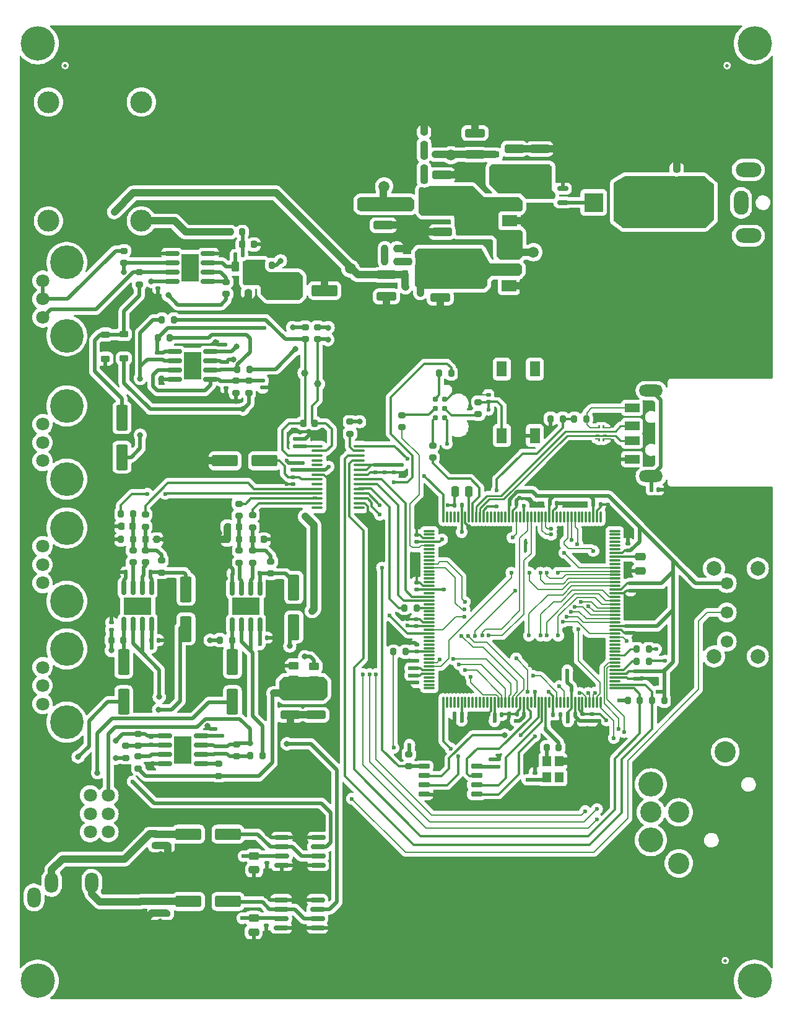
<source format=gbr>
G04 #@! TF.GenerationSoftware,KiCad,Pcbnew,7.0.9*
G04 #@! TF.CreationDate,2024-03-14T12:42:53+01:00*
G04 #@! TF.ProjectId,Apothecary - DSP Development Board,41706f74-6865-4636-9172-79202d204453,rev?*
G04 #@! TF.SameCoordinates,Original*
G04 #@! TF.FileFunction,Copper,L1,Top*
G04 #@! TF.FilePolarity,Positive*
%FSLAX46Y46*%
G04 Gerber Fmt 4.6, Leading zero omitted, Abs format (unit mm)*
G04 Created by KiCad (PCBNEW 7.0.9) date 2024-03-14 12:42:53*
%MOMM*%
%LPD*%
G01*
G04 APERTURE LIST*
G04 Aperture macros list*
%AMRoundRect*
0 Rectangle with rounded corners*
0 $1 Rounding radius*
0 $2 $3 $4 $5 $6 $7 $8 $9 X,Y pos of 4 corners*
0 Add a 4 corners polygon primitive as box body*
4,1,4,$2,$3,$4,$5,$6,$7,$8,$9,$2,$3,0*
0 Add four circle primitives for the rounded corners*
1,1,$1+$1,$2,$3*
1,1,$1+$1,$4,$5*
1,1,$1+$1,$6,$7*
1,1,$1+$1,$8,$9*
0 Add four rect primitives between the rounded corners*
20,1,$1+$1,$2,$3,$4,$5,0*
20,1,$1+$1,$4,$5,$6,$7,0*
20,1,$1+$1,$6,$7,$8,$9,0*
20,1,$1+$1,$8,$9,$2,$3,0*%
%AMFreePoly0*
4,1,17,0.303536,0.303536,0.305000,0.300000,0.305000,-0.100000,0.303536,-0.103536,0.300000,-0.105000,-0.300000,-0.105000,-0.303536,-0.103536,-0.305000,-0.100000,-0.305000,0.100000,-0.303536,0.103536,-0.300000,0.105000,0.095000,0.105000,0.095000,0.300000,0.096464,0.303536,0.100000,0.305000,0.300000,0.305000,0.303536,0.303536,0.303536,0.303536,$1*%
%AMFreePoly1*
4,1,17,0.303536,0.103536,0.305000,0.100000,0.305000,-0.300000,0.303536,-0.303536,0.300000,-0.305000,0.100000,-0.305000,0.096464,-0.303536,0.095000,-0.300000,0.095000,-0.105000,-0.300000,-0.105000,-0.303536,-0.103536,-0.305000,-0.100000,-0.305000,0.100000,-0.303536,0.103536,-0.300000,0.105000,0.300000,0.105000,0.303536,0.103536,0.303536,0.103536,$1*%
%AMFreePoly2*
4,1,17,0.303536,0.103536,0.305000,0.100000,0.305000,-0.100000,0.303536,-0.103536,0.300000,-0.105000,-0.095000,-0.105000,-0.095000,-0.300000,-0.096464,-0.303536,-0.100000,-0.305000,-0.300000,-0.305000,-0.303536,-0.303536,-0.305000,-0.300000,-0.305000,0.100000,-0.303536,0.103536,-0.300000,0.105000,0.300000,0.105000,0.303536,0.103536,0.303536,0.103536,$1*%
%AMFreePoly3*
4,1,17,-0.096464,0.303536,-0.095000,0.300000,-0.095000,0.105000,0.300000,0.105000,0.303536,0.103536,0.305000,0.100000,0.305000,-0.100000,0.303536,-0.103536,0.300000,-0.105000,-0.300000,-0.105000,-0.303536,-0.103536,-0.305000,-0.100000,-0.305000,0.300000,-0.303536,0.303536,-0.300000,0.305000,-0.100000,0.305000,-0.096464,0.303536,-0.096464,0.303536,$1*%
G04 Aperture macros list end*
G04 #@! TA.AperFunction,ComponentPad*
%ADD10O,1.800000X2.800000*%
G04 #@! TD*
G04 #@! TA.AperFunction,SMDPad,CuDef*
%ADD11R,2.000000X1.200000*%
G04 #@! TD*
G04 #@! TA.AperFunction,ComponentPad*
%ADD12O,3.250000X1.625000*%
G04 #@! TD*
G04 #@! TA.AperFunction,SMDPad,CuDef*
%ADD13RoundRect,0.250000X-0.450000X0.262500X-0.450000X-0.262500X0.450000X-0.262500X0.450000X0.262500X0*%
G04 #@! TD*
G04 #@! TA.AperFunction,SMDPad,CuDef*
%ADD14RoundRect,0.250000X0.450000X-0.262500X0.450000X0.262500X-0.450000X0.262500X-0.450000X-0.262500X0*%
G04 #@! TD*
G04 #@! TA.AperFunction,SMDPad,CuDef*
%ADD15RoundRect,0.250000X0.262500X0.450000X-0.262500X0.450000X-0.262500X-0.450000X0.262500X-0.450000X0*%
G04 #@! TD*
G04 #@! TA.AperFunction,SMDPad,CuDef*
%ADD16RoundRect,0.150000X0.587500X0.150000X-0.587500X0.150000X-0.587500X-0.150000X0.587500X-0.150000X0*%
G04 #@! TD*
G04 #@! TA.AperFunction,SMDPad,CuDef*
%ADD17RoundRect,0.250000X-1.100000X0.325000X-1.100000X-0.325000X1.100000X-0.325000X1.100000X0.325000X0*%
G04 #@! TD*
G04 #@! TA.AperFunction,SMDPad,CuDef*
%ADD18RoundRect,0.225000X-0.225000X-0.250000X0.225000X-0.250000X0.225000X0.250000X-0.225000X0.250000X0*%
G04 #@! TD*
G04 #@! TA.AperFunction,SMDPad,CuDef*
%ADD19RoundRect,0.225000X0.225000X0.250000X-0.225000X0.250000X-0.225000X-0.250000X0.225000X-0.250000X0*%
G04 #@! TD*
G04 #@! TA.AperFunction,SMDPad,CuDef*
%ADD20RoundRect,0.250000X1.100000X-0.325000X1.100000X0.325000X-1.100000X0.325000X-1.100000X-0.325000X0*%
G04 #@! TD*
G04 #@! TA.AperFunction,SMDPad,CuDef*
%ADD21RoundRect,0.140000X-0.170000X0.140000X-0.170000X-0.140000X0.170000X-0.140000X0.170000X0.140000X0*%
G04 #@! TD*
G04 #@! TA.AperFunction,SMDPad,CuDef*
%ADD22RoundRect,0.250000X1.500000X0.550000X-1.500000X0.550000X-1.500000X-0.550000X1.500000X-0.550000X0*%
G04 #@! TD*
G04 #@! TA.AperFunction,SMDPad,CuDef*
%ADD23RoundRect,0.250000X-0.550000X1.500000X-0.550000X-1.500000X0.550000X-1.500000X0.550000X1.500000X0*%
G04 #@! TD*
G04 #@! TA.AperFunction,SMDPad,CuDef*
%ADD24RoundRect,0.250000X-1.500000X-0.550000X1.500000X-0.550000X1.500000X0.550000X-1.500000X0.550000X0*%
G04 #@! TD*
G04 #@! TA.AperFunction,SMDPad,CuDef*
%ADD25RoundRect,0.200000X0.275000X-0.200000X0.275000X0.200000X-0.275000X0.200000X-0.275000X-0.200000X0*%
G04 #@! TD*
G04 #@! TA.AperFunction,SMDPad,CuDef*
%ADD26RoundRect,0.200000X-0.200000X-0.275000X0.200000X-0.275000X0.200000X0.275000X-0.200000X0.275000X0*%
G04 #@! TD*
G04 #@! TA.AperFunction,SMDPad,CuDef*
%ADD27RoundRect,0.140000X0.170000X-0.140000X0.170000X0.140000X-0.170000X0.140000X-0.170000X-0.140000X0*%
G04 #@! TD*
G04 #@! TA.AperFunction,SMDPad,CuDef*
%ADD28RoundRect,0.218750X0.218750X0.256250X-0.218750X0.256250X-0.218750X-0.256250X0.218750X-0.256250X0*%
G04 #@! TD*
G04 #@! TA.AperFunction,ComponentPad*
%ADD29C,4.600000*%
G04 #@! TD*
G04 #@! TA.AperFunction,ComponentPad*
%ADD30C,1.800000*%
G04 #@! TD*
G04 #@! TA.AperFunction,SMDPad,CuDef*
%ADD31RoundRect,0.140000X-0.140000X-0.170000X0.140000X-0.170000X0.140000X0.170000X-0.140000X0.170000X0*%
G04 #@! TD*
G04 #@! TA.AperFunction,SMDPad,CuDef*
%ADD32RoundRect,0.140000X0.140000X0.170000X-0.140000X0.170000X-0.140000X-0.170000X0.140000X-0.170000X0*%
G04 #@! TD*
G04 #@! TA.AperFunction,SMDPad,CuDef*
%ADD33RoundRect,0.150000X-0.825000X-0.150000X0.825000X-0.150000X0.825000X0.150000X-0.825000X0.150000X0*%
G04 #@! TD*
G04 #@! TA.AperFunction,SMDPad,CuDef*
%ADD34R,2.410000X3.810000*%
G04 #@! TD*
G04 #@! TA.AperFunction,SMDPad,CuDef*
%ADD35RoundRect,0.200000X-0.275000X0.200000X-0.275000X-0.200000X0.275000X-0.200000X0.275000X0.200000X0*%
G04 #@! TD*
G04 #@! TA.AperFunction,SMDPad,CuDef*
%ADD36FreePoly0,0.000000*%
G04 #@! TD*
G04 #@! TA.AperFunction,SMDPad,CuDef*
%ADD37R,0.600000X0.200000*%
G04 #@! TD*
G04 #@! TA.AperFunction,SMDPad,CuDef*
%ADD38FreePoly1,0.000000*%
G04 #@! TD*
G04 #@! TA.AperFunction,SMDPad,CuDef*
%ADD39FreePoly2,0.000000*%
G04 #@! TD*
G04 #@! TA.AperFunction,SMDPad,CuDef*
%ADD40FreePoly3,0.000000*%
G04 #@! TD*
G04 #@! TA.AperFunction,SMDPad,CuDef*
%ADD41C,0.500000*%
G04 #@! TD*
G04 #@! TA.AperFunction,SMDPad,CuDef*
%ADD42RoundRect,0.150000X0.825000X0.150000X-0.825000X0.150000X-0.825000X-0.150000X0.825000X-0.150000X0*%
G04 #@! TD*
G04 #@! TA.AperFunction,SMDPad,CuDef*
%ADD43C,1.500000*%
G04 #@! TD*
G04 #@! TA.AperFunction,SMDPad,CuDef*
%ADD44RoundRect,0.200000X0.200000X0.275000X-0.200000X0.275000X-0.200000X-0.275000X0.200000X-0.275000X0*%
G04 #@! TD*
G04 #@! TA.AperFunction,SMDPad,CuDef*
%ADD45RoundRect,0.218750X0.256250X-0.218750X0.256250X0.218750X-0.256250X0.218750X-0.256250X-0.218750X0*%
G04 #@! TD*
G04 #@! TA.AperFunction,SMDPad,CuDef*
%ADD46RoundRect,0.075000X0.075000X-0.675000X0.075000X0.675000X-0.075000X0.675000X-0.075000X-0.675000X0*%
G04 #@! TD*
G04 #@! TA.AperFunction,SMDPad,CuDef*
%ADD47RoundRect,0.075000X0.675000X-0.075000X0.675000X0.075000X-0.675000X0.075000X-0.675000X-0.075000X0*%
G04 #@! TD*
G04 #@! TA.AperFunction,ComponentPad*
%ADD48C,2.000000*%
G04 #@! TD*
G04 #@! TA.AperFunction,ComponentPad*
%ADD49C,1.700000*%
G04 #@! TD*
G04 #@! TA.AperFunction,SMDPad,CuDef*
%ADD50RoundRect,0.218750X0.218750X0.381250X-0.218750X0.381250X-0.218750X-0.381250X0.218750X-0.381250X0*%
G04 #@! TD*
G04 #@! TA.AperFunction,SMDPad,CuDef*
%ADD51RoundRect,0.218750X-0.256250X0.218750X-0.256250X-0.218750X0.256250X-0.218750X0.256250X0.218750X0*%
G04 #@! TD*
G04 #@! TA.AperFunction,ComponentPad*
%ADD52C,4.700000*%
G04 #@! TD*
G04 #@! TA.AperFunction,SMDPad,CuDef*
%ADD53RoundRect,0.225000X-0.375000X0.225000X-0.375000X-0.225000X0.375000X-0.225000X0.375000X0.225000X0*%
G04 #@! TD*
G04 #@! TA.AperFunction,ComponentPad*
%ADD54C,3.400000*%
G04 #@! TD*
G04 #@! TA.AperFunction,ComponentPad*
%ADD55C,2.900000*%
G04 #@! TD*
G04 #@! TA.AperFunction,SMDPad,CuDef*
%ADD56RoundRect,0.100000X0.637500X0.100000X-0.637500X0.100000X-0.637500X-0.100000X0.637500X-0.100000X0*%
G04 #@! TD*
G04 #@! TA.AperFunction,SMDPad,CuDef*
%ADD57C,1.000000*%
G04 #@! TD*
G04 #@! TA.AperFunction,SMDPad,CuDef*
%ADD58RoundRect,0.225000X0.375000X-0.225000X0.375000X0.225000X-0.375000X0.225000X-0.375000X-0.225000X0*%
G04 #@! TD*
G04 #@! TA.AperFunction,SMDPad,CuDef*
%ADD59RoundRect,0.150000X-0.650000X-0.150000X0.650000X-0.150000X0.650000X0.150000X-0.650000X0.150000X0*%
G04 #@! TD*
G04 #@! TA.AperFunction,SMDPad,CuDef*
%ADD60RoundRect,0.250000X-0.475000X0.250000X-0.475000X-0.250000X0.475000X-0.250000X0.475000X0.250000X0*%
G04 #@! TD*
G04 #@! TA.AperFunction,SMDPad,CuDef*
%ADD61RoundRect,0.218750X0.381250X-0.218750X0.381250X0.218750X-0.381250X0.218750X-0.381250X-0.218750X0*%
G04 #@! TD*
G04 #@! TA.AperFunction,SMDPad,CuDef*
%ADD62R,1.200000X1.400000*%
G04 #@! TD*
G04 #@! TA.AperFunction,SMDPad,CuDef*
%ADD63RoundRect,0.150000X-0.150000X0.825000X-0.150000X-0.825000X0.150000X-0.825000X0.150000X0.825000X0*%
G04 #@! TD*
G04 #@! TA.AperFunction,SMDPad,CuDef*
%ADD64R,3.810000X2.410000*%
G04 #@! TD*
G04 #@! TA.AperFunction,SMDPad,CuDef*
%ADD65R,1.400000X2.100000*%
G04 #@! TD*
G04 #@! TA.AperFunction,ConnectorPad*
%ADD66C,0.787400*%
G04 #@! TD*
G04 #@! TA.AperFunction,SMDPad,CuDef*
%ADD67R,2.000000X1.500000*%
G04 #@! TD*
G04 #@! TA.AperFunction,SMDPad,CuDef*
%ADD68R,2.000000X3.800000*%
G04 #@! TD*
G04 #@! TA.AperFunction,ComponentPad*
%ADD69R,2.000000X4.000000*%
G04 #@! TD*
G04 #@! TA.AperFunction,ComponentPad*
%ADD70O,2.000000X3.300000*%
G04 #@! TD*
G04 #@! TA.AperFunction,ComponentPad*
%ADD71O,3.500000X2.000000*%
G04 #@! TD*
G04 #@! TA.AperFunction,SMDPad,CuDef*
%ADD72RoundRect,0.250000X0.475000X-0.250000X0.475000X0.250000X-0.475000X0.250000X-0.475000X-0.250000X0*%
G04 #@! TD*
G04 #@! TA.AperFunction,ComponentPad*
%ADD73R,2.600000X2.600000*%
G04 #@! TD*
G04 #@! TA.AperFunction,ComponentPad*
%ADD74C,2.600000*%
G04 #@! TD*
G04 #@! TA.AperFunction,ComponentPad*
%ADD75C,3.000000*%
G04 #@! TD*
G04 #@! TA.AperFunction,SMDPad,CuDef*
%ADD76RoundRect,0.218750X-0.218750X-0.256250X0.218750X-0.256250X0.218750X0.256250X-0.218750X0.256250X0*%
G04 #@! TD*
G04 #@! TA.AperFunction,SMDPad,CuDef*
%ADD77RoundRect,0.250000X0.250000X0.475000X-0.250000X0.475000X-0.250000X-0.475000X0.250000X-0.475000X0*%
G04 #@! TD*
G04 #@! TA.AperFunction,ViaPad*
%ADD78C,0.800000*%
G04 #@! TD*
G04 #@! TA.AperFunction,ViaPad*
%ADD79C,0.600000*%
G04 #@! TD*
G04 #@! TA.AperFunction,Conductor*
%ADD80C,1.000000*%
G04 #@! TD*
G04 #@! TA.AperFunction,Conductor*
%ADD81C,0.500000*%
G04 #@! TD*
G04 #@! TA.AperFunction,Conductor*
%ADD82C,0.185000*%
G04 #@! TD*
G04 #@! TA.AperFunction,Conductor*
%ADD83C,0.300000*%
G04 #@! TD*
G04 #@! TA.AperFunction,Conductor*
%ADD84C,0.200000*%
G04 #@! TD*
G04 #@! TA.AperFunction,Conductor*
%ADD85C,0.250000*%
G04 #@! TD*
G04 #@! TA.AperFunction,Conductor*
%ADD86C,0.256000*%
G04 #@! TD*
G04 APERTURE END LIST*
D10*
X115134422Y-140384422D03*
X107234422Y-142384422D03*
X109634422Y-140384422D03*
D11*
X189000000Y-82500000D03*
X189000000Y-78000000D03*
X189000000Y-75500000D03*
X189000000Y-80000000D03*
D12*
X191600000Y-84850000D03*
X191600000Y-73150000D03*
D13*
X142750000Y-110750000D03*
X142750000Y-112575000D03*
D14*
X145500000Y-112662500D03*
X145500000Y-110837500D03*
D15*
X136575468Y-56250000D03*
X134750468Y-56250000D03*
D16*
X179500000Y-47455000D03*
X179500000Y-45555000D03*
X177625000Y-46505000D03*
D17*
X145750000Y-114500000D03*
X145750000Y-117450000D03*
X142250000Y-114500000D03*
X142250000Y-117450000D03*
D18*
X137102968Y-93500000D03*
X138652968Y-93500000D03*
X122437968Y-93480578D03*
X123987968Y-93480578D03*
D19*
X135250000Y-91750000D03*
X133700000Y-91750000D03*
X120702968Y-91725000D03*
X119152968Y-91725000D03*
D20*
X155425000Y-60290000D03*
X155425000Y-57340000D03*
X162750000Y-60450000D03*
X162750000Y-57500000D03*
X154990000Y-50570000D03*
X154990000Y-47620000D03*
D18*
X144025000Y-77600000D03*
X145575000Y-77600000D03*
D20*
X163000000Y-51500000D03*
X163000000Y-48550000D03*
D17*
X167500000Y-37975000D03*
X167500000Y-40925000D03*
X176380000Y-40140000D03*
X176380000Y-43090000D03*
X172900000Y-40125000D03*
X172900000Y-43075000D03*
X163000000Y-43712233D03*
X163000000Y-46662233D03*
D21*
X142637968Y-84980578D03*
X142637968Y-85940578D03*
D22*
X138750000Y-82750000D03*
X133350000Y-82750000D03*
D23*
X119500000Y-110250000D03*
X119500000Y-115650000D03*
D22*
X133750000Y-142925000D03*
X128350000Y-142925000D03*
X133750000Y-133750000D03*
X128350000Y-133750000D03*
D23*
X134350000Y-110250000D03*
X134350000Y-115650000D03*
X128000000Y-100300000D03*
X128000000Y-105700000D03*
X142750000Y-100050000D03*
X142750000Y-105450000D03*
D24*
X141550000Y-59500000D03*
X146950000Y-59500000D03*
D23*
X119250000Y-76850000D03*
X119250000Y-82250000D03*
D25*
X160562500Y-39500000D03*
X160562500Y-37850000D03*
D26*
X155175000Y-53750000D03*
X156825000Y-53750000D03*
D27*
X175700000Y-126310000D03*
X175700000Y-125350000D03*
D28*
X137287500Y-53200000D03*
X135712500Y-53200000D03*
D25*
X121487968Y-121680578D03*
X121487968Y-120030578D03*
D21*
X132877968Y-121780578D03*
X132877968Y-122740578D03*
D29*
X111700000Y-101925000D03*
X111700000Y-91925000D03*
D30*
X108400000Y-94425000D03*
X108400000Y-96925000D03*
X108400000Y-99425000D03*
D26*
X181100000Y-77000000D03*
X182750000Y-77000000D03*
D31*
X173240002Y-117374997D03*
X174200002Y-117374997D03*
D21*
X169352500Y-73737500D03*
X169352500Y-74697500D03*
D32*
X184680714Y-88702944D03*
X183720714Y-88702944D03*
D33*
X125112968Y-120325578D03*
X125112968Y-121595578D03*
X125112968Y-122865578D03*
X125112968Y-124135578D03*
X130062968Y-124135578D03*
X130062968Y-122865578D03*
X130062968Y-121595578D03*
X130062968Y-120325578D03*
D34*
X127587968Y-122230578D03*
D25*
X160562500Y-42750000D03*
X160562500Y-41100000D03*
D35*
X135287968Y-95005578D03*
X135287968Y-96655578D03*
D36*
X184263501Y-78263500D03*
D37*
X184263501Y-78763500D03*
X184263501Y-79263500D03*
D38*
X184263501Y-79763500D03*
D39*
X185263501Y-79763500D03*
D37*
X185263501Y-79263500D03*
X185263501Y-78763500D03*
D40*
X185263501Y-78263500D03*
D35*
X137102968Y-95005578D03*
X137102968Y-96655578D03*
X161728499Y-80657691D03*
X161728499Y-82307691D03*
D41*
X201750000Y-151000000D03*
D42*
X145975000Y-146520000D03*
X145975000Y-145250000D03*
X145975000Y-143980000D03*
X145975000Y-142710000D03*
X141025000Y-142710000D03*
X141025000Y-143980000D03*
X141025000Y-145250000D03*
X141025000Y-146520000D03*
D43*
X175250000Y-45500000D03*
D32*
X171180002Y-117424997D03*
X170220002Y-117424997D03*
D43*
X150500000Y-56500000D03*
D31*
X164740000Y-117325000D03*
X165700000Y-117325000D03*
D35*
X157552500Y-76492500D03*
X157552500Y-78142500D03*
D44*
X125800000Y-65950000D03*
X124150000Y-65950000D03*
D42*
X146075000Y-138000000D03*
X146075000Y-136730000D03*
X146075000Y-135460000D03*
X146075000Y-134190000D03*
X141125000Y-134190000D03*
X141125000Y-135460000D03*
X141125000Y-136730000D03*
X141125000Y-138000000D03*
D35*
X121600000Y-56975000D03*
X121600000Y-58625000D03*
D45*
X123691016Y-144500000D03*
X123691016Y-142925000D03*
D44*
X190075000Y-115500000D03*
X188425000Y-115500000D03*
D27*
X138500000Y-72750000D03*
X138500000Y-71790000D03*
D32*
X173200002Y-88674999D03*
X172240002Y-88674999D03*
D27*
X169750002Y-124514997D03*
X169750002Y-123554997D03*
D46*
X163200000Y-115750000D03*
X163700000Y-115750000D03*
X164200000Y-115750000D03*
X164700000Y-115750000D03*
X165200000Y-115750000D03*
X165700000Y-115750000D03*
X166200000Y-115750000D03*
X166700000Y-115750000D03*
X167200000Y-115750000D03*
X167700000Y-115750000D03*
X168200000Y-115750000D03*
X168700000Y-115750000D03*
X169200000Y-115750000D03*
X169700000Y-115750000D03*
X170200000Y-115750000D03*
X170700000Y-115750000D03*
X171200000Y-115750000D03*
X171700000Y-115750000D03*
X172200000Y-115750000D03*
X172700000Y-115750000D03*
X173200000Y-115750000D03*
X173700000Y-115750000D03*
X174200000Y-115750000D03*
X174700000Y-115750000D03*
X175200000Y-115750000D03*
X175700000Y-115750000D03*
X176200000Y-115750000D03*
X176700000Y-115750000D03*
X177200000Y-115750000D03*
X177700000Y-115750000D03*
X178200000Y-115750000D03*
X178700000Y-115750000D03*
X179200000Y-115750000D03*
X179700000Y-115750000D03*
X180200000Y-115750000D03*
X180700000Y-115750000D03*
X181200000Y-115750000D03*
X181700000Y-115750000D03*
X182200000Y-115750000D03*
X182700000Y-115750000D03*
X183200000Y-115750000D03*
X183700000Y-115750000D03*
X184200000Y-115750000D03*
X184700000Y-115750000D03*
D47*
X186625000Y-113825000D03*
X186625000Y-113325000D03*
X186625000Y-112825000D03*
X186625000Y-112325000D03*
X186625000Y-111825000D03*
X186625000Y-111325000D03*
X186625000Y-110825000D03*
X186625000Y-110325000D03*
X186625000Y-109825000D03*
X186625000Y-109325000D03*
X186625000Y-108825000D03*
X186625000Y-108325000D03*
X186625000Y-107825000D03*
X186625000Y-107325000D03*
X186625000Y-106825000D03*
X186625000Y-106325000D03*
X186625000Y-105825000D03*
X186625000Y-105325000D03*
X186625000Y-104825000D03*
X186625000Y-104325000D03*
X186625000Y-103825000D03*
X186625000Y-103325000D03*
X186625000Y-102825000D03*
X186625000Y-102325000D03*
X186625000Y-101825000D03*
X186625000Y-101325000D03*
X186625000Y-100825000D03*
X186625000Y-100325000D03*
X186625000Y-99825000D03*
X186625000Y-99325000D03*
X186625000Y-98825000D03*
X186625000Y-98325000D03*
X186625000Y-97825000D03*
X186625000Y-97325000D03*
X186625000Y-96825000D03*
X186625000Y-96325000D03*
X186625000Y-95825000D03*
X186625000Y-95325000D03*
X186625000Y-94825000D03*
X186625000Y-94325000D03*
X186625000Y-93825000D03*
X186625000Y-93325000D03*
X186625000Y-92825000D03*
X186625000Y-92325000D03*
D46*
X184700000Y-90400000D03*
X184200000Y-90400000D03*
X183700000Y-90400000D03*
X183200000Y-90400000D03*
X182700000Y-90400000D03*
X182200000Y-90400000D03*
X181700000Y-90400000D03*
X181200000Y-90400000D03*
X180700000Y-90400000D03*
X180200000Y-90400000D03*
X179700000Y-90400000D03*
X179200000Y-90400000D03*
X178700000Y-90400000D03*
X178200000Y-90400000D03*
X177700000Y-90400000D03*
X177200000Y-90400000D03*
X176700000Y-90400000D03*
X176200000Y-90400000D03*
X175700000Y-90400000D03*
X175200000Y-90400000D03*
X174700000Y-90400000D03*
X174200000Y-90400000D03*
X173700000Y-90400000D03*
X173200000Y-90400000D03*
X172700000Y-90400000D03*
X172200000Y-90400000D03*
X171700000Y-90400000D03*
X171200000Y-90400000D03*
X170700000Y-90400000D03*
X170200000Y-90400000D03*
X169700000Y-90400000D03*
X169200000Y-90400000D03*
X168700000Y-90400000D03*
X168200000Y-90400000D03*
X167700000Y-90400000D03*
X167200000Y-90400000D03*
X166700000Y-90400000D03*
X166200000Y-90400000D03*
X165700000Y-90400000D03*
X165200000Y-90400000D03*
X164700000Y-90400000D03*
X164200000Y-90400000D03*
X163700000Y-90400000D03*
X163200000Y-90400000D03*
D47*
X161275000Y-92325000D03*
X161275000Y-92825000D03*
X161275000Y-93325000D03*
X161275000Y-93825000D03*
X161275000Y-94325000D03*
X161275000Y-94825000D03*
X161275000Y-95325000D03*
X161275000Y-95825000D03*
X161275000Y-96325000D03*
X161275000Y-96825000D03*
X161275000Y-97325000D03*
X161275000Y-97825000D03*
X161275000Y-98325000D03*
X161275000Y-98825000D03*
X161275000Y-99325000D03*
X161275000Y-99825000D03*
X161275000Y-100325000D03*
X161275000Y-100825000D03*
X161275000Y-101325000D03*
X161275000Y-101825000D03*
X161275000Y-102325000D03*
X161275000Y-102825000D03*
X161275000Y-103325000D03*
X161275000Y-103825000D03*
X161275000Y-104325000D03*
X161275000Y-104825000D03*
X161275000Y-105325000D03*
X161275000Y-105825000D03*
X161275000Y-106325000D03*
X161275000Y-106825000D03*
X161275000Y-107325000D03*
X161275000Y-107825000D03*
X161275000Y-108325000D03*
X161275000Y-108825000D03*
X161275000Y-109325000D03*
X161275000Y-109825000D03*
X161275000Y-110325000D03*
X161275000Y-110825000D03*
X161275000Y-111325000D03*
X161275000Y-111825000D03*
X161275000Y-112325000D03*
X161275000Y-112825000D03*
X161275000Y-113325000D03*
X161275000Y-113825000D03*
D35*
X137102968Y-90175000D03*
X137102968Y-91825000D03*
D26*
X189633609Y-108466578D03*
X191283609Y-108466578D03*
D48*
X200200000Y-97450000D03*
X206200000Y-109450000D03*
X200200000Y-109450000D03*
X206200000Y-97450000D03*
D49*
X201950000Y-107450000D03*
X201950000Y-103450000D03*
X201950000Y-99450000D03*
D50*
X160060000Y-57345000D03*
X157935000Y-57345000D03*
D51*
X195100000Y-42900000D03*
X195100000Y-44475000D03*
D21*
X188299999Y-105324999D03*
X188299999Y-106284999D03*
D27*
X142962968Y-80730578D03*
X142962968Y-79770578D03*
D25*
X132487968Y-125785578D03*
X132487968Y-124135578D03*
D32*
X181213609Y-117366578D03*
X180253609Y-117366578D03*
D33*
X126412968Y-67825578D03*
X126412968Y-69095578D03*
X126412968Y-70365578D03*
X126412968Y-71635578D03*
X131362968Y-71635578D03*
X131362968Y-70365578D03*
X131362968Y-69095578D03*
X131362968Y-67825578D03*
D34*
X128887968Y-69730578D03*
D27*
X124087968Y-68930578D03*
X124087968Y-67970578D03*
D52*
X205750000Y-153750000D03*
D53*
X117000000Y-65495000D03*
X117000000Y-68795000D03*
D26*
X156375002Y-108824997D03*
X158025002Y-108824997D03*
D27*
X142637968Y-83980578D03*
X142637968Y-83020578D03*
D35*
X135250000Y-88600000D03*
X135250000Y-90250000D03*
D43*
X164250000Y-41000000D03*
D54*
X191580000Y-126940000D03*
D55*
X195395000Y-130750000D03*
X191580000Y-130750000D03*
X195395000Y-137730000D03*
D54*
X191580000Y-134560000D03*
D55*
X201750000Y-122500000D03*
D27*
X139000000Y-146190000D03*
X139000000Y-145230000D03*
D56*
X151687968Y-89180578D03*
X151687968Y-88530578D03*
X151687968Y-87880578D03*
X151687968Y-87230578D03*
X151687968Y-86580578D03*
X151687968Y-85930578D03*
X151687968Y-85280578D03*
X151687968Y-84630578D03*
X151687968Y-83980578D03*
X151687968Y-83330578D03*
X151687968Y-82680578D03*
X151687968Y-82030578D03*
X151687968Y-81380578D03*
X151687968Y-80730578D03*
X145962968Y-80730578D03*
X145962968Y-81380578D03*
X145962968Y-82030578D03*
X145962968Y-82680578D03*
X145962968Y-83330578D03*
X145962968Y-83980578D03*
X145962968Y-84630578D03*
X145962968Y-85280578D03*
X145962968Y-85930578D03*
X145962968Y-86580578D03*
X145962968Y-87230578D03*
X145962968Y-87880578D03*
X145962968Y-88530578D03*
X145962968Y-89180578D03*
D44*
X134287968Y-107230578D03*
X132637968Y-107230578D03*
D41*
X111500000Y-28750000D03*
D25*
X150425468Y-79055578D03*
X150425468Y-77405578D03*
D27*
X159525000Y-108805000D03*
X159525000Y-107845000D03*
X133487968Y-72790578D03*
X133487968Y-71830578D03*
D32*
X123167968Y-97980578D03*
X122207968Y-97980578D03*
D57*
X146000000Y-72250000D03*
D31*
X164739999Y-88774999D03*
X165699999Y-88774999D03*
D27*
X159525002Y-100325000D03*
X159525002Y-99365000D03*
D43*
X162750000Y-55000000D03*
D21*
X183533609Y-117306578D03*
X183533609Y-118266578D03*
D58*
X119500000Y-68750000D03*
X119500000Y-65450000D03*
D59*
X160550000Y-124480000D03*
X160550000Y-125750000D03*
X160550000Y-127020000D03*
X160550000Y-128290000D03*
X167750000Y-128290000D03*
X167750000Y-127020000D03*
X167750000Y-125750000D03*
X167750000Y-124480000D03*
D25*
X119800000Y-123325000D03*
X119800000Y-121675000D03*
D32*
X138062968Y-98155578D03*
X137102968Y-98155578D03*
D42*
X131037968Y-58250578D03*
X131037968Y-56980578D03*
X131037968Y-55710578D03*
X131037968Y-54440578D03*
X126087968Y-54440578D03*
X126087968Y-55710578D03*
X126087968Y-56980578D03*
X126087968Y-58250578D03*
D34*
X128562968Y-56345578D03*
D29*
X111700000Y-65650000D03*
X111700000Y-55650000D03*
D30*
X108400000Y-58150000D03*
X108400000Y-60650000D03*
X108400000Y-63150000D03*
D60*
X190150001Y-95850000D03*
X190150001Y-97750000D03*
D50*
X160562500Y-47650000D03*
X158437500Y-47650000D03*
D35*
X167978500Y-74712501D03*
X167978500Y-76362501D03*
D26*
X135037968Y-70230578D03*
X136687968Y-70230578D03*
D21*
X155150000Y-83340000D03*
X155150000Y-84300000D03*
D43*
X175500000Y-54250000D03*
D26*
X119102968Y-93480578D03*
X120752968Y-93480578D03*
D21*
X188800000Y-99495001D03*
X188800000Y-100455001D03*
D32*
X120752968Y-97980578D03*
X119792968Y-97980578D03*
D57*
X121500000Y-135250000D03*
D21*
X156400000Y-83340000D03*
X156400000Y-84300000D03*
D26*
X157875000Y-102825000D03*
X159525000Y-102825000D03*
D44*
X156847500Y-55500000D03*
X155197500Y-55500000D03*
D30*
X117400000Y-128450001D03*
X117400000Y-130950001D03*
X117400000Y-133450001D03*
X114900000Y-128450001D03*
X114900000Y-130950001D03*
X114900000Y-133450001D03*
D21*
X123202968Y-120495578D03*
X123202968Y-121455578D03*
D52*
X107750000Y-25750000D03*
D25*
X125500000Y-135386305D03*
X125500000Y-133736305D03*
D35*
X124650000Y-96350000D03*
X124650000Y-98000000D03*
D27*
X159450002Y-105325000D03*
X159450002Y-104365000D03*
D31*
X191640000Y-86650000D03*
X192600000Y-86650000D03*
D27*
X159525000Y-111035000D03*
X159525000Y-110075000D03*
D61*
X170250000Y-43050000D03*
X170250000Y-40925000D03*
D25*
X134952968Y-123105578D03*
X134952968Y-121455578D03*
X136500000Y-59750000D03*
X136500000Y-58100000D03*
D21*
X189450002Y-111524997D03*
X189450002Y-112484997D03*
D35*
X120752968Y-94980578D03*
X120752968Y-96630578D03*
D21*
X153900000Y-83340000D03*
X153900000Y-84300000D03*
D27*
X159525000Y-113034998D03*
X159525000Y-112074998D03*
D62*
X179000000Y-126000000D03*
X179000000Y-123800000D03*
X177300000Y-123800000D03*
X177300000Y-126000000D03*
D25*
X125383984Y-144575000D03*
X125383984Y-142925000D03*
D52*
X205750000Y-25750000D03*
D51*
X160562500Y-44417500D03*
X160562500Y-45992500D03*
D63*
X123292968Y-100105578D03*
X122022968Y-100105578D03*
X120752968Y-100105578D03*
X119482968Y-100105578D03*
X119482968Y-105055578D03*
X120752968Y-105055578D03*
X122022968Y-105055578D03*
X123292968Y-105055578D03*
D64*
X121387968Y-102580578D03*
D32*
X178735000Y-88575000D03*
X177775000Y-88575000D03*
D25*
X158466550Y-124491469D03*
X158466550Y-122841469D03*
D26*
X133637968Y-93480578D03*
X135287968Y-93480578D03*
D65*
X171200000Y-79300000D03*
X175700000Y-79300000D03*
X171200000Y-70200000D03*
X175700000Y-70200000D03*
D29*
X111700000Y-85250000D03*
X111700000Y-75250000D03*
D30*
X108400000Y-77750000D03*
X108400000Y-80250000D03*
X108400000Y-82750000D03*
D27*
X133537968Y-70230578D03*
X133537968Y-69270578D03*
D57*
X144250000Y-70750000D03*
D25*
X133487968Y-59975000D03*
X133487968Y-58325000D03*
D29*
X111700000Y-118450000D03*
X111700000Y-108450000D03*
D30*
X108400000Y-110950000D03*
X108400000Y-113450000D03*
X108400000Y-115950000D03*
D66*
X163347500Y-76847500D03*
X162077500Y-76847500D03*
X163347500Y-75577500D03*
X162077500Y-75577500D03*
X163347500Y-74307500D03*
X162077500Y-74307500D03*
D26*
X134050000Y-51500000D03*
X135700000Y-51500000D03*
D27*
X188450000Y-95025000D03*
X188450000Y-94065000D03*
D26*
X117782968Y-107230578D03*
X119432968Y-107230578D03*
X177850000Y-77000000D03*
X179500000Y-77000000D03*
D67*
X172150000Y-58850000D03*
D68*
X165850000Y-56550000D03*
D67*
X172150000Y-56550000D03*
X172150000Y-54250000D03*
D21*
X124187968Y-58250578D03*
X124187968Y-59210578D03*
D26*
X177300000Y-121900000D03*
X178950000Y-121900000D03*
D32*
X124230000Y-107250000D03*
X123270000Y-107250000D03*
D25*
X134837968Y-73455578D03*
X134837968Y-71805578D03*
D26*
X124712968Y-63480578D03*
X126362968Y-63480578D03*
D35*
X122437968Y-90100000D03*
X122437968Y-91750000D03*
D63*
X138122968Y-100155578D03*
X136852968Y-100155578D03*
X135582968Y-100155578D03*
X134312968Y-100155578D03*
X134312968Y-105105578D03*
X135582968Y-105105578D03*
X136852968Y-105105578D03*
X138122968Y-105105578D03*
D64*
X136217968Y-102630578D03*
D69*
X197900000Y-47500000D03*
D70*
X203900000Y-47500000D03*
D71*
X204900000Y-52000000D03*
X204900000Y-43000000D03*
D27*
X144212968Y-80730578D03*
X144212968Y-79770578D03*
D26*
X189625002Y-110124997D03*
X191275002Y-110124997D03*
D43*
X155100000Y-45250000D03*
D32*
X135730000Y-54630578D03*
X134770000Y-54630578D03*
D26*
X191750000Y-115500000D03*
X193400000Y-115500000D03*
D35*
X122437968Y-94980578D03*
X122437968Y-96630578D03*
D72*
X137250000Y-147115000D03*
X137250000Y-145215000D03*
D73*
X183750000Y-47455000D03*
D74*
X188750000Y-47455000D03*
D26*
X119100000Y-90000000D03*
X120750000Y-90000000D03*
D31*
X178220000Y-117400000D03*
X179180000Y-117400000D03*
D67*
X172250000Y-49955000D03*
D68*
X165950000Y-47655000D03*
D67*
X172250000Y-47655000D03*
X172250000Y-45355000D03*
D45*
X123807032Y-135295727D03*
X123807032Y-133720727D03*
D26*
X138100000Y-56000000D03*
X139750000Y-56000000D03*
D27*
X143887968Y-83980578D03*
X143887968Y-83020578D03*
D75*
X109200000Y-49980000D03*
X109200000Y-33750000D03*
X121900000Y-49980000D03*
X121900000Y-33750000D03*
D72*
X137325000Y-138630000D03*
X137325000Y-136730000D03*
D25*
X121487968Y-124780578D03*
X121487968Y-123130578D03*
D21*
X182283609Y-117326577D03*
X182283609Y-118286577D03*
D32*
X135332968Y-98155578D03*
X134372968Y-98155578D03*
D52*
X107750000Y-153750000D03*
D41*
X202000000Y-28750000D03*
D35*
X119537968Y-54060578D03*
X119537968Y-55710578D03*
X136587968Y-71805578D03*
X136587968Y-73455578D03*
D76*
X158425000Y-55500000D03*
X160000000Y-55500000D03*
D27*
X159525002Y-93824998D03*
X159525002Y-92864998D03*
D35*
X146000000Y-64500000D03*
X146000000Y-66150000D03*
D44*
X138452968Y-123030578D03*
X136802968Y-123030578D03*
D26*
X162621499Y-70787500D03*
X164271499Y-70787500D03*
D27*
X133287968Y-67825578D03*
X133287968Y-66865578D03*
D35*
X139602968Y-96505578D03*
X139602968Y-98155578D03*
D77*
X166683609Y-86966578D03*
X164783609Y-86966578D03*
D35*
X144287968Y-64480578D03*
X144287968Y-66130578D03*
D27*
X139075000Y-137690000D03*
X139075000Y-136730000D03*
D57*
X121750000Y-143000000D03*
D21*
X131952968Y-119345578D03*
X131952968Y-120305578D03*
D27*
X117800000Y-105810000D03*
X117800000Y-104850000D03*
D32*
X139062968Y-106905578D03*
X138102968Y-106905578D03*
D78*
X141250000Y-110750000D03*
X157180000Y-50570000D03*
X142250000Y-119000000D03*
X158000000Y-59000000D03*
X160060000Y-59810000D03*
X155425000Y-61675000D03*
X162750000Y-61750000D03*
X158250000Y-53750000D03*
X128000000Y-79750000D03*
X179500000Y-44250000D03*
X179000000Y-40140000D03*
X165250000Y-43250000D03*
X162075000Y-40925000D03*
X160750000Y-51500000D03*
X160562500Y-36562500D03*
X140000000Y-114500000D03*
D79*
X141750000Y-85931078D03*
X141750000Y-82750000D03*
D78*
X130370000Y-82750000D03*
X113250000Y-123200000D03*
X135750000Y-61175000D03*
X140925000Y-55425000D03*
X146950000Y-57550000D03*
X121750000Y-71500000D03*
X121750000Y-79250000D03*
X122308984Y-145500000D03*
X110000000Y-46000000D03*
X116000000Y-46000000D03*
X110000000Y-40000000D03*
X107000000Y-43000000D03*
X107000000Y-37000000D03*
X122000000Y-40000000D03*
X113000000Y-43000000D03*
X116000000Y-40000000D03*
X119000000Y-37000000D03*
X119000000Y-43000000D03*
X113000000Y-37000000D03*
X125000000Y-37000000D03*
X125000000Y-43000000D03*
X128000000Y-40000000D03*
X138000000Y-43000000D03*
X150000000Y-151000000D03*
X124000000Y-151000000D03*
X138000000Y-151000000D03*
X117000000Y-151000000D03*
X114000000Y-154000000D03*
X144000000Y-151000000D03*
X131000000Y-151000000D03*
X135000000Y-154000000D03*
X141000000Y-154000000D03*
X121000000Y-154000000D03*
X128000000Y-154000000D03*
X147000000Y-154000000D03*
X116000000Y-28000000D03*
X113000000Y-25000000D03*
X113000000Y-31000000D03*
X119000000Y-25000000D03*
X119000000Y-31000000D03*
X122000000Y-28000000D03*
X207000000Y-31000000D03*
X207000000Y-37000000D03*
X204000000Y-34000000D03*
X201000000Y-37000000D03*
X201000000Y-31000000D03*
X198000000Y-34000000D03*
X198000000Y-28000000D03*
X201000000Y-25000000D03*
X192000000Y-34000000D03*
X195000000Y-25000000D03*
X195000000Y-37000000D03*
X192000000Y-28000000D03*
X195000000Y-31000000D03*
X189000000Y-37000000D03*
X186000000Y-28000000D03*
X189000000Y-31000000D03*
X189000000Y-25000000D03*
X186000000Y-34000000D03*
X205000000Y-148000000D03*
X202000000Y-145000000D03*
X196000000Y-145000000D03*
X196000000Y-151000000D03*
X199000000Y-148000000D03*
X199000000Y-154000000D03*
X207000000Y-113000000D03*
X203000000Y-116000000D03*
X127000000Y-89000000D03*
X130000000Y-92000000D03*
X140000000Y-126000000D03*
X146000000Y-126000000D03*
X125000000Y-77000000D03*
X164000000Y-66000000D03*
X158000000Y-63000000D03*
X155000000Y-66000000D03*
X203000000Y-88000000D03*
X203000000Y-94000000D03*
X199000000Y-91000000D03*
X207000000Y-91000000D03*
X153000000Y-148000000D03*
X156000000Y-151000000D03*
X153000000Y-154000000D03*
X170000000Y-151000000D03*
X163000000Y-151000000D03*
X167000000Y-148000000D03*
X167000000Y-154000000D03*
X160000000Y-148000000D03*
X160000000Y-154000000D03*
X177000000Y-151000000D03*
X174000000Y-148000000D03*
X174000000Y-154000000D03*
X184000000Y-145000000D03*
X187000000Y-154000000D03*
X190000000Y-151000000D03*
X184000000Y-151000000D03*
X181000000Y-148000000D03*
X187000000Y-148000000D03*
X193000000Y-154000000D03*
X181000000Y-154000000D03*
X181000000Y-142000000D03*
X190000000Y-145000000D03*
X187000000Y-142000000D03*
X193000000Y-142000000D03*
X193000000Y-148000000D03*
X125000000Y-83000000D03*
X182000000Y-69000000D03*
X185000000Y-72000000D03*
X202000000Y-69000000D03*
X195000000Y-69000000D03*
X189000000Y-69000000D03*
X179000000Y-72000000D03*
X182000000Y-62000000D03*
X185000000Y-65000000D03*
X202000000Y-62000000D03*
X195000000Y-62000000D03*
X192000000Y-65000000D03*
X189000000Y-62000000D03*
X198000000Y-65000000D03*
X206000000Y-65000000D03*
X179000000Y-65000000D03*
X192000000Y-59000000D03*
X198000000Y-59000000D03*
X206000000Y-59000000D03*
X189000000Y-56000000D03*
X195000000Y-56000000D03*
X202000000Y-56000000D03*
X179000000Y-59000000D03*
X182000000Y-56000000D03*
X185000000Y-59000000D03*
X182000000Y-37000000D03*
X175000000Y-37000000D03*
X167500000Y-36500000D03*
X157000000Y-37000000D03*
X144000000Y-43000000D03*
X151000000Y-43000000D03*
X147000000Y-46000000D03*
X144000000Y-37000000D03*
X154000000Y-40000000D03*
X151000000Y-37000000D03*
X147000000Y-40000000D03*
X141000000Y-40000000D03*
X138000000Y-37000000D03*
X131000000Y-37000000D03*
X134000000Y-40000000D03*
X141000000Y-28000000D03*
X125000000Y-25000000D03*
X147000000Y-34000000D03*
X131000000Y-25000000D03*
X134000000Y-28000000D03*
X141000000Y-34000000D03*
X138000000Y-25000000D03*
X144000000Y-25000000D03*
X147000000Y-28000000D03*
X138000000Y-31000000D03*
X128000000Y-34000000D03*
X128000000Y-28000000D03*
X125000000Y-31000000D03*
X131000000Y-31000000D03*
X134000000Y-34000000D03*
X144000000Y-31000000D03*
X176000000Y-25000000D03*
X182000000Y-25000000D03*
X179000000Y-34000000D03*
X179000000Y-28000000D03*
X176000000Y-31000000D03*
X182000000Y-31000000D03*
X163000000Y-25000000D03*
X169000000Y-25000000D03*
X172000000Y-28000000D03*
X166000000Y-34000000D03*
X166000000Y-28000000D03*
X163000000Y-31000000D03*
X169000000Y-31000000D03*
X172000000Y-34000000D03*
X151000000Y-31000000D03*
X157000000Y-31000000D03*
X160000000Y-34000000D03*
X154000000Y-34000000D03*
X160000000Y-28000000D03*
X154000000Y-28000000D03*
X157000000Y-25000000D03*
X151000000Y-25000000D03*
X117800000Y-108650000D03*
X131300000Y-107250000D03*
D79*
X188443355Y-93228427D03*
D78*
X134830000Y-74610000D03*
X130900000Y-118950000D03*
D79*
X178449999Y-94824998D03*
X145000000Y-79050000D03*
X185000000Y-95050000D03*
D78*
X118700000Y-97950000D03*
D79*
X139950000Y-106900000D03*
D78*
X138982032Y-142184422D03*
D79*
X169400000Y-117450000D03*
X177500000Y-78750000D03*
X163699999Y-95075000D03*
D78*
X187100000Y-82450000D03*
X174100000Y-49950000D03*
D79*
X182900000Y-93850000D03*
D78*
X124287968Y-54430578D03*
D79*
X184500000Y-118250000D03*
X165196500Y-72787499D03*
D78*
X117000000Y-70014422D03*
X124200000Y-60150000D03*
X123302968Y-124155578D03*
X117750000Y-91694422D03*
X132887968Y-54430578D03*
D79*
X158462027Y-107582695D03*
D78*
X138750000Y-53200000D03*
X139125000Y-133650000D03*
D79*
X174500000Y-94000000D03*
D78*
X139032032Y-147184422D03*
D79*
X157374977Y-84524977D03*
X164754920Y-118240400D03*
X179180000Y-118320000D03*
X188650000Y-97750000D03*
X166700000Y-91725500D03*
D78*
X133500000Y-73750000D03*
D79*
X158300000Y-104350000D03*
X117800000Y-103850000D03*
D78*
X140000000Y-93500000D03*
D79*
X162355637Y-128333373D03*
D78*
X180300000Y-123800000D03*
D79*
X125150000Y-107250000D03*
X158600002Y-110074997D03*
D78*
X124587968Y-71630578D03*
D79*
X175650000Y-124350000D03*
X184400000Y-110500000D03*
X159530000Y-91790000D03*
X147500000Y-85250000D03*
D78*
X137232032Y-148384422D03*
X193600000Y-86650000D03*
D79*
X177150000Y-110624999D03*
X168200000Y-73400000D03*
X179600000Y-88550000D03*
X175050001Y-110625000D03*
D78*
X195100000Y-41300000D03*
X137332032Y-139984422D03*
D79*
X164400000Y-111250000D03*
X163833609Y-88766578D03*
X190400000Y-112450000D03*
D78*
X117850000Y-93500000D03*
D79*
X158615002Y-113034998D03*
D78*
X125000000Y-93500000D03*
D79*
X170699497Y-123525047D03*
D78*
X132000000Y-66550000D03*
D79*
X172300002Y-117374997D03*
X185700000Y-88750000D03*
X186275533Y-77982922D03*
D78*
X174000000Y-58850000D03*
D79*
X133980000Y-97120000D03*
X189700001Y-100474999D03*
X180650001Y-109524998D03*
X173600000Y-87750000D03*
X174200000Y-79300000D03*
D78*
X125507032Y-136620727D03*
D79*
X153300000Y-90100000D03*
X186275533Y-79982922D03*
D78*
X132487968Y-93430578D03*
D79*
X168850000Y-94350000D03*
X147782032Y-146484422D03*
X159530000Y-98320000D03*
X189265001Y-106284999D03*
D78*
X139082032Y-138684422D03*
X141132032Y-139334422D03*
X139500000Y-72750000D03*
X123249296Y-58231824D03*
X144300000Y-90350000D03*
D79*
X138100000Y-107800000D03*
X135882032Y-136734422D03*
D78*
X134950000Y-67150000D03*
X145250000Y-103250000D03*
X144250000Y-109500000D03*
D79*
X132950000Y-120300000D03*
X135712610Y-145215000D03*
X123292968Y-108250000D03*
X169352500Y-75767500D03*
X177600000Y-114300000D03*
X163025000Y-93475000D03*
X158650000Y-112050000D03*
D78*
X151750000Y-77400000D03*
D79*
X174690000Y-126310000D03*
X173100000Y-118250000D03*
X163300000Y-100350000D03*
X165700000Y-118250000D03*
X192500000Y-114250000D03*
X158550000Y-121550000D03*
X163700000Y-80400000D03*
X158650000Y-111050000D03*
X165700000Y-92475000D03*
X170200000Y-118300000D03*
X170750000Y-124500000D03*
X180150000Y-111374999D03*
X157500000Y-83340000D03*
X158250000Y-105250000D03*
X176000000Y-87550000D03*
X187250000Y-115500000D03*
X180250000Y-118350000D03*
X152850000Y-48050000D03*
X152850000Y-47150000D03*
X151950000Y-48050000D03*
X147500000Y-83550000D03*
D78*
X135800000Y-75700000D03*
D79*
X151950000Y-47150000D03*
D78*
X142587968Y-64530578D03*
D79*
X138700000Y-64550000D03*
D78*
X147425577Y-66210111D03*
X142950000Y-67500000D03*
X118200000Y-48750000D03*
D79*
X185500000Y-118200000D03*
D78*
X134499312Y-68949312D03*
X147450000Y-64550000D03*
D79*
X154500000Y-90100000D03*
X192283422Y-108466578D03*
X193550000Y-110050000D03*
X154500000Y-88800000D03*
D78*
X142200000Y-108050000D03*
X124250000Y-116750000D03*
X115900000Y-125350000D03*
X141800000Y-121400000D03*
X136750000Y-121350000D03*
X118400000Y-120950000D03*
D79*
X120700000Y-126550000D03*
X186500000Y-120600000D03*
X187950500Y-119800000D03*
X187200000Y-119400000D03*
D78*
X119500000Y-56950000D03*
X125587968Y-60130578D03*
D79*
X156400000Y-121950000D03*
X150700000Y-128900000D03*
X170500000Y-89000000D03*
X170500000Y-86750000D03*
X160600000Y-84800000D03*
X158249500Y-82447233D03*
X155850000Y-103850000D03*
X156400000Y-85700000D03*
X174200002Y-88874997D03*
X154800002Y-97350000D03*
X125200000Y-87250000D03*
X122750000Y-87250000D03*
D78*
X124350000Y-115000000D03*
X118450000Y-123350000D03*
D79*
X166950000Y-112225000D03*
X166150001Y-111325000D03*
X165350000Y-110525000D03*
X164549999Y-109824999D03*
X165670000Y-106650000D03*
X166560000Y-106640000D03*
X175700002Y-114324997D03*
X175700002Y-120350000D03*
X173750002Y-120224997D03*
D78*
X171600000Y-120224997D03*
D79*
X175500000Y-112124500D03*
X179050000Y-113524999D03*
X181650001Y-105725000D03*
X188249998Y-107324999D03*
X179550001Y-104725000D03*
X180050000Y-104025000D03*
X180638171Y-103339196D03*
X181150000Y-102725000D03*
X183022960Y-102617000D03*
X173000000Y-100500000D03*
X167520000Y-106640000D03*
X182000000Y-102017000D03*
X178900000Y-106625000D03*
X177299999Y-106624999D03*
X176500496Y-106624999D03*
X174900002Y-106624997D03*
X174949499Y-98024999D03*
X176500000Y-98024998D03*
X177350000Y-98024998D03*
X178849999Y-98024999D03*
X179750000Y-95325000D03*
X181507998Y-94124998D03*
X180750001Y-93524998D03*
X183711396Y-95061248D03*
X177950001Y-92025000D03*
X177950002Y-92825000D03*
X169349999Y-106624999D03*
X168500000Y-106625001D03*
X172650000Y-93225000D03*
X166149999Y-102024999D03*
X166080000Y-103030000D03*
X166090000Y-104070000D03*
X174725483Y-114300209D03*
X162731392Y-109925000D03*
X173150000Y-109725000D03*
X172500000Y-98024998D03*
X164200000Y-122050000D03*
X165226765Y-123076765D03*
X182600000Y-130600000D03*
X181800000Y-114450000D03*
X154000000Y-111900000D03*
X153100000Y-111900000D03*
X184200000Y-130300000D03*
X183004509Y-114445491D03*
X184200000Y-131750000D03*
X183904683Y-114436300D03*
X152200000Y-111900000D03*
D80*
X115134422Y-141884422D02*
X115134422Y-140384422D01*
X116250000Y-143000000D02*
X115134422Y-141884422D01*
X121750000Y-143000000D02*
X116250000Y-143000000D01*
X109634422Y-138615578D02*
X109634422Y-140384422D01*
X123029273Y-133720727D02*
X119600000Y-137150000D01*
X123807032Y-133720727D02*
X123029273Y-133720727D01*
X119600000Y-137150000D02*
X111100000Y-137150000D01*
X111100000Y-137150000D02*
X109634422Y-138615578D01*
D81*
X142750000Y-110750000D02*
X141250000Y-110750000D01*
X145500000Y-110000000D02*
X145000000Y-109500000D01*
X145000000Y-109500000D02*
X144250000Y-109500000D01*
X145500000Y-110837500D02*
X145500000Y-110000000D01*
X140350000Y-56000000D02*
X139750000Y-56000000D01*
X140925000Y-55425000D02*
X140350000Y-56000000D01*
X137287500Y-53200000D02*
X138750000Y-53200000D01*
X135730000Y-54630578D02*
X135730000Y-51530000D01*
X134750468Y-56250000D02*
X134750468Y-54650110D01*
X133507390Y-56250000D02*
X134750468Y-56250000D01*
X132967968Y-55710578D02*
X133507390Y-56250000D01*
X131037968Y-55710578D02*
X132967968Y-55710578D01*
D80*
X157180000Y-50570000D02*
X154990000Y-50570000D01*
X142250000Y-117450000D02*
X142250000Y-119000000D01*
X142250000Y-117450000D02*
X145750000Y-117450000D01*
D81*
X119500000Y-110250000D02*
X119500000Y-107297610D01*
X123292968Y-108250000D02*
X123292968Y-105055578D01*
X124230000Y-107250000D02*
X125150000Y-107250000D01*
D82*
X153100000Y-123850000D02*
X153100000Y-111900000D01*
X161350000Y-132100000D02*
X153100000Y-123850000D01*
X182400000Y-132100000D02*
X161350000Y-132100000D01*
X184200000Y-130300000D02*
X182400000Y-132100000D01*
X154000000Y-123500000D02*
X154000000Y-111900000D01*
X161600000Y-131100000D02*
X154000000Y-123500000D01*
X182100000Y-131100000D02*
X161600000Y-131100000D01*
X182600000Y-130600000D02*
X182100000Y-131100000D01*
D80*
X157935000Y-58935000D02*
X158000000Y-59000000D01*
X157935000Y-57345000D02*
X157935000Y-58935000D01*
X162075000Y-40925000D02*
X167500000Y-40925000D01*
X160060000Y-59810000D02*
X160060000Y-57345000D01*
X155425000Y-61675000D02*
X155425000Y-60290000D01*
X162750000Y-60450000D02*
X162750000Y-61750000D01*
X156825000Y-53750000D02*
X158250000Y-53750000D01*
X155197500Y-55500000D02*
X155197500Y-53772500D01*
X140300000Y-46150000D02*
X120800000Y-46150000D01*
X151490000Y-57340000D02*
X140300000Y-46150000D01*
X120800000Y-46150000D02*
X118200000Y-48750000D01*
X155425000Y-57340000D02*
X151490000Y-57340000D01*
X156847500Y-55500000D02*
X158425000Y-55500000D01*
X123836305Y-133750000D02*
X123807032Y-133720727D01*
X128350000Y-133750000D02*
X123836305Y-133750000D01*
X121825000Y-142925000D02*
X121750000Y-143000000D01*
X123691016Y-142925000D02*
X121825000Y-142925000D01*
X123691016Y-142925000D02*
X128350000Y-142925000D01*
D81*
X138455000Y-143000000D02*
X133000000Y-143000000D01*
X139435000Y-143980000D02*
X138455000Y-143000000D01*
X141025000Y-143980000D02*
X139435000Y-143980000D01*
X137825000Y-133750000D02*
X133000000Y-133750000D01*
X139535000Y-135460000D02*
X137825000Y-133750000D01*
X141125000Y-135460000D02*
X139535000Y-135460000D01*
X135712610Y-145215000D02*
X137250000Y-145215000D01*
X179500000Y-45555000D02*
X179500000Y-44250000D01*
X179500000Y-47455000D02*
X183750000Y-47455000D01*
D80*
X179000000Y-40140000D02*
X176380000Y-40140000D01*
X176365000Y-40125000D02*
X176380000Y-40140000D01*
X172900000Y-40125000D02*
X176365000Y-40125000D01*
X164787767Y-43712233D02*
X165250000Y-43250000D01*
X163000000Y-43712233D02*
X164787767Y-43712233D01*
X163000000Y-51500000D02*
X160750000Y-51500000D01*
X155000000Y-50580000D02*
X154990000Y-50570000D01*
X160562500Y-36562500D02*
X160562500Y-37850000D01*
X160562500Y-41100000D02*
X160562500Y-39500000D01*
X160562500Y-44417500D02*
X160562500Y-42750000D01*
X167500000Y-37800000D02*
X167500000Y-36500000D01*
X170250000Y-40925000D02*
X167675000Y-40925000D01*
D81*
X140000000Y-93500000D02*
X138652968Y-93500000D01*
D83*
X136869422Y-87880578D02*
X145962968Y-87880578D01*
X136150000Y-88600000D02*
X136869422Y-87880578D01*
X135518546Y-88600000D02*
X136150000Y-88600000D01*
X137969422Y-88530578D02*
X137102968Y-89397032D01*
X137102968Y-89397032D02*
X137102968Y-90175000D01*
X145962968Y-88530578D02*
X137969422Y-88530578D01*
D80*
X133637968Y-93480578D02*
X133637968Y-91812032D01*
X132487968Y-93430578D02*
X133587968Y-93430578D01*
D81*
X135250000Y-90545000D02*
X135250000Y-91455000D01*
X124980578Y-93480578D02*
X123692968Y-93480578D01*
X125000000Y-93500000D02*
X124980578Y-93480578D01*
X117780578Y-91725000D02*
X119152968Y-91725000D01*
X117750000Y-91694422D02*
X117780578Y-91725000D01*
D83*
X122750000Y-87250000D02*
X120650000Y-87250000D01*
X120650000Y-87250000D02*
X119100000Y-88800000D01*
X119100000Y-88800000D02*
X119100000Y-90000000D01*
D81*
X139800000Y-114700000D02*
X140000000Y-114500000D01*
X139800000Y-123950000D02*
X139800000Y-114700000D01*
X137950000Y-125800000D02*
X139800000Y-123950000D01*
X133785578Y-125785578D02*
X133800000Y-125800000D01*
X133800000Y-125800000D02*
X137950000Y-125800000D01*
X132487968Y-125785578D02*
X133785578Y-125785578D01*
D80*
X142250000Y-114500000D02*
X140000000Y-114500000D01*
X154990000Y-45110000D02*
X155100000Y-45000000D01*
X154990000Y-47620000D02*
X154990000Y-45110000D01*
X154705000Y-57350000D02*
X157694999Y-57350000D01*
X157694999Y-57350000D02*
X157699999Y-57345000D01*
D83*
X141759500Y-85940578D02*
X141750000Y-85931078D01*
X142637968Y-85940578D02*
X141759500Y-85940578D01*
D81*
X142020578Y-83020578D02*
X141750000Y-82750000D01*
X142637968Y-83020578D02*
X142020578Y-83020578D01*
D83*
X140750000Y-82750000D02*
X138750000Y-82750000D01*
X141500000Y-83500000D02*
X140750000Y-82750000D01*
X141980578Y-84980578D02*
X141500000Y-84500000D01*
X141500000Y-84500000D02*
X141500000Y-83500000D01*
X142637968Y-84980578D02*
X141980578Y-84980578D01*
X143480578Y-84980578D02*
X142637968Y-84980578D01*
X143780578Y-85280578D02*
X143480578Y-84980578D01*
X145962968Y-85280578D02*
X143780578Y-85280578D01*
D80*
X130370000Y-82750000D02*
X133130000Y-82750000D01*
D81*
X134830000Y-74610000D02*
X134837968Y-74602032D01*
X134837968Y-74602032D02*
X134837968Y-73455578D01*
X133487968Y-60732032D02*
X133487968Y-59975000D01*
X132790000Y-61430000D02*
X133487968Y-60732032D01*
X126887390Y-61430000D02*
X125587968Y-60130578D01*
X132790000Y-61430000D02*
X126887390Y-61430000D01*
D80*
X145500000Y-91550000D02*
X144300000Y-90350000D01*
X145500000Y-103000000D02*
X145500000Y-91550000D01*
X145250000Y-103250000D02*
X145500000Y-103000000D01*
D81*
X137100000Y-108950000D02*
X136852968Y-108702968D01*
X137100000Y-117600000D02*
X137100000Y-108950000D01*
X138452968Y-118952968D02*
X137100000Y-117600000D01*
X138452968Y-123030578D02*
X138452968Y-118952968D01*
X114750000Y-121700000D02*
X113250000Y-123200000D01*
X117350000Y-115650000D02*
X114750000Y-118250000D01*
X119500000Y-115650000D02*
X117350000Y-115650000D01*
X114750000Y-118250000D02*
X114750000Y-121700000D01*
X128900000Y-117950000D02*
X131100000Y-115750000D01*
X115900000Y-119950000D02*
X117900000Y-117950000D01*
X131100000Y-115750000D02*
X133700000Y-115750000D01*
X115900000Y-125350000D02*
X115900000Y-119950000D01*
X117900000Y-117950000D02*
X128900000Y-117950000D01*
X136750000Y-119400000D02*
X136750000Y-121350000D01*
X135350000Y-118000000D02*
X136750000Y-119400000D01*
X129497918Y-119150000D02*
X130647918Y-118000000D01*
X117400000Y-120060051D02*
X118310051Y-119150000D01*
X130647918Y-118000000D02*
X135350000Y-118000000D01*
X117400000Y-128150001D02*
X117400000Y-120060051D01*
X118310051Y-119150000D02*
X129497918Y-119150000D01*
X126000000Y-116750000D02*
X127187968Y-115562032D01*
X127187968Y-115562032D02*
X127187968Y-105580578D01*
X124250000Y-116750000D02*
X126000000Y-116750000D01*
X127750000Y-98000000D02*
X124650000Y-98000000D01*
X128000000Y-98250000D02*
X127750000Y-98000000D01*
X128000000Y-100300000D02*
X128000000Y-98250000D01*
D80*
X136500000Y-60425000D02*
X135750000Y-61175000D01*
X136500000Y-59750000D02*
X136500000Y-60425000D01*
X146950000Y-57550000D02*
X146950000Y-59500000D01*
D81*
X123519422Y-63480578D02*
X124712968Y-63480578D01*
X121750000Y-65250000D02*
X123519422Y-63480578D01*
X121750000Y-69868546D02*
X121750000Y-65250000D01*
X121750000Y-69868546D02*
X122687968Y-68930578D01*
X121750000Y-71500000D02*
X121750000Y-69868546D01*
X121750000Y-81000000D02*
X120500000Y-82250000D01*
X121750000Y-79250000D02*
X121750000Y-81000000D01*
X120500000Y-82250000D02*
X119250000Y-82250000D01*
X115500000Y-70500000D02*
X119250000Y-74250000D01*
X119250000Y-74250000D02*
X119250000Y-76850000D01*
X115500000Y-66250000D02*
X115500000Y-70500000D01*
X119287968Y-65495000D02*
X116255000Y-65495000D01*
X116255000Y-65495000D02*
X115500000Y-66250000D01*
D80*
X123308984Y-144500000D02*
X122308984Y-145500000D01*
X124308984Y-144500000D02*
X123308984Y-144500000D01*
X124308984Y-144500000D02*
X125308984Y-144500000D01*
X123691016Y-144500000D02*
X124308984Y-144500000D01*
D81*
X134274422Y-67825578D02*
X133287968Y-67825578D01*
X134950000Y-67150000D02*
X134274422Y-67825578D01*
X174690000Y-126310000D02*
X174810000Y-126310000D01*
X174690000Y-126310000D02*
X175700000Y-126310000D01*
D82*
X184953197Y-100424999D02*
X185853198Y-101325000D01*
X185853198Y-101325000D02*
X186625001Y-101325000D01*
X179250000Y-102000000D02*
X180825001Y-100424999D01*
X178250000Y-102000000D02*
X179250000Y-102000000D01*
X176500496Y-103749504D02*
X178250000Y-102000000D01*
X176500496Y-106624999D02*
X176500496Y-103749504D01*
X180825001Y-100424999D02*
X184953197Y-100424999D01*
X179498454Y-101041957D02*
X180715413Y-99824998D01*
X177495543Y-101041957D02*
X179498454Y-101041957D01*
X174900002Y-103637498D02*
X177495543Y-101041957D01*
X174900002Y-106624997D02*
X174900002Y-103637498D01*
X180715413Y-99824998D02*
X186624998Y-99824998D01*
X167520000Y-106010528D02*
X167520000Y-106640000D01*
X173000000Y-100500000D02*
X173000000Y-100530528D01*
X173000000Y-100530528D02*
X167520000Y-106010528D01*
D81*
X122492968Y-125785578D02*
X132487968Y-125785578D01*
X117800000Y-107247610D02*
X117782968Y-107230578D01*
X117800000Y-108650000D02*
X117800000Y-107247610D01*
X131300000Y-107250000D02*
X132618546Y-107250000D01*
X121487968Y-124780578D02*
X122492968Y-125785578D01*
X117782968Y-107230578D02*
X117782968Y-105800000D01*
D83*
X184200000Y-90400000D02*
X184200000Y-89546881D01*
D80*
X123807032Y-135295727D02*
X125409422Y-135295727D01*
D81*
X183533609Y-118266578D02*
X182303608Y-118266578D01*
X181213609Y-117366578D02*
X181213609Y-117676577D01*
D83*
X163842030Y-88774999D02*
X163833609Y-88766578D01*
D81*
X133980000Y-97122610D02*
X133980000Y-97120000D01*
D83*
X160421880Y-93324999D02*
X159961877Y-92864998D01*
D81*
X119482968Y-99067032D02*
X119792968Y-98757032D01*
D83*
X184680714Y-89066167D02*
X184680714Y-88702944D01*
D81*
X162355637Y-128333373D02*
X160808378Y-128333373D01*
X158615002Y-113034998D02*
X159525000Y-113034998D01*
X124592968Y-71635578D02*
X124587968Y-71630578D01*
D83*
X173240002Y-117063120D02*
X173240000Y-117375000D01*
X172300002Y-117374997D02*
X171297143Y-117374997D01*
X152425467Y-88530578D02*
X151687968Y-88530578D01*
X158325002Y-104364998D02*
X158340000Y-104364998D01*
D81*
X134312968Y-100155578D02*
X134312968Y-98215578D01*
D83*
X188700000Y-100455000D02*
X188219999Y-100454999D01*
D84*
X186056111Y-79763500D02*
X186275533Y-79982922D01*
D81*
X141125000Y-134190000D02*
X146075000Y-134190000D01*
X173200002Y-88674999D02*
X173200002Y-88149998D01*
X125112968Y-124135578D02*
X123322968Y-124135578D01*
X175700000Y-125350000D02*
X175700000Y-124400000D01*
X178735000Y-88575000D02*
X179575000Y-88575000D01*
D80*
X195100000Y-42900000D02*
X195100000Y-41300000D01*
D81*
X142962968Y-79770578D02*
X144212968Y-79770578D01*
D83*
X178200000Y-89546880D02*
X178471880Y-89274999D01*
X188300005Y-112325000D02*
X188460002Y-112484997D01*
D81*
X137325000Y-138630000D02*
X137325000Y-139977390D01*
D83*
X173200001Y-89046880D02*
X173200001Y-88674999D01*
D81*
X141025000Y-142710000D02*
X145975000Y-142710000D01*
X141025000Y-142710000D02*
X139507610Y-142710000D01*
D83*
X179180000Y-118320000D02*
X179180000Y-117400000D01*
X172700000Y-89546880D02*
X173200001Y-89046880D01*
D81*
X188443355Y-94058355D02*
X188443355Y-93228427D01*
X189000000Y-82500000D02*
X187150000Y-82500000D01*
X141025000Y-146520000D02*
X145975000Y-146520000D01*
D83*
X173700000Y-116603120D02*
X173240002Y-117063120D01*
X178734998Y-89039998D02*
X178735001Y-88575000D01*
D81*
X119102968Y-93480578D02*
X117869422Y-93480578D01*
X139075000Y-137690000D02*
X139075000Y-138677390D01*
D83*
X163347500Y-74307500D02*
X163676499Y-74307500D01*
D81*
X137250000Y-148366454D02*
X137232032Y-148384422D01*
X145975000Y-146520000D02*
X147746454Y-146520000D01*
D83*
X159530000Y-91790000D02*
X159525002Y-91799999D01*
D81*
X139062968Y-106905578D02*
X139944422Y-106905578D01*
D83*
X187478121Y-105825000D02*
X187938119Y-106285000D01*
X153300000Y-90100000D02*
X152900000Y-89700000D01*
D81*
X131295578Y-119345578D02*
X130900000Y-118950000D01*
D80*
X174095000Y-49955000D02*
X174100000Y-49950000D01*
D83*
X164739999Y-88774999D02*
X164739999Y-87010188D01*
D81*
X137250000Y-147115000D02*
X137250000Y-148366454D01*
D83*
X152869422Y-84630578D02*
X153200000Y-84300000D01*
D81*
X181213609Y-117676577D02*
X181823609Y-118286577D01*
D84*
X185994955Y-78263500D02*
X186275533Y-77982922D01*
D81*
X118730578Y-97980578D02*
X118700000Y-97950000D01*
X175700000Y-124400000D02*
X175650000Y-124350000D01*
D83*
X161274999Y-99824997D02*
X160421880Y-99824997D01*
D84*
X168537500Y-73737500D02*
X168200000Y-73400000D01*
D81*
X189450002Y-112484997D02*
X190365003Y-112484997D01*
D83*
X186625001Y-105825000D02*
X187478121Y-105825000D01*
D81*
X132877968Y-54440578D02*
X132887968Y-54430578D01*
D83*
X156400000Y-84300000D02*
X157150000Y-84300000D01*
X145962968Y-84630578D02*
X146868546Y-84630578D01*
D81*
X189680001Y-100455000D02*
X189700001Y-100474999D01*
X139944422Y-106905578D02*
X139950000Y-106900000D01*
X164740000Y-117325000D02*
X164754920Y-117339920D01*
D83*
X166672380Y-91725500D02*
X166200000Y-91253120D01*
D81*
X124200000Y-59222610D02*
X124187968Y-59210578D01*
X190150001Y-97750000D02*
X188650000Y-97750000D01*
X139075000Y-138677390D02*
X139082032Y-138684422D01*
D83*
X158300000Y-104350000D02*
X158325002Y-104364998D01*
X169700000Y-116938153D02*
X169700000Y-115750000D01*
D81*
X133977390Y-97120000D02*
X133987968Y-97130578D01*
D83*
X153900000Y-84300000D02*
X155150000Y-84300000D01*
D80*
X172150000Y-58850000D02*
X174000000Y-58850000D01*
D81*
X177850000Y-77000000D02*
X177850000Y-78400000D01*
D84*
X185263501Y-79763500D02*
X186056111Y-79763500D01*
D81*
X126087968Y-54440578D02*
X124297968Y-54440578D01*
D83*
X158354998Y-104364998D02*
X158300000Y-104350000D01*
X159525000Y-99364999D02*
X159530000Y-98320000D01*
D81*
X183550187Y-118250000D02*
X183533609Y-118266578D01*
D83*
X151687968Y-84630578D02*
X152869422Y-84630578D01*
X161274998Y-104824998D02*
X160421880Y-104824999D01*
D81*
X132000000Y-66550000D02*
X132315578Y-66865578D01*
X117869422Y-93480578D02*
X117850000Y-93500000D01*
X141125000Y-134190000D02*
X139665000Y-134190000D01*
D83*
X146868546Y-84630578D02*
X147487968Y-85250000D01*
D81*
X132315578Y-66865578D02*
X133287968Y-66865578D01*
X141125000Y-138000000D02*
X146075000Y-138000000D01*
X124200000Y-60150000D02*
X124200000Y-59222610D01*
X173200002Y-88149998D02*
X173600000Y-87750000D01*
X164754920Y-117339920D02*
X164754920Y-118240400D01*
X141125000Y-138000000D02*
X141125000Y-139327390D01*
D83*
X166200000Y-91253120D02*
X166200000Y-90400000D01*
X181200000Y-117352969D02*
X181200000Y-115750000D01*
X187849999Y-100824999D02*
X188219999Y-100454999D01*
X153200000Y-84300000D02*
X153900000Y-84300000D01*
D81*
X126412968Y-71635578D02*
X124592968Y-71635578D01*
D83*
X163676499Y-74307500D02*
X165196500Y-72787499D01*
D81*
X144212968Y-79770578D02*
X144279422Y-79770578D01*
D83*
X147500000Y-85262032D02*
X147487968Y-85250000D01*
X161275000Y-93324999D02*
X160421880Y-93324999D01*
D81*
X119482968Y-100105578D02*
X119482968Y-99067032D01*
D83*
X159525000Y-92864998D02*
X159530000Y-91790000D01*
D80*
X125500000Y-136613695D02*
X125507032Y-136620727D01*
D83*
X172300002Y-117374997D02*
X173240002Y-117374997D01*
D81*
X169779953Y-123525047D02*
X170699497Y-123525047D01*
X137325000Y-139977390D02*
X137332032Y-139984422D01*
X139000000Y-147152390D02*
X139032032Y-147184422D01*
X177850000Y-78400000D02*
X177500000Y-78750000D01*
D83*
X181213609Y-117366578D02*
X181200000Y-117352969D01*
D81*
X133487968Y-73737968D02*
X133500000Y-73750000D01*
X147746454Y-146520000D02*
X147782032Y-146484422D01*
D83*
X185652944Y-88702944D02*
X185700000Y-88750000D01*
D81*
X159262697Y-107582695D02*
X159525002Y-107844999D01*
X123322968Y-124135578D02*
X123302968Y-124155578D01*
D83*
X172700000Y-90400001D02*
X172700000Y-89546880D01*
X186625000Y-112325000D02*
X188300005Y-112325000D01*
D80*
X180300000Y-123800000D02*
X179000000Y-123800000D01*
D81*
X119792968Y-97980578D02*
X118730578Y-97980578D01*
D83*
X166700000Y-91725500D02*
X166672380Y-91725500D01*
D84*
X169352500Y-73737500D02*
X168537500Y-73737500D01*
D81*
X139500000Y-72750000D02*
X138500000Y-72750000D01*
D83*
X152900000Y-89700000D02*
X152900000Y-89005111D01*
X169400000Y-117450000D02*
X169400000Y-117238153D01*
X164739999Y-88774999D02*
X163842030Y-88774999D01*
D81*
X131037968Y-54440578D02*
X132877968Y-54440578D01*
X117800000Y-104850000D02*
X117800000Y-103850000D01*
X139665000Y-134190000D02*
X139125000Y-133650000D01*
D83*
X164739999Y-87010188D02*
X164783609Y-86966578D01*
X184680714Y-88702944D02*
X185652944Y-88702944D01*
D81*
X139494422Y-72755578D02*
X139500000Y-72750000D01*
X141125000Y-139327390D02*
X141132032Y-139334422D01*
D80*
X172250000Y-49955000D02*
X174095000Y-49955000D01*
D81*
X188800000Y-100454999D02*
X189680001Y-100455000D01*
X133980000Y-97120000D02*
X133977390Y-97120000D01*
D83*
X160421880Y-104824999D02*
X159961879Y-104365000D01*
X155150000Y-84300000D02*
X156400000Y-84300000D01*
D81*
X190365003Y-112484997D02*
X190400000Y-112450000D01*
X192600000Y-86650000D02*
X193600000Y-86650000D01*
D83*
X159961878Y-99364998D02*
X159525000Y-99364999D01*
D81*
X134372968Y-97515578D02*
X133980000Y-97122610D01*
D83*
X159450000Y-104364998D02*
X158354998Y-104364998D01*
X184200000Y-89546881D02*
X184680714Y-89066167D01*
D81*
X144279422Y-79770578D02*
X145000000Y-79050000D01*
X131952968Y-119345578D02*
X131295578Y-119345578D01*
D83*
X169400000Y-117238153D02*
X169700000Y-116938153D01*
D81*
X124297968Y-54440578D02*
X124287968Y-54430578D01*
X139000000Y-146190000D02*
X139000000Y-147152390D01*
X158462027Y-107582695D02*
X159262697Y-107582695D01*
D84*
X185263501Y-78263500D02*
X185994955Y-78263500D01*
D81*
X169750002Y-123554997D02*
X169779953Y-123525047D01*
X174200000Y-79300000D02*
X175700000Y-79300000D01*
X134372968Y-98155578D02*
X134372968Y-97515578D01*
X184500000Y-118250000D02*
X183550187Y-118250000D01*
D83*
X186624999Y-100825000D02*
X187849999Y-100824999D01*
X178500001Y-89274999D02*
X178734998Y-89039998D01*
X159961877Y-92864998D02*
X159525002Y-92864998D01*
X178471880Y-89274999D02*
X178500001Y-89274999D01*
D80*
X125500000Y-135386305D02*
X125500000Y-136613695D01*
D81*
X159525000Y-110075000D02*
X158600002Y-110074997D01*
D83*
X160421880Y-99824997D02*
X159961878Y-99364998D01*
D81*
X133487968Y-72790578D02*
X133487968Y-73737968D01*
D83*
X178200000Y-90399999D02*
X178200000Y-89546880D01*
D81*
X143887968Y-83020578D02*
X142637968Y-83020578D01*
X119792968Y-98757032D02*
X119792968Y-97980578D01*
X139507610Y-142710000D02*
X138982032Y-142184422D01*
D83*
X147487968Y-85250000D02*
X147500000Y-85250000D01*
X152900000Y-89005111D02*
X152425467Y-88530578D01*
D81*
X189265001Y-106284999D02*
X188299999Y-106284999D01*
D83*
X159530000Y-98320000D02*
X159525002Y-98300000D01*
X188460002Y-112484997D02*
X189450002Y-112484997D01*
D81*
X117000000Y-70014422D02*
X117000000Y-68864422D01*
D83*
X147500000Y-85250000D02*
X147500000Y-85262032D01*
X157150000Y-84300000D02*
X157374977Y-84524977D01*
X159961879Y-104365000D02*
X159450000Y-104364998D01*
X173700000Y-115750000D02*
X173700000Y-116603120D01*
D81*
X181823609Y-118286577D02*
X182283609Y-118286577D01*
D83*
X187938119Y-106285000D02*
X188300000Y-106284998D01*
D81*
X135886454Y-136730000D02*
X135882032Y-136734422D01*
X124187968Y-58250578D02*
X126087968Y-58250578D01*
X137325000Y-136730000D02*
X141125000Y-136730000D01*
X138102968Y-105125578D02*
X138122968Y-105105578D01*
X131952968Y-120305578D02*
X132944422Y-120305578D01*
X130062968Y-120325578D02*
X131932968Y-120325578D01*
X138102968Y-107797032D02*
X138100000Y-107800000D01*
X138102968Y-106905578D02*
X138102968Y-105125578D01*
X132944422Y-120305578D02*
X132950000Y-120300000D01*
X138102968Y-106905578D02*
X138102968Y-107797032D01*
D85*
X123268050Y-58250578D02*
X123249296Y-58231824D01*
D81*
X123249296Y-58231824D02*
X124169214Y-58231824D01*
X131362968Y-67825578D02*
X133287968Y-67825578D01*
X137320578Y-136734422D02*
X137325000Y-136730000D01*
X137250000Y-145215000D02*
X140990000Y-145215000D01*
X135882032Y-136734422D02*
X137320578Y-136734422D01*
X121600000Y-58625000D02*
X121600000Y-60218546D01*
X121600000Y-60218546D02*
X119537968Y-62280578D01*
X119537968Y-62280578D02*
X119537968Y-65480578D01*
X124087968Y-68930578D02*
X124857968Y-68930578D01*
X124087968Y-68930578D02*
X122687968Y-68930578D01*
X125022968Y-69095578D02*
X126412968Y-69095578D01*
X124857968Y-68930578D02*
X125022968Y-69095578D01*
D83*
X169337499Y-74712501D02*
X169352500Y-74697500D01*
X169352500Y-74697500D02*
X170597500Y-74697500D01*
X177603120Y-114300000D02*
X178200000Y-114896880D01*
X178200000Y-117380000D02*
X178200000Y-115750000D01*
X171200000Y-75300000D02*
X171200000Y-79300000D01*
D84*
X178220000Y-115770000D02*
X178200000Y-115750000D01*
D83*
X178200000Y-114896880D02*
X178200000Y-115750000D01*
X167978500Y-74712501D02*
X169337499Y-74712501D01*
X170597500Y-74697500D02*
X171200000Y-75300000D01*
X177600000Y-114300000D02*
X177603120Y-114300000D01*
X169352500Y-75767500D02*
X169352500Y-74697500D01*
D81*
X194400000Y-96150000D02*
X194600000Y-96350000D01*
X194400000Y-96150000D02*
X197700000Y-99450000D01*
D83*
X161274999Y-100324999D02*
X159525002Y-100324999D01*
D81*
X178300000Y-87550000D02*
X176000000Y-87550000D01*
D83*
X188308121Y-99495000D02*
X188700001Y-99495000D01*
X160000002Y-112074997D02*
X160250000Y-111824999D01*
D81*
X188299999Y-105324999D02*
X192375001Y-105324999D01*
D83*
X158375000Y-105325000D02*
X158300000Y-105250000D01*
X161274999Y-111324997D02*
X160350000Y-111325000D01*
D81*
X150425468Y-77405578D02*
X151744422Y-77405578D01*
D83*
X187990284Y-95025000D02*
X188450000Y-95025000D01*
X165700000Y-92475000D02*
X165700000Y-90400000D01*
X174200002Y-117375000D02*
X174200001Y-115750000D01*
X159450002Y-105325000D02*
X161275000Y-105325000D01*
X163652500Y-77152500D02*
X163700000Y-77200000D01*
X180253609Y-117366578D02*
X180253609Y-117049511D01*
D81*
X188759999Y-95025000D02*
X190025000Y-93759999D01*
D83*
X151687968Y-83980578D02*
X152719422Y-83980578D01*
D81*
X183300000Y-87550000D02*
X178300000Y-87550000D01*
X177775000Y-88075000D02*
X178300000Y-87550000D01*
D83*
X188249999Y-111825000D02*
X186625000Y-111825000D01*
X160250000Y-111824999D02*
X161274999Y-111824999D01*
X160350000Y-111325000D02*
X160060000Y-111035000D01*
D81*
X194600000Y-110200000D02*
X193275003Y-111524997D01*
D83*
X159450002Y-105325000D02*
X158375000Y-105325000D01*
D81*
X193275003Y-111524997D02*
X189450002Y-111524997D01*
D83*
X177699999Y-90399999D02*
X177700001Y-88650000D01*
D81*
X169750002Y-124514997D02*
X168000002Y-124514997D01*
X173300000Y-86950000D02*
X172240002Y-88009998D01*
D83*
X165700000Y-90400000D02*
X165699999Y-88774999D01*
X188249999Y-111825000D02*
X188550002Y-111524997D01*
D81*
X188450000Y-95025000D02*
X188759999Y-95025000D01*
D83*
X153890578Y-83330578D02*
X153900000Y-83340000D01*
D81*
X193400000Y-111400000D02*
X193400000Y-114250000D01*
X158650000Y-111050000D02*
X159510000Y-111050000D01*
X192375001Y-105324999D02*
X194600000Y-103100000D01*
X193400000Y-114250000D02*
X193400000Y-115500000D01*
X157500000Y-83340000D02*
X156400000Y-83340000D01*
X183300000Y-87550000D02*
X185800000Y-87550000D01*
D83*
X161275000Y-100325000D02*
X163275000Y-100325000D01*
D81*
X194600000Y-103100000D02*
X194600000Y-110200000D01*
D83*
X187690285Y-95325000D02*
X187990284Y-95025000D01*
X180253609Y-117049511D02*
X180700000Y-116603120D01*
X188550002Y-111524997D02*
X189450002Y-111524997D01*
D81*
X194600000Y-110200000D02*
X193400000Y-111400000D01*
X177775000Y-88575000D02*
X177775000Y-88075000D01*
X159500002Y-112050000D02*
X159525000Y-112074998D01*
D83*
X163652500Y-77152500D02*
X163347500Y-76847500D01*
D81*
X159510000Y-111050000D02*
X159525000Y-111035000D01*
D83*
X186625000Y-95325000D02*
X187690285Y-95325000D01*
D81*
X158650000Y-112050000D02*
X159500002Y-112050000D01*
D83*
X161275000Y-93825000D02*
X162675000Y-93825000D01*
X161275000Y-93824998D02*
X159525000Y-93824998D01*
D81*
X173634998Y-118250000D02*
X173100000Y-118250000D01*
X193004999Y-99495001D02*
X194600000Y-97900000D01*
X190025000Y-91775000D02*
X190025000Y-93759999D01*
X183720714Y-87970714D02*
X183300000Y-87550000D01*
X174200002Y-117374997D02*
X174200002Y-117684996D01*
X175400000Y-86950000D02*
X173300000Y-86950000D01*
X176000000Y-87550000D02*
X175400000Y-86950000D01*
D83*
X186624998Y-100324999D02*
X187478120Y-100325000D01*
D81*
X155150000Y-83340000D02*
X156400000Y-83340000D01*
X187250000Y-115500000D02*
X188425000Y-115500000D01*
D83*
X188299999Y-105324998D02*
X186624998Y-105324999D01*
X187478120Y-100325000D02*
X188308121Y-99495000D01*
X159525002Y-112074999D02*
X160000002Y-112074997D01*
X160060000Y-111035000D02*
X159525002Y-111035000D01*
X152719422Y-83980578D02*
X153360000Y-83340000D01*
D81*
X197700000Y-99450000D02*
X201950000Y-99450000D01*
X174200002Y-117684996D02*
X173634998Y-118250000D01*
X151744422Y-77405578D02*
X151750000Y-77400000D01*
X180150000Y-113000000D02*
X180700000Y-113550000D01*
X158550000Y-121550000D02*
X158550000Y-122758019D01*
X180250000Y-117370187D02*
X180253609Y-117366578D01*
X193400000Y-114250000D02*
X192500000Y-114250000D01*
X172240002Y-88009998D02*
X172240002Y-88674999D01*
X170220002Y-118279998D02*
X170200000Y-118300000D01*
D83*
X163275000Y-100325000D02*
X163300000Y-100350000D01*
D81*
X180250000Y-118350000D02*
X180250000Y-117370187D01*
X180150000Y-111374999D02*
X180150000Y-113000000D01*
D83*
X183700000Y-90400000D02*
X183700000Y-88723658D01*
D81*
X169764999Y-124500000D02*
X169750002Y-124514997D01*
D83*
X165700000Y-117325000D02*
X165699999Y-115749997D01*
D81*
X185800000Y-87550000D02*
X190025000Y-91775000D01*
D83*
X163700000Y-77200000D02*
X163700000Y-80400000D01*
D81*
X170220002Y-117424997D02*
X170220002Y-118279998D01*
D83*
X170200000Y-117374998D02*
X170200001Y-115750000D01*
D81*
X194600000Y-97900000D02*
X194600000Y-103100000D01*
X170750000Y-124500000D02*
X169764999Y-124500000D01*
X180700000Y-113550000D02*
X180700000Y-114200000D01*
X175700000Y-126310000D02*
X176990000Y-126310000D01*
D83*
X162675000Y-93825000D02*
X163025000Y-93475000D01*
D81*
X194600000Y-96350000D02*
X194600000Y-97900000D01*
X183720714Y-88702944D02*
X183720714Y-87970714D01*
D83*
X151687968Y-83330578D02*
X153890578Y-83330578D01*
D81*
X188800000Y-99495001D02*
X193004999Y-99495001D01*
X165700000Y-117325000D02*
X165700000Y-118250000D01*
D83*
X172200001Y-90399999D02*
X172200001Y-88575000D01*
X153360000Y-83340000D02*
X153900000Y-83340000D01*
X180700000Y-116603120D02*
X180700000Y-115750000D01*
X180700000Y-114200000D02*
X180700000Y-115750000D01*
D81*
X153900000Y-83340000D02*
X155150000Y-83340000D01*
X190025000Y-91775000D02*
X194400000Y-96150000D01*
D83*
X183700000Y-88723658D02*
X183720714Y-88702944D01*
D81*
X175690000Y-126300000D02*
X175700000Y-126310000D01*
X135850000Y-75700000D02*
X136587968Y-74962032D01*
X123150000Y-75700000D02*
X135800000Y-75700000D01*
X119537968Y-72087968D02*
X123150000Y-75700000D01*
X136587968Y-74962032D02*
X136587968Y-73455578D01*
X143887968Y-83980578D02*
X145962968Y-83980578D01*
X147069422Y-83980578D02*
X147500000Y-83550000D01*
X142637968Y-83980578D02*
X143887968Y-83980578D01*
X119537968Y-68780578D02*
X119537968Y-72087968D01*
X145962968Y-83980578D02*
X147069422Y-83980578D01*
D83*
X161275000Y-108824998D02*
X158024998Y-108824998D01*
D81*
X142962968Y-80730578D02*
X144212968Y-80730578D01*
D83*
X145962968Y-80730578D02*
X144212968Y-80730578D01*
D81*
X132687968Y-71830578D02*
X133487968Y-71830578D01*
X124152968Y-70365578D02*
X126412968Y-70365578D01*
X123487968Y-71030578D02*
X124152968Y-70365578D01*
X124087968Y-73130578D02*
X123487968Y-72530578D01*
X132492968Y-71635578D02*
X132687968Y-71830578D01*
X123487968Y-72530578D02*
X123487968Y-71030578D01*
X133487968Y-71830578D02*
X134812968Y-71830578D01*
X130587968Y-73130578D02*
X124087968Y-73130578D01*
X131362968Y-72355578D02*
X131362968Y-71635578D01*
X131362968Y-72355578D02*
X130587968Y-73130578D01*
X131362968Y-71635578D02*
X132492968Y-71635578D01*
X134812968Y-71830578D02*
X134837968Y-71805578D01*
X138587968Y-71805578D02*
X134837968Y-71805578D01*
X144287968Y-64480578D02*
X142637968Y-64480578D01*
X125550000Y-64550000D02*
X124150000Y-65950000D01*
X124087968Y-67970578D02*
X124087968Y-66012032D01*
X138700000Y-64550000D02*
X125550000Y-64550000D01*
X125092968Y-67825578D02*
X124947968Y-67970578D01*
X126412968Y-67825578D02*
X125092968Y-67825578D01*
X124947968Y-67970578D02*
X124087968Y-67970578D01*
X142637968Y-64480578D02*
X142587968Y-64530578D01*
D83*
X141150000Y-81250000D02*
X141930578Y-82030578D01*
D81*
X126362968Y-63480578D02*
X138937968Y-63480578D01*
D83*
X144320000Y-77600000D02*
X142100000Y-77600000D01*
X142100000Y-77600000D02*
X141150000Y-78550000D01*
X141150000Y-78550000D02*
X141150000Y-81250000D01*
X141930578Y-82030578D02*
X145962968Y-82030578D01*
X144287968Y-66130578D02*
X144287968Y-77567968D01*
D81*
X138937968Y-63480578D02*
X141587968Y-66130578D01*
X141587968Y-66130578D02*
X144287968Y-66130578D01*
D83*
X144287968Y-77567968D02*
X144320000Y-77600000D01*
X146000000Y-74500000D02*
X145280000Y-75220000D01*
X147950000Y-78400000D02*
X147950000Y-80650000D01*
D81*
X147365466Y-66150000D02*
X146000000Y-66150000D01*
D83*
X147219422Y-81380578D02*
X145962968Y-81380578D01*
X147150000Y-77600000D02*
X147950000Y-78400000D01*
X145962968Y-81380578D02*
X146700467Y-81380578D01*
X145280000Y-77600000D02*
X147150000Y-77600000D01*
D81*
X140219422Y-70230578D02*
X142950000Y-67500000D01*
X147425577Y-66210111D02*
X147365466Y-66150000D01*
D83*
X145280000Y-75220000D02*
X145280000Y-77600000D01*
X147950000Y-80650000D02*
X147219422Y-81380578D01*
D81*
X136687968Y-70230578D02*
X140219422Y-70230578D01*
D83*
X146000000Y-66150000D02*
X146000000Y-74500000D01*
X182283609Y-117326577D02*
X183513610Y-117326577D01*
X182283609Y-117326577D02*
X182276577Y-117326577D01*
X182283609Y-117326577D02*
X182200000Y-117242968D01*
X181700000Y-116750000D02*
X181700000Y-115750000D01*
X184606578Y-117306578D02*
X183533609Y-117306578D01*
X182276577Y-117326577D02*
X181700000Y-116750000D01*
X183513610Y-117326577D02*
X183533609Y-117306578D01*
X182200000Y-117242968D02*
X182200000Y-115750000D01*
X185500000Y-118200000D02*
X184606578Y-117306578D01*
D81*
X136750000Y-67900000D02*
X136750000Y-66050000D01*
X125800000Y-65950000D02*
X131100000Y-65950000D01*
X132787968Y-70230578D02*
X133537968Y-70230578D01*
X136250000Y-65550000D02*
X136750000Y-66050000D01*
X131500000Y-65550000D02*
X136250000Y-65550000D01*
X131100000Y-65950000D02*
X131500000Y-65550000D01*
X131362968Y-70365578D02*
X132652968Y-70365578D01*
X135037968Y-70230578D02*
X135037968Y-69612032D01*
X135037968Y-69612032D02*
X136750000Y-67900000D01*
X133537968Y-70230578D02*
X135037968Y-70230578D01*
X132652968Y-70365578D02*
X132787968Y-70230578D01*
X133859234Y-68949312D02*
X133537968Y-69270578D01*
X147400000Y-64500000D02*
X147450000Y-64550000D01*
X134499312Y-68949312D02*
X133859234Y-68949312D01*
X132827968Y-69270578D02*
X133537968Y-69270578D01*
X131362968Y-69095578D02*
X132652968Y-69095578D01*
X146000000Y-64500000D02*
X147400000Y-64500000D01*
X132652968Y-69095578D02*
X132827968Y-69270578D01*
D80*
X172150000Y-54250000D02*
X175500000Y-54250000D01*
D83*
X186625000Y-95824999D02*
X190150001Y-95824999D01*
X166700000Y-90400000D02*
X166700000Y-86982969D01*
X166700000Y-86982969D02*
X166683609Y-86966578D01*
D81*
X191600000Y-73150000D02*
X192900000Y-74450000D01*
X192900000Y-74450000D02*
X192900000Y-83550000D01*
X192900000Y-83550000D02*
X191600000Y-84850000D01*
X191640000Y-86650000D02*
X191640000Y-84890000D01*
X120752968Y-90480578D02*
X120752968Y-94980578D01*
X135287968Y-91980578D02*
X135287968Y-93480578D01*
X135287968Y-93480578D02*
X135287968Y-95005578D01*
X122437968Y-92005578D02*
X122437968Y-94980578D01*
X124030578Y-94980578D02*
X122437968Y-94980578D01*
X124650000Y-95600000D02*
X124030578Y-94980578D01*
X124650000Y-96350000D02*
X124650000Y-95600000D01*
X137102968Y-92230578D02*
X137102968Y-95005578D01*
X138862968Y-95005578D02*
X137102968Y-95005578D01*
X139602968Y-96505578D02*
X139602968Y-95745578D01*
X139602968Y-95745578D02*
X138862968Y-95005578D01*
X120752968Y-96630578D02*
X120752968Y-100105578D01*
D83*
X154500000Y-90100000D02*
X153400000Y-89000000D01*
X153400000Y-88450000D02*
X152830578Y-87880578D01*
X153400000Y-89000000D02*
X153400000Y-88450000D01*
X191283609Y-108466578D02*
X192283422Y-108466578D01*
X152830578Y-87880578D02*
X151687968Y-87880578D01*
X151687968Y-87230578D02*
X152930578Y-87230578D01*
X193550000Y-110050000D02*
X191349999Y-110050000D01*
X152930578Y-87230578D02*
X154500000Y-88800000D01*
D81*
X135582968Y-99125578D02*
X135332968Y-98875578D01*
X135332968Y-98155578D02*
X135332968Y-96700578D01*
X135582968Y-100155578D02*
X135582968Y-99125578D01*
X135332968Y-98875578D02*
X135332968Y-98155578D01*
X123292968Y-100105578D02*
X123292968Y-98842968D01*
X124630578Y-97980578D02*
X124650000Y-98000000D01*
X123292968Y-98842968D02*
X123167968Y-98717968D01*
X123167968Y-97980578D02*
X124630578Y-97980578D01*
X123167968Y-98717968D02*
X123167968Y-97980578D01*
X122437968Y-97062032D02*
X122207968Y-97292032D01*
X122437968Y-96630578D02*
X122437968Y-97062032D01*
X122207968Y-97980578D02*
X122207968Y-98342032D01*
X122022968Y-100105578D02*
X122022968Y-98527032D01*
X122022968Y-98527032D02*
X122207968Y-98342032D01*
X122207968Y-97292032D02*
X122207968Y-97980578D01*
X139602968Y-98155578D02*
X141612968Y-98155578D01*
X141612968Y-98155578D02*
X142187968Y-98730578D01*
X142187968Y-98730578D02*
X142187968Y-101005578D01*
X139602968Y-98155578D02*
X138062968Y-98155578D01*
X138122968Y-100155578D02*
X138122968Y-98215578D01*
X137102968Y-98155578D02*
X137102968Y-96655578D01*
X136852968Y-99065578D02*
X137102968Y-98815578D01*
X137102968Y-98815578D02*
X137102968Y-98155578D01*
X136852968Y-100155578D02*
X136852968Y-99065578D01*
X142200000Y-108050000D02*
X142200000Y-105417610D01*
X142200000Y-105417610D02*
X142187968Y-105405578D01*
X119482968Y-107230578D02*
X119482968Y-105055578D01*
X134287968Y-107230578D02*
X134287968Y-105130578D01*
X134287968Y-105130578D02*
X134312968Y-105105578D01*
X134350000Y-107292610D02*
X134287968Y-107230578D01*
X134350000Y-110050000D02*
X134350000Y-107292610D01*
D83*
X153300000Y-86550000D02*
X151718546Y-86550000D01*
X151718546Y-86550000D02*
X151687968Y-86580578D01*
X157100005Y-102825000D02*
X155850000Y-101574995D01*
X155850000Y-101574995D02*
X155850000Y-89100000D01*
X157875000Y-102825000D02*
X157100005Y-102825000D01*
X155850000Y-89100000D02*
X153300000Y-86550000D01*
D81*
X147636454Y-143980000D02*
X148632032Y-142984422D01*
X130062968Y-121595578D02*
X131742968Y-121595578D01*
X131742968Y-121595578D02*
X131927968Y-121780578D01*
X148632032Y-142984422D02*
X148632032Y-124932032D01*
X131927968Y-121780578D02*
X132877968Y-121780578D01*
X132877968Y-121780578D02*
X133677968Y-121780578D01*
X136750000Y-121350000D02*
X135058546Y-121350000D01*
X148632032Y-124932032D02*
X145100000Y-121400000D01*
X134002968Y-121455578D02*
X134952968Y-121455578D01*
X145100000Y-121400000D02*
X141800000Y-121400000D01*
X133677968Y-121780578D02*
X134002968Y-121455578D01*
X145975000Y-143980000D02*
X147636454Y-143980000D01*
X131792968Y-122865578D02*
X131917968Y-122740578D01*
X130062968Y-122865578D02*
X131792968Y-122865578D01*
X131917968Y-122740578D02*
X132877968Y-122740578D01*
X134952968Y-123105578D02*
X136727968Y-123105578D01*
X132877968Y-122740578D02*
X133587968Y-122740578D01*
X133587968Y-122740578D02*
X133952968Y-123105578D01*
X133952968Y-123105578D02*
X134952968Y-123105578D01*
X122427968Y-120030578D02*
X122722968Y-120325578D01*
X146500000Y-129500000D02*
X147832032Y-130832032D01*
X121487968Y-120030578D02*
X119319422Y-120030578D01*
X147206454Y-135460000D02*
X146075000Y-135460000D01*
X121462968Y-120055578D02*
X121487968Y-120030578D01*
X147832032Y-130832032D02*
X147832032Y-134834422D01*
X122722968Y-120325578D02*
X125112968Y-120325578D01*
X121487968Y-120030578D02*
X122427968Y-120030578D01*
X123650000Y-129500000D02*
X146500000Y-129500000D01*
X119319422Y-120030578D02*
X118400000Y-120950000D01*
X120700000Y-126550000D02*
X123650000Y-129500000D01*
X147832032Y-134834422D02*
X147206454Y-135460000D01*
X121487968Y-121680578D02*
X119837968Y-121680578D01*
X125112968Y-121595578D02*
X121572968Y-121595578D01*
D85*
X188763422Y-108466578D02*
X189633609Y-108466578D01*
X187905000Y-109325000D02*
X188763422Y-108466578D01*
X186625000Y-109325000D02*
X187905000Y-109325000D01*
D84*
X186500000Y-118300000D02*
X184700000Y-116500000D01*
X186500000Y-120600000D02*
X186500000Y-118300000D01*
X184700000Y-116500000D02*
X184700000Y-115750000D01*
X185575000Y-115325000D02*
X187950500Y-117700500D01*
X185575000Y-111092590D02*
X185575000Y-115325000D01*
X186625000Y-110825000D02*
X185842590Y-110825000D01*
X185842590Y-110825000D02*
X185575000Y-111092590D01*
X187950500Y-117700500D02*
X187950500Y-119800000D01*
X186625000Y-110325000D02*
X185775000Y-110325000D01*
X185175000Y-110925000D02*
X185175000Y-115925000D01*
X185175000Y-115925000D02*
X187200000Y-117950000D01*
X187200000Y-117950000D02*
X187200000Y-119400000D01*
X185775000Y-110325000D02*
X185175000Y-110925000D01*
D80*
X134050000Y-51500000D02*
X127950000Y-51500000D01*
X121900000Y-49980000D02*
X126430000Y-49980000D01*
X127950000Y-51500000D02*
X126430000Y-49980000D01*
D86*
X186709500Y-78740500D02*
X187450000Y-78000000D01*
X187450000Y-78000000D02*
X189000000Y-78000000D01*
X169163918Y-87500000D02*
X171113918Y-87500000D01*
X167700000Y-90354000D02*
X167700000Y-88963918D01*
X167700000Y-88963918D02*
X169163918Y-87500000D01*
X179873418Y-78740500D02*
X186709500Y-78740500D01*
X171113918Y-87500000D02*
X179873418Y-78740500D01*
X168200000Y-89236082D02*
X169436082Y-88000000D01*
X186736500Y-79286500D02*
X187450000Y-80000000D01*
X187450000Y-80000000D02*
X189000000Y-80000000D01*
X168200000Y-90354000D02*
X168200000Y-89236082D01*
X180099582Y-79286500D02*
X186736500Y-79286500D01*
X171386082Y-88000000D02*
X180099582Y-79286500D01*
X169436082Y-88000000D02*
X171386082Y-88000000D01*
D81*
X119500000Y-56950000D02*
X119500000Y-55748546D01*
X119500000Y-55748546D02*
X119537968Y-55710578D01*
X119537968Y-55710578D02*
X126087968Y-55710578D01*
X133487968Y-57737968D02*
X132730578Y-56980578D01*
X131037968Y-58250578D02*
X133413546Y-58250578D01*
X133487968Y-58325000D02*
X133487968Y-57737968D01*
X132730578Y-56980578D02*
X131037968Y-56980578D01*
X119537968Y-54060578D02*
X118389422Y-54060578D01*
X108400000Y-60650000D02*
X108400000Y-58150000D01*
X111800000Y-60650000D02*
X108400000Y-60650000D01*
X118389422Y-54060578D02*
X111800000Y-60650000D01*
X115700000Y-62050000D02*
X109500000Y-62050000D01*
X121469422Y-56980578D02*
X126087968Y-56980578D01*
X109500000Y-62050000D02*
X108400000Y-63150000D01*
X120775000Y-56975000D02*
X115700000Y-62050000D01*
X121600000Y-56975000D02*
X120775000Y-56975000D01*
D83*
X189055003Y-110124997D02*
X189625002Y-110124997D01*
X186625000Y-111325000D02*
X187855000Y-111325000D01*
X187855000Y-111325000D02*
X189055003Y-110124997D01*
D84*
X182825000Y-76175000D02*
X182825000Y-77000000D01*
X188863501Y-75550000D02*
X183450000Y-75550000D01*
X183263500Y-78263500D02*
X184263501Y-78263500D01*
X183450000Y-75550000D02*
X182825000Y-76175000D01*
X182825000Y-77000000D02*
X182825000Y-77825000D01*
X182825000Y-77825000D02*
X183263500Y-78263500D01*
X156400000Y-121950000D02*
X156375002Y-121925002D01*
X158000000Y-136200000D02*
X183800000Y-136200000D01*
X198100000Y-113950000D02*
X198100000Y-104650000D01*
X188400000Y-131600000D02*
X188400000Y-123650000D01*
X188400000Y-123650000D02*
X198100000Y-113950000D01*
X198100000Y-104650000D02*
X199300000Y-103450000D01*
X183800000Y-136200000D02*
X188400000Y-131600000D01*
X156375002Y-121925002D02*
X156375002Y-108824997D01*
X199300000Y-103450000D02*
X201950000Y-103450000D01*
X150700000Y-128900000D02*
X158000000Y-136200000D01*
D83*
X161275000Y-101325000D02*
X158900005Y-101325000D01*
X154750000Y-85280578D02*
X158000002Y-88530580D01*
X158900005Y-101325000D02*
X158000002Y-100424997D01*
X158000002Y-88530580D02*
X158000002Y-100424997D01*
X154750000Y-85280578D02*
X151687968Y-85280578D01*
X157765000Y-101825000D02*
X161275000Y-101825000D01*
X157000000Y-101060000D02*
X157765000Y-101825000D01*
X157000000Y-88800000D02*
X157000000Y-101060000D01*
X154130578Y-85930578D02*
X157000000Y-88800000D01*
X151687968Y-85930578D02*
X154130578Y-85930578D01*
X168700000Y-89546880D02*
X169246880Y-89000000D01*
X168700000Y-90400000D02*
X168700000Y-89546880D01*
X169246880Y-89000000D02*
X170500000Y-89000000D01*
X174000000Y-81750000D02*
X170500000Y-85250000D01*
X179500000Y-78250000D02*
X176000000Y-81750000D01*
X170500000Y-85250000D02*
X170500000Y-86750000D01*
X176000000Y-81750000D02*
X174000000Y-81750000D01*
X179500000Y-77000000D02*
X181175000Y-77000000D01*
X179500000Y-77000000D02*
X179500000Y-78250000D01*
X163183609Y-90383609D02*
X163200000Y-90400000D01*
X160600000Y-84800000D02*
X163183609Y-87383609D01*
X156532845Y-80730578D02*
X158249500Y-82447233D01*
X151687968Y-80730578D02*
X156532845Y-80730578D01*
X163183609Y-87383609D02*
X163183609Y-90383609D01*
X162077498Y-76847499D02*
X161728500Y-77196499D01*
X161728500Y-77196499D02*
X161728499Y-80787501D01*
X166900000Y-85200000D02*
X168100000Y-86400000D01*
X168100000Y-87650000D02*
X167200000Y-88550000D01*
X167200000Y-88550000D02*
X167200000Y-90400000D01*
X161728499Y-83043499D02*
X163885000Y-85200000D01*
X161728499Y-82307691D02*
X161728499Y-83043499D01*
X163885000Y-85200000D02*
X166900000Y-85200000D01*
X168100000Y-86400000D02*
X168100000Y-87650000D01*
X161175050Y-76479950D02*
X157595950Y-76479950D01*
X162077500Y-75577500D02*
X161175050Y-76479950D01*
D84*
X158950000Y-94600000D02*
X158650000Y-94300000D01*
X159875000Y-81975000D02*
X157552500Y-79652500D01*
X159875000Y-87375000D02*
X159875000Y-81975000D01*
X158650000Y-88600000D02*
X159875000Y-87375000D01*
X158650000Y-94300000D02*
X158650000Y-88600000D01*
X157552500Y-79652500D02*
X157552500Y-78142500D01*
X160175000Y-94325000D02*
X159900000Y-94600000D01*
X159900000Y-94600000D02*
X158950000Y-94600000D01*
X161275000Y-94325000D02*
X160175000Y-94325000D01*
D83*
X163347500Y-75577500D02*
X164309448Y-76539448D01*
X164309448Y-76539448D02*
X167801550Y-76539448D01*
X162621500Y-70787500D02*
X162621499Y-73763499D01*
X162621499Y-73763499D02*
X162077499Y-74307499D01*
X160602500Y-69467500D02*
X163702500Y-69467500D01*
X161275000Y-106325000D02*
X158325000Y-106325000D01*
X158300000Y-85700000D02*
X159000000Y-85000000D01*
X159000000Y-85000000D02*
X159000000Y-82050000D01*
X163702500Y-69467500D02*
X164271499Y-70036499D01*
X158325000Y-106325000D02*
X155850000Y-103850000D01*
X156000000Y-74070000D02*
X160602500Y-69467500D01*
X156000000Y-79050000D02*
X156000000Y-74070000D01*
X164271499Y-70036499D02*
X164271499Y-70787500D01*
X159000000Y-82050000D02*
X156000000Y-79050000D01*
X156400000Y-85700000D02*
X158300000Y-85700000D01*
X159525002Y-102824998D02*
X161275000Y-102824999D01*
D81*
X177300000Y-123800000D02*
X177300000Y-121900000D01*
D83*
X177200000Y-119000000D02*
X177200000Y-115750000D01*
D81*
X177200000Y-119450000D02*
X177200000Y-119200000D01*
D83*
X177200000Y-119200000D02*
X177200000Y-119000000D01*
D81*
X178950000Y-121900000D02*
X178950000Y-121200000D01*
X178950000Y-121200000D02*
X177200000Y-119450000D01*
D83*
X150950469Y-81380578D02*
X150425468Y-80855577D01*
X151687968Y-81380578D02*
X150950469Y-81380578D01*
X150425468Y-80855577D02*
X150425468Y-79055578D01*
X154800002Y-122224997D02*
X157066474Y-124491469D01*
X174200000Y-88874999D02*
X174200002Y-88874997D01*
X154800002Y-97350000D02*
X154800002Y-122224997D01*
D81*
X160516550Y-124491468D02*
X158466550Y-124491468D01*
D83*
X157066474Y-124491469D02*
X158466550Y-124491469D01*
X174200002Y-90399998D02*
X174200000Y-90400000D01*
X174200000Y-90400000D02*
X174200000Y-88874999D01*
X145962968Y-87230578D02*
X125219422Y-87230578D01*
X125219422Y-87230578D02*
X125200000Y-87250000D01*
X145862968Y-87780578D02*
X145387968Y-87780578D01*
X137330578Y-86580578D02*
X136500000Y-85750000D01*
X136500000Y-85750000D02*
X125550000Y-85750000D01*
X122437968Y-88862032D02*
X122437968Y-90355578D01*
X125550000Y-85750000D02*
X122437968Y-88862032D01*
X145962968Y-86580578D02*
X137330578Y-86580578D01*
D81*
X136852968Y-108702968D02*
X136852968Y-105105578D01*
X136852968Y-108702968D02*
X135582968Y-107432968D01*
X135582968Y-107432968D02*
X135582968Y-105105578D01*
X124350000Y-111300000D02*
X122022968Y-108972968D01*
X120752968Y-107702968D02*
X120752968Y-105055578D01*
X122022968Y-108972968D02*
X120752968Y-107702968D01*
X118475000Y-123325000D02*
X118450000Y-123350000D01*
X124350000Y-115000000D02*
X124350000Y-111300000D01*
X122022968Y-108972968D02*
X122022968Y-105055578D01*
X119800000Y-123325000D02*
X118475000Y-123325000D01*
X132487968Y-124135578D02*
X130062968Y-124135578D01*
X123027968Y-123130578D02*
X123292968Y-122865578D01*
X123292968Y-122865578D02*
X125112968Y-122865578D01*
X121487968Y-123130578D02*
X123027968Y-123130578D01*
X142507610Y-135460000D02*
X141125000Y-135460000D01*
X146075000Y-136730000D02*
X143777610Y-136730000D01*
X143777610Y-136730000D02*
X142507610Y-135460000D01*
X144147610Y-145250000D02*
X142877610Y-143980000D01*
X142877610Y-143980000D02*
X141025000Y-143980000D01*
X145975000Y-145250000D02*
X144147610Y-145250000D01*
D82*
X166950000Y-112225000D02*
X166950000Y-113025000D01*
X168632500Y-114707500D02*
X170429302Y-114707500D01*
X166950000Y-113025000D02*
X168632500Y-114707500D01*
X170429302Y-114707500D02*
X170699999Y-114978197D01*
X170699999Y-114978197D02*
X170699998Y-115749998D01*
X167749999Y-111324999D02*
X171200000Y-114775000D01*
X171200000Y-114775000D02*
X171200000Y-115750000D01*
X166150001Y-111325000D02*
X167749999Y-111324999D01*
X171699999Y-113874999D02*
X168349999Y-110524998D01*
X168349999Y-110524998D02*
X165350000Y-110525000D01*
X171700000Y-115749999D02*
X171699999Y-113874999D01*
X164549999Y-109824999D02*
X169049999Y-109824998D01*
X172427386Y-113202385D02*
X172427386Y-114661869D01*
X172200002Y-114889253D02*
X172200002Y-115750000D01*
X172427386Y-114661869D02*
X172200002Y-114889253D01*
X169049999Y-109824998D02*
X172427386Y-113202385D01*
X173311270Y-114322457D02*
X172699999Y-114933728D01*
X173311270Y-112886270D02*
X173311270Y-114322457D01*
X167244999Y-108224999D02*
X168649999Y-108224999D01*
X165670000Y-106650000D02*
X167244999Y-108224999D01*
X168649999Y-108224999D02*
X173311270Y-112886270D01*
X172699999Y-114933728D02*
X172699999Y-115749999D01*
X174195153Y-112570152D02*
X174195153Y-113983046D01*
X173200002Y-114978197D02*
X173200002Y-115749997D01*
X166560000Y-106640000D02*
X167445000Y-107525000D01*
X166575000Y-106625000D02*
X166560000Y-106640000D01*
X167445000Y-107525000D02*
X169150001Y-107525000D01*
X169150001Y-107525000D02*
X174195153Y-112570152D01*
X174195153Y-113983046D02*
X173200002Y-114978197D01*
X166750000Y-106625000D02*
X166575000Y-106625000D01*
D83*
X175100002Y-117824997D02*
X170850002Y-122074997D01*
X166450002Y-123474997D02*
X166450002Y-125450002D01*
X166450002Y-125450002D02*
X166784997Y-125784997D01*
X170850002Y-122074997D02*
X167850002Y-122074997D01*
X167850002Y-122074997D02*
X166450002Y-123474997D01*
X175100002Y-117003122D02*
X175100002Y-117824997D01*
X174700000Y-115750000D02*
X174700000Y-116603120D01*
X166784997Y-125784997D02*
X168000002Y-125784997D01*
X174700000Y-116603120D02*
X175100002Y-117003122D01*
X170700002Y-128324997D02*
X168000002Y-128324997D01*
X175700002Y-115749998D02*
X175700000Y-115750000D01*
X175700002Y-120350000D02*
X173500000Y-122550002D01*
X173500000Y-125524999D02*
X170700002Y-128324997D01*
X175700002Y-114324997D02*
X175700002Y-115749998D01*
X173500000Y-122550002D02*
X173500000Y-125524999D01*
X162965003Y-125784997D02*
X160800002Y-125784997D01*
X164000000Y-124750000D02*
X162965003Y-125784997D01*
X176200000Y-117774999D02*
X173750002Y-120224997D01*
X176200000Y-115750000D02*
X176200000Y-117774999D01*
X167159294Y-120224997D02*
X164000000Y-123384291D01*
X171600000Y-120224997D02*
X167159294Y-120224997D01*
X164000000Y-123384291D02*
X164000000Y-124750000D01*
D82*
X178700000Y-115750000D02*
X178700000Y-114350000D01*
X176474500Y-112124500D02*
X175500000Y-112124500D01*
X178700000Y-114350000D02*
X176474500Y-112124500D01*
X179699999Y-114175000D02*
X179699999Y-115749997D01*
X179050000Y-113524999D02*
X179699999Y-114175000D01*
X181650001Y-105725000D02*
X181650001Y-110050001D01*
X184199999Y-114978199D02*
X184199999Y-115749999D01*
X184600000Y-113000000D02*
X184600000Y-114578198D01*
X181650001Y-110050001D02*
X184600000Y-113000000D01*
X184600000Y-114578198D02*
X184199999Y-114978199D01*
X188249998Y-107324999D02*
X187750000Y-106825000D01*
X187750000Y-106825000D02*
X186624999Y-106824999D01*
X179550001Y-104725000D02*
X181550001Y-104725000D01*
X181550001Y-104725000D02*
X183150000Y-106324999D01*
X183150000Y-106324999D02*
X186624998Y-106324998D01*
X180050000Y-104025000D02*
X181549999Y-104024999D01*
X182349998Y-104824999D02*
X186624998Y-104824998D01*
X181549999Y-104024999D02*
X182349998Y-104824999D01*
X180638171Y-103339196D02*
X181764194Y-103339195D01*
X181764194Y-103339195D02*
X182750000Y-104325000D01*
X182750000Y-104325000D02*
X186624999Y-104324999D01*
X182249999Y-102724999D02*
X183349999Y-103824999D01*
X181150000Y-102725000D02*
X182249999Y-102724999D01*
X183349999Y-103824999D02*
X186624998Y-103824998D01*
X183730961Y-103325000D02*
X186624999Y-103325000D01*
X183022960Y-102617000D02*
X183730961Y-103325000D01*
X182007999Y-102024999D02*
X183450001Y-102024999D01*
X184250001Y-102825000D02*
X186624998Y-102824999D01*
X183450001Y-102024999D02*
X184250001Y-102825000D01*
X182000000Y-102017000D02*
X182007999Y-102024999D01*
X183950000Y-101425000D02*
X184850000Y-102325000D01*
X178900000Y-106625000D02*
X178900000Y-103975000D01*
X181450000Y-101425000D02*
X183950000Y-101425000D01*
X178900000Y-103975000D02*
X181450000Y-101425000D01*
X184850000Y-102325000D02*
X186624998Y-102324998D01*
X177299999Y-106624999D02*
X177299999Y-104775000D01*
X181150001Y-100924999D02*
X184489683Y-100925000D01*
X185389681Y-101825000D02*
X186624999Y-101824999D01*
X177299999Y-104775000D02*
X181150001Y-100924999D01*
X184489683Y-100925000D02*
X185389681Y-101825000D01*
X179467606Y-100324999D02*
X180467605Y-99324999D01*
X176150001Y-100324999D02*
X179467606Y-100324999D01*
X174949499Y-99124499D02*
X176150001Y-100324999D01*
X180467605Y-99324999D02*
X186625001Y-99325001D01*
X174949499Y-98024999D02*
X174949499Y-99124499D01*
X176500000Y-98024998D02*
X176500000Y-98975000D01*
X180286568Y-98825000D02*
X186625001Y-98825000D01*
X179586567Y-99525000D02*
X180286568Y-98825000D01*
X176500000Y-98975000D02*
X177049999Y-99524999D01*
X177049999Y-99524999D02*
X179586567Y-99525000D01*
X177749999Y-98824999D02*
X179464332Y-98825000D01*
X177350000Y-98024998D02*
X177349999Y-98424997D01*
X179464332Y-98825000D02*
X179964333Y-98325000D01*
X179964333Y-98325000D02*
X186624998Y-98324998D01*
X177349999Y-98424997D02*
X177749999Y-98824999D01*
X178849999Y-98024999D02*
X179049999Y-97824999D01*
X179049999Y-97824999D02*
X186624999Y-97824999D01*
X181750000Y-97325000D02*
X186624998Y-97324998D01*
X179750000Y-95325000D02*
X181750000Y-97325000D01*
X181200000Y-91774999D02*
X181200002Y-90400000D01*
X181550001Y-92124998D02*
X181200000Y-91774999D01*
X181549998Y-94082998D02*
X181550001Y-92124998D01*
X180750001Y-93524998D02*
X180700000Y-93475000D01*
X180700000Y-93475000D02*
X180699999Y-90400000D01*
X179675231Y-94147666D02*
X180277565Y-94750000D01*
X180277565Y-94750000D02*
X183400148Y-94750000D01*
X180200000Y-90400000D02*
X180200000Y-93269343D01*
X183400148Y-94750000D02*
X183711396Y-95061248D01*
X179675231Y-93794112D02*
X179675231Y-94147666D01*
X180200000Y-93269343D02*
X179675231Y-93794112D01*
X177449999Y-92024999D02*
X177199998Y-91774998D01*
X177199998Y-91774998D02*
X177200000Y-90400000D01*
X177950001Y-92025000D02*
X177449999Y-92024999D01*
D83*
X191750000Y-119400000D02*
X191750000Y-115500000D01*
X149700000Y-82450000D02*
X149700000Y-125800000D01*
X186625000Y-113325000D02*
X190825000Y-113325000D01*
X187600000Y-130800000D02*
X187600000Y-123550000D01*
X191750000Y-114250000D02*
X191750000Y-115500000D01*
X159100000Y-135200000D02*
X183200000Y-135200000D01*
X187600000Y-123550000D02*
X191750000Y-119400000D01*
X149700000Y-125800000D02*
X159100000Y-135200000D01*
X190825000Y-113325000D02*
X191750000Y-114250000D01*
X151687968Y-82030578D02*
X150119422Y-82030578D01*
X183200000Y-135200000D02*
X187600000Y-130800000D01*
X150119422Y-82030578D02*
X149700000Y-82450000D01*
X150300000Y-90300000D02*
X152250000Y-92250000D01*
X186650000Y-130350000D02*
X186650000Y-123400000D01*
X186625000Y-113825000D02*
X189250000Y-113825000D01*
X186650000Y-123400000D02*
X190075000Y-119975000D01*
X190075000Y-114650000D02*
X190075000Y-115500000D01*
X152250000Y-109750000D02*
X151000000Y-111000000D01*
X183000000Y-134000000D02*
X186650000Y-130350000D01*
X150769422Y-82680578D02*
X150300000Y-83150000D01*
X151000000Y-124900000D02*
X160100000Y-134000000D01*
X151687968Y-82680578D02*
X150769422Y-82680578D01*
X150300000Y-83150000D02*
X150300000Y-90300000D01*
X190075000Y-119975000D02*
X190075000Y-115500000D01*
X152250000Y-92250000D02*
X152250000Y-109750000D01*
X160100000Y-134000000D02*
X183000000Y-134000000D01*
X189250000Y-113825000D02*
X190075000Y-114650000D01*
X151000000Y-111000000D02*
X151000000Y-124900000D01*
D82*
X177227766Y-92825000D02*
X176700002Y-92297236D01*
X176700002Y-92297236D02*
X176700001Y-90400000D01*
X177950002Y-92825000D02*
X177227766Y-92825000D01*
X169349999Y-106624999D02*
X171250002Y-106625000D01*
X171250002Y-106625000D02*
X174200000Y-103675002D01*
X174200000Y-96374999D02*
X175199999Y-95375000D01*
X174200000Y-103675002D02*
X174200000Y-96374999D01*
X175199999Y-95375000D02*
X175200001Y-90400001D01*
X168500000Y-106175001D02*
X168950001Y-105725000D01*
X174700000Y-92274998D02*
X174700001Y-90399999D01*
X173649999Y-103224999D02*
X173649999Y-93324999D01*
X171149999Y-105724999D02*
X173649999Y-103224999D01*
X168500000Y-106625001D02*
X168500000Y-106175001D01*
X168950001Y-105725000D02*
X171149999Y-105724999D01*
X173649999Y-93324999D02*
X174700000Y-92274998D01*
X172650000Y-93225000D02*
X173200002Y-92674997D01*
X173200002Y-92674997D02*
X173200002Y-90399997D01*
X165750000Y-101625000D02*
X165750000Y-98580000D01*
X166149999Y-102024999D02*
X165750000Y-101625000D01*
D83*
X161275000Y-96825000D02*
X161650000Y-96825000D01*
D82*
X165750000Y-98580000D02*
X163710000Y-96540000D01*
X162405000Y-96825000D02*
X161275000Y-96825000D01*
X162690000Y-96540000D02*
X162405000Y-96825000D01*
X163710000Y-96540000D02*
X162690000Y-96540000D01*
X163450000Y-97325000D02*
X161275000Y-97324998D01*
X166080000Y-103030000D02*
X165700000Y-103030000D01*
X164849999Y-102179999D02*
X164850000Y-98725000D01*
X165700000Y-103030000D02*
X164849999Y-102179999D01*
X164850000Y-98725000D02*
X163450000Y-97325000D01*
X163149999Y-105825000D02*
X161275000Y-105825000D01*
X164904999Y-104070000D02*
X163149999Y-105825000D01*
X166090000Y-104070000D02*
X164904999Y-104070000D01*
X162731392Y-109925000D02*
X162331393Y-110325000D01*
X174725483Y-114300209D02*
X174725483Y-111300482D01*
X162331393Y-110325000D02*
X161275001Y-110325000D01*
X174725483Y-111300482D02*
X173150000Y-109725000D01*
X163950000Y-107260000D02*
X163950000Y-109725000D01*
X172500000Y-98024998D02*
X172500000Y-98710000D01*
X162849999Y-110825000D02*
X161275000Y-110825001D01*
X163950000Y-109725000D02*
X162849999Y-110825000D01*
X172500000Y-98710000D02*
X163950000Y-107260000D01*
D83*
X163200000Y-121050000D02*
X163200000Y-115750000D01*
X163695003Y-127054997D02*
X160800002Y-127054997D01*
X163200000Y-115750000D02*
X163199285Y-115750715D01*
X165226765Y-123076765D02*
X165200000Y-123103530D01*
X165200000Y-125550000D02*
X163695003Y-127054997D01*
X165200000Y-123103530D02*
X165200000Y-125550000D01*
X164200000Y-122050000D02*
X163200000Y-121050000D01*
X170770002Y-127054997D02*
X168000002Y-127054997D01*
X176700000Y-118324999D02*
X171750000Y-123274999D01*
X171750000Y-123274999D02*
X171750000Y-126074999D01*
X176700000Y-115750000D02*
X176700000Y-118324999D01*
X171750000Y-126074999D02*
X170770002Y-127054997D01*
D82*
X182700000Y-114978198D02*
X182700000Y-115750000D01*
X181800000Y-114450000D02*
X182171802Y-114450000D01*
X182171802Y-114450000D02*
X182700000Y-114978198D01*
X183200000Y-114640982D02*
X183200000Y-115750000D01*
X183004509Y-114445491D02*
X183200000Y-114640982D01*
X183050000Y-132900000D02*
X160800000Y-132900000D01*
X184200000Y-131750000D02*
X183050000Y-132900000D01*
X183904683Y-114436300D02*
X183700000Y-114640983D01*
X160800000Y-132900000D02*
X152200000Y-124300000D01*
X152200000Y-124300000D02*
X152200000Y-111900000D01*
X183700000Y-114640983D02*
X183700000Y-115750000D01*
G04 #@! TA.AperFunction,Conductor*
G36*
X194792819Y-43853957D02*
G01*
X194947715Y-43894063D01*
X195150936Y-43904369D01*
X195331073Y-43876772D01*
X195352065Y-43873557D01*
X195352065Y-43873556D01*
X195352071Y-43873556D01*
X195394837Y-43857717D01*
X195437898Y-43850000D01*
X198755803Y-43850000D01*
X198822842Y-43869685D01*
X198834233Y-43877955D01*
X199708210Y-44591642D01*
X199906012Y-44753168D01*
X200162855Y-44962905D01*
X200202331Y-45020554D01*
X200208425Y-45058644D01*
X200220098Y-49794652D01*
X200200578Y-49861740D01*
X200179124Y-49887059D01*
X199035386Y-50918101D01*
X198972412Y-50948368D01*
X198952360Y-50950000D01*
X187791772Y-50950000D01*
X187724733Y-50930315D01*
X187716742Y-50924724D01*
X186548970Y-50037217D01*
X186507506Y-49980981D01*
X186500000Y-49938493D01*
X186500000Y-44820207D01*
X186519685Y-44753168D01*
X186560203Y-44713878D01*
X187909387Y-43904368D01*
X187970548Y-43867670D01*
X188034345Y-43850000D01*
X194761739Y-43850000D01*
X194792819Y-43853957D01*
G37*
G04 #@! TD.AperFunction*
G04 #@! TA.AperFunction,Conductor*
G36*
X158865677Y-46769685D02*
G01*
X158886319Y-46786319D01*
X159213681Y-47113681D01*
X159247166Y-47175004D01*
X159250000Y-47201362D01*
X159250000Y-48198638D01*
X159230315Y-48265677D01*
X159213681Y-48286319D01*
X158886319Y-48613681D01*
X158824996Y-48647166D01*
X158798638Y-48650000D01*
X151830997Y-48650000D01*
X151763958Y-48630315D01*
X151753535Y-48622828D01*
X151459038Y-48387230D01*
X151418986Y-48329979D01*
X151412500Y-48290402D01*
X151412500Y-47059597D01*
X151432185Y-46992558D01*
X151459036Y-46962771D01*
X151691035Y-46777172D01*
X151755681Y-46750664D01*
X151768497Y-46750000D01*
X158798638Y-46750000D01*
X158865677Y-46769685D01*
G37*
G04 #@! TD.AperFunction*
G04 #@! TA.AperFunction,Conductor*
G36*
X167265677Y-45224685D02*
G01*
X167286319Y-45241319D01*
X168800000Y-46755000D01*
X170792159Y-46755000D01*
X170796585Y-46755158D01*
X170801359Y-46755499D01*
X170801362Y-46755500D01*
X173489254Y-46755500D01*
X173556293Y-46775185D01*
X173576934Y-46791818D01*
X173963681Y-47178566D01*
X173997166Y-47239888D01*
X174000000Y-47266246D01*
X174000000Y-48403638D01*
X173980315Y-48470677D01*
X173963681Y-48491319D01*
X173786319Y-48668681D01*
X173724996Y-48702166D01*
X173698638Y-48705000D01*
X173305845Y-48705000D01*
X173299213Y-48704644D01*
X173297873Y-48704500D01*
X173297871Y-48704500D01*
X171202129Y-48704500D01*
X171202117Y-48704501D01*
X171200793Y-48704644D01*
X171194159Y-48705000D01*
X170999999Y-48705000D01*
X170750000Y-48954999D01*
X170750000Y-49149146D01*
X170749645Y-49155777D01*
X170749500Y-49157122D01*
X170749500Y-50752863D01*
X170749501Y-50752880D01*
X170749644Y-50754202D01*
X170750000Y-50760835D01*
X170750000Y-50955000D01*
X171000000Y-51205000D01*
X171194155Y-51205000D01*
X171200786Y-51205355D01*
X171202127Y-51205500D01*
X173297872Y-51205499D01*
X173297878Y-51205498D01*
X173297882Y-51205498D01*
X173299207Y-51205356D01*
X173305841Y-51205000D01*
X173698638Y-51205000D01*
X173765677Y-51224685D01*
X173786319Y-51241319D01*
X173963681Y-51418681D01*
X173997166Y-51480004D01*
X174000000Y-51506362D01*
X174000000Y-54795183D01*
X173980315Y-54862222D01*
X173959457Y-54886894D01*
X173600463Y-55213577D01*
X173537632Y-55244139D01*
X173503069Y-55244558D01*
X173503051Y-55244816D01*
X173499982Y-55244596D01*
X173499362Y-55244604D01*
X173498643Y-55244500D01*
X173498638Y-55244500D01*
X170981491Y-55244500D01*
X170914452Y-55224815D01*
X170898034Y-55212211D01*
X170540543Y-54886894D01*
X170504209Y-54827215D01*
X170500000Y-54795183D01*
X170500000Y-52500000D01*
X170000000Y-52000000D01*
X167974087Y-52000000D01*
X166250000Y-52000000D01*
X165076636Y-52000000D01*
X165009597Y-51980315D01*
X164965727Y-51931454D01*
X164863590Y-51727179D01*
X164850499Y-51671728D01*
X164850499Y-51124992D01*
X164839999Y-51022203D01*
X164784814Y-50855666D01*
X164768461Y-50829153D01*
X164750000Y-50764057D01*
X164750000Y-49750003D01*
X164750000Y-49750000D01*
X164656250Y-49300000D01*
X160351362Y-49300000D01*
X160284323Y-49280315D01*
X160263681Y-49263681D01*
X159886319Y-48886319D01*
X159852834Y-48824996D01*
X159850000Y-48798638D01*
X159850000Y-45623496D01*
X159869685Y-45556457D01*
X159877164Y-45546043D01*
X160009340Y-45380824D01*
X160066587Y-45340775D01*
X160136403Y-45338032D01*
X160145169Y-45340583D01*
X160150826Y-45342457D01*
X160159815Y-45345436D01*
X160166253Y-45346093D01*
X160208267Y-45358126D01*
X160213229Y-45360560D01*
X160410215Y-45411563D01*
X160613436Y-45421869D01*
X160814571Y-45391056D01*
X160912519Y-45354779D01*
X160942978Y-45347704D01*
X160965185Y-45345436D01*
X161124787Y-45292549D01*
X161236794Y-45223462D01*
X161301891Y-45205000D01*
X167198638Y-45205000D01*
X167265677Y-45224685D01*
G37*
G04 #@! TD.AperFunction*
G04 #@! TA.AperFunction,Conductor*
G36*
X168443721Y-53769685D02*
G01*
X168485333Y-53814242D01*
X169550000Y-55750000D01*
X173498638Y-55750000D01*
X173565677Y-55769685D01*
X173586319Y-55786319D01*
X173913681Y-56113681D01*
X173947166Y-56175004D01*
X173950000Y-56201362D01*
X173950000Y-57004668D01*
X173930315Y-57071707D01*
X173920764Y-57084641D01*
X173649586Y-57405973D01*
X173591306Y-57444511D01*
X173554822Y-57450000D01*
X169750000Y-57450000D01*
X169250001Y-57999998D01*
X169250000Y-58000001D01*
X169250000Y-58698638D01*
X169230315Y-58765677D01*
X169213681Y-58786319D01*
X168786319Y-59213681D01*
X168724996Y-59247166D01*
X168698638Y-59250000D01*
X159803884Y-59250000D01*
X159736845Y-59230315D01*
X159713233Y-59210607D01*
X159333349Y-58803588D01*
X159301997Y-58741148D01*
X159300000Y-58718981D01*
X159300000Y-56082445D01*
X159306294Y-56043441D01*
X159339614Y-55942887D01*
X159352936Y-55902685D01*
X159353593Y-55896246D01*
X159365626Y-55854230D01*
X159368060Y-55849271D01*
X159419063Y-55652285D01*
X159429369Y-55449064D01*
X159398556Y-55247929D01*
X159362280Y-55149983D01*
X159355204Y-55119519D01*
X159352936Y-55097315D01*
X159306294Y-54956558D01*
X159300000Y-54917554D01*
X159300000Y-54297583D01*
X159319685Y-54230544D01*
X159331832Y-54214631D01*
X159713057Y-53791048D01*
X159772535Y-53754387D01*
X159805225Y-53750000D01*
X168376682Y-53750000D01*
X168443721Y-53769685D01*
G37*
G04 #@! TD.AperFunction*
G04 #@! TA.AperFunction,Conductor*
G36*
X146815677Y-112269685D02*
G01*
X146836319Y-112286319D01*
X147313681Y-112763681D01*
X147347166Y-112825004D01*
X147350000Y-112851362D01*
X147350000Y-114848638D01*
X147330315Y-114915677D01*
X147313681Y-114936319D01*
X146836319Y-115413681D01*
X146774996Y-115447166D01*
X146748638Y-115450000D01*
X141950000Y-115450000D01*
X141301362Y-115450000D01*
X141234323Y-115430315D01*
X141213681Y-115413681D01*
X140786319Y-114986319D01*
X140752834Y-114924996D01*
X140750000Y-114898638D01*
X140750000Y-112901362D01*
X140769685Y-112834323D01*
X140786319Y-112813681D01*
X141313681Y-112286319D01*
X141375004Y-112252834D01*
X141401362Y-112250000D01*
X146748638Y-112250000D01*
X146815677Y-112269685D01*
G37*
G04 #@! TD.AperFunction*
G04 #@! TA.AperFunction,Conductor*
G36*
X161489481Y-41741189D02*
G01*
X161516983Y-41755595D01*
X161586951Y-41804295D01*
X161773942Y-41884540D01*
X161973259Y-41925500D01*
X163355663Y-41925500D01*
X163422702Y-41945185D01*
X163438882Y-41958223D01*
X163438973Y-41958116D01*
X163443113Y-41961589D01*
X163443116Y-41961591D01*
X163443123Y-41961598D01*
X163622361Y-42087102D01*
X163820670Y-42179575D01*
X164032023Y-42236207D01*
X164214926Y-42252208D01*
X164249998Y-42255277D01*
X164250000Y-42255277D01*
X164250002Y-42255277D01*
X164278254Y-42252805D01*
X164467977Y-42236207D01*
X164679330Y-42179575D01*
X164877639Y-42087102D01*
X165056877Y-41961598D01*
X165056886Y-41961589D01*
X165061027Y-41958116D01*
X165061784Y-41959018D01*
X165117979Y-41928334D01*
X165144337Y-41925500D01*
X166033202Y-41925500D01*
X166073204Y-41934368D01*
X166073810Y-41932542D01*
X166080665Y-41934813D01*
X166080666Y-41934814D01*
X166247203Y-41989999D01*
X166349991Y-42000500D01*
X168650008Y-42000499D01*
X168752797Y-41989999D01*
X168919334Y-41934814D01*
X168919334Y-41934813D01*
X168926190Y-41932542D01*
X168926795Y-41934368D01*
X168966798Y-41925500D01*
X169062188Y-41925500D01*
X169129227Y-41945185D01*
X169174982Y-41997989D01*
X169184926Y-42067147D01*
X169155901Y-42130703D01*
X169154432Y-42132367D01*
X169151207Y-42135958D01*
X169126080Y-42167139D01*
X169094433Y-42211025D01*
X169034663Y-42341899D01*
X169014978Y-42408937D01*
X169014976Y-42408942D01*
X169002165Y-42498051D01*
X168994500Y-42551362D01*
X168994500Y-44962177D01*
X168995390Y-44978788D01*
X168995950Y-44989227D01*
X168995950Y-44989228D01*
X169000231Y-45029036D01*
X169008885Y-45082445D01*
X169008885Y-45082447D01*
X169049173Y-45190460D01*
X169059168Y-45217257D01*
X169092653Y-45278580D01*
X169178877Y-45393761D01*
X169178881Y-45393765D01*
X169178886Y-45393771D01*
X169822934Y-46037819D01*
X169856419Y-46099142D01*
X169851435Y-46168834D01*
X169809563Y-46224767D01*
X169744099Y-46249184D01*
X169735253Y-46249500D01*
X169060746Y-46249500D01*
X168993707Y-46229815D01*
X168973065Y-46213181D01*
X167634181Y-44874296D01*
X167634180Y-44874296D01*
X167614044Y-44856209D01*
X167614045Y-44856209D01*
X167582861Y-44831080D01*
X167538974Y-44799433D01*
X167408100Y-44739663D01*
X167341063Y-44719978D01*
X167341057Y-44719976D01*
X167255604Y-44707690D01*
X167198638Y-44699500D01*
X167198636Y-44699500D01*
X164794879Y-44699500D01*
X164727840Y-44679815D01*
X164682085Y-44627011D01*
X164672141Y-44557853D01*
X164689340Y-44510403D01*
X164784356Y-44356357D01*
X164784358Y-44356352D01*
X164839505Y-44189930D01*
X164839506Y-44189923D01*
X164849999Y-44087219D01*
X164849999Y-43337261D01*
X164849998Y-43337245D01*
X164839505Y-43234535D01*
X164784358Y-43068113D01*
X164784356Y-43068108D01*
X164692315Y-42918887D01*
X164568345Y-42794917D01*
X164419124Y-42702876D01*
X164419119Y-42702874D01*
X164252697Y-42647727D01*
X164252690Y-42647726D01*
X164149980Y-42637233D01*
X161850028Y-42637233D01*
X161850012Y-42637234D01*
X161747303Y-42647727D01*
X161710666Y-42659867D01*
X161640838Y-42662267D01*
X161580797Y-42626535D01*
X161549605Y-42564014D01*
X161548300Y-42554700D01*
X161548118Y-42552920D01*
X161547574Y-42547562D01*
X161543685Y-42535168D01*
X161538000Y-42498051D01*
X161538000Y-42493386D01*
X161538000Y-42493384D01*
X161531586Y-42422804D01*
X161480978Y-42260394D01*
X161392972Y-42114815D01*
X161392970Y-42114813D01*
X161392969Y-42114811D01*
X161290838Y-42012680D01*
X161257353Y-41951357D01*
X161262337Y-41881665D01*
X161290836Y-41837320D01*
X161358468Y-41769688D01*
X161419789Y-41736205D01*
X161489481Y-41741189D01*
G37*
G04 #@! TD.AperFunction*
G04 #@! TA.AperFunction,Conductor*
G36*
X204021327Y-23270185D02*
G01*
X204067082Y-23322989D01*
X204077026Y-23392147D01*
X204048001Y-23455703D01*
X204033994Y-23469489D01*
X203790905Y-23673464D01*
X203790895Y-23673474D01*
X203563074Y-23914948D01*
X203563069Y-23914954D01*
X203364827Y-24181239D01*
X203198833Y-24468750D01*
X203198827Y-24468763D01*
X203067336Y-24773591D01*
X202972121Y-25091634D01*
X202972118Y-25091648D01*
X202914474Y-25418562D01*
X202914473Y-25418573D01*
X202895170Y-25749996D01*
X202895170Y-25750003D01*
X202914473Y-26081426D01*
X202914474Y-26081437D01*
X202972118Y-26408351D01*
X202972121Y-26408365D01*
X203067336Y-26726408D01*
X203198827Y-27031236D01*
X203198833Y-27031249D01*
X203364827Y-27318760D01*
X203563069Y-27585045D01*
X203563074Y-27585051D01*
X203790895Y-27826525D01*
X203790905Y-27826535D01*
X204045209Y-28039922D01*
X204322588Y-28222356D01*
X204619252Y-28371347D01*
X204619258Y-28371350D01*
X204931213Y-28484892D01*
X204931234Y-28484899D01*
X205254248Y-28561456D01*
X205254263Y-28561458D01*
X205584012Y-28599999D01*
X205584013Y-28600000D01*
X205915987Y-28600000D01*
X205915987Y-28599999D01*
X206245736Y-28561458D01*
X206245751Y-28561456D01*
X206568765Y-28484899D01*
X206568786Y-28484892D01*
X206880741Y-28371350D01*
X206880747Y-28371347D01*
X207177411Y-28222356D01*
X207454790Y-28039922D01*
X207709094Y-27826535D01*
X207709104Y-27826525D01*
X207936925Y-27585051D01*
X207936930Y-27585045D01*
X208026037Y-27465354D01*
X208081859Y-27423335D01*
X208151538Y-27418166D01*
X208212949Y-27451489D01*
X208246596Y-27512723D01*
X208249500Y-27539402D01*
X208249500Y-71375500D01*
X208229815Y-71442539D01*
X208177011Y-71488294D01*
X208125500Y-71499500D01*
X194435462Y-71499500D01*
X194291540Y-71499500D01*
X194291537Y-71499500D01*
X194291535Y-71499501D01*
X194265343Y-71507190D01*
X194248069Y-71510948D01*
X194221045Y-71514834D01*
X194221042Y-71514835D01*
X194196211Y-71526175D01*
X194179642Y-71532355D01*
X194166672Y-71536163D01*
X194153448Y-71540047D01*
X194153446Y-71540047D01*
X194153446Y-71540048D01*
X194130483Y-71554805D01*
X194114962Y-71563280D01*
X194090129Y-71574621D01*
X194090126Y-71574623D01*
X194069501Y-71592495D01*
X194055341Y-71603095D01*
X194032377Y-71617853D01*
X194032372Y-71617857D01*
X194014494Y-71638489D01*
X194001990Y-71650993D01*
X193981358Y-71668871D01*
X193981354Y-71668876D01*
X193966596Y-71691840D01*
X193955996Y-71706000D01*
X193938124Y-71726625D01*
X193938122Y-71726628D01*
X193926781Y-71751461D01*
X193918306Y-71766982D01*
X193903549Y-71789945D01*
X193895856Y-71816141D01*
X193889676Y-71832710D01*
X193878336Y-71857541D01*
X193878335Y-71857544D01*
X193874449Y-71884568D01*
X193870691Y-71901842D01*
X193863002Y-71928034D01*
X193863001Y-71928042D01*
X193863001Y-72594460D01*
X193843316Y-72661499D01*
X193790512Y-72707254D01*
X193721354Y-72717198D01*
X193657798Y-72688173D01*
X193626619Y-72646865D01*
X193553935Y-72490995D01*
X193553932Y-72490991D01*
X193441996Y-72331128D01*
X193422156Y-72302793D01*
X193259706Y-72140343D01*
X193071504Y-72008564D01*
X192917586Y-71936791D01*
X192863288Y-71911471D01*
X192863284Y-71911470D01*
X192863280Y-71911468D01*
X192641376Y-71852010D01*
X192641366Y-71852008D01*
X192469821Y-71837000D01*
X190730179Y-71837000D01*
X190558633Y-71852008D01*
X190558623Y-71852010D01*
X190336719Y-71911468D01*
X190336710Y-71911472D01*
X190128495Y-72008564D01*
X189940293Y-72140343D01*
X189777842Y-72302794D01*
X189646068Y-72490987D01*
X189646066Y-72490991D01*
X189582945Y-72626354D01*
X189549629Y-72697802D01*
X189548972Y-72699210D01*
X189548968Y-72699219D01*
X189489510Y-72921123D01*
X189489508Y-72921133D01*
X189469485Y-73149999D01*
X189469485Y-73150000D01*
X189489508Y-73378866D01*
X189489510Y-73378876D01*
X189548968Y-73600780D01*
X189548970Y-73600784D01*
X189548971Y-73600788D01*
X189594635Y-73698715D01*
X189646064Y-73809004D01*
X189646065Y-73809006D01*
X189646066Y-73809007D01*
X189660929Y-73830234D01*
X189777843Y-73997206D01*
X189940293Y-74159656D01*
X189960671Y-74173925D01*
X190004296Y-74228502D01*
X190011490Y-74298000D01*
X189979967Y-74360355D01*
X189919738Y-74395769D01*
X189889548Y-74399500D01*
X187952129Y-74399500D01*
X187952123Y-74399501D01*
X187892516Y-74405908D01*
X187757671Y-74456202D01*
X187757664Y-74456206D01*
X187642455Y-74542452D01*
X187642452Y-74542455D01*
X187556206Y-74657664D01*
X187556202Y-74657671D01*
X187505910Y-74792513D01*
X187505909Y-74792517D01*
X187500937Y-74838757D01*
X187474201Y-74903306D01*
X187416809Y-74943154D01*
X187377649Y-74949500D01*
X183493428Y-74949500D01*
X183485329Y-74948969D01*
X183450000Y-74944318D01*
X183449999Y-74944318D01*
X183293239Y-74964955D01*
X183293234Y-74964957D01*
X183147163Y-75025461D01*
X183147158Y-75025464D01*
X183057978Y-75093895D01*
X183021717Y-75121718D01*
X183000023Y-75149989D01*
X182994671Y-75156092D01*
X182431096Y-75719668D01*
X182424993Y-75725020D01*
X182396719Y-75746716D01*
X182362106Y-75791826D01*
X182300461Y-75872162D01*
X182300461Y-75872163D01*
X182239956Y-76018236D01*
X182236916Y-76041325D01*
X182208647Y-76105221D01*
X182178129Y-76131252D01*
X182114813Y-76169529D01*
X182114811Y-76169530D01*
X182012681Y-76271661D01*
X181951358Y-76305146D01*
X181881666Y-76300162D01*
X181837319Y-76271661D01*
X181735188Y-76169530D01*
X181699348Y-76147864D01*
X181589606Y-76081522D01*
X181427196Y-76030914D01*
X181427194Y-76030913D01*
X181427192Y-76030913D01*
X181377778Y-76026423D01*
X181356616Y-76024500D01*
X180843384Y-76024500D01*
X180824145Y-76026248D01*
X180772807Y-76030913D01*
X180610393Y-76081522D01*
X180464811Y-76169530D01*
X180464810Y-76169531D01*
X180387681Y-76246661D01*
X180326358Y-76280146D01*
X180256666Y-76275162D01*
X180212319Y-76246661D01*
X180135188Y-76169530D01*
X180099348Y-76147864D01*
X179989606Y-76081522D01*
X179827196Y-76030914D01*
X179827194Y-76030913D01*
X179827192Y-76030913D01*
X179777778Y-76026423D01*
X179756616Y-76024500D01*
X179243384Y-76024500D01*
X179224145Y-76026248D01*
X179172807Y-76030913D01*
X179010393Y-76081522D01*
X178864811Y-76169530D01*
X178864810Y-76169531D01*
X178762327Y-76272015D01*
X178701004Y-76305500D01*
X178631312Y-76300516D01*
X178586965Y-76272015D01*
X178484877Y-76169927D01*
X178339395Y-76081980D01*
X178339396Y-76081980D01*
X178177105Y-76031409D01*
X178177106Y-76031409D01*
X178106572Y-76025000D01*
X177593417Y-76025000D01*
X177522897Y-76031408D01*
X177522892Y-76031409D01*
X177360603Y-76081981D01*
X177215122Y-76169927D01*
X177094927Y-76290122D01*
X177006980Y-76435604D01*
X176956409Y-76597893D01*
X176950000Y-76668427D01*
X176950000Y-77331582D01*
X176956408Y-77402102D01*
X176956409Y-77402107D01*
X177006981Y-77564396D01*
X177094927Y-77709877D01*
X177215122Y-77830072D01*
X177360604Y-77918019D01*
X177360603Y-77918019D01*
X177522894Y-77968590D01*
X177522893Y-77968590D01*
X177593427Y-77974999D01*
X178106581Y-77974999D01*
X178177102Y-77968591D01*
X178177107Y-77968590D01*
X178339396Y-77918018D01*
X178484877Y-77830072D01*
X178484878Y-77830071D01*
X178586963Y-77727985D01*
X178648286Y-77694499D01*
X178717977Y-77699483D01*
X178762325Y-77727983D01*
X178813180Y-77778837D01*
X178846666Y-77840160D01*
X178849500Y-77866519D01*
X178849500Y-77929192D01*
X178829815Y-77996231D01*
X178813181Y-78016873D01*
X177111681Y-79718373D01*
X177050358Y-79751858D01*
X176980666Y-79746874D01*
X176924733Y-79705002D01*
X176900316Y-79639538D01*
X176900000Y-79630692D01*
X176900000Y-78202172D01*
X176899999Y-78202155D01*
X176893598Y-78142627D01*
X176893596Y-78142620D01*
X176843354Y-78007913D01*
X176843350Y-78007906D01*
X176757190Y-77892812D01*
X176757187Y-77892809D01*
X176642093Y-77806649D01*
X176642086Y-77806645D01*
X176507379Y-77756403D01*
X176507372Y-77756401D01*
X176447844Y-77750000D01*
X174952155Y-77750000D01*
X174892627Y-77756401D01*
X174892620Y-77756403D01*
X174757913Y-77806645D01*
X174757906Y-77806649D01*
X174642812Y-77892809D01*
X174642809Y-77892812D01*
X174556649Y-78007906D01*
X174556645Y-78007913D01*
X174506403Y-78142620D01*
X174506401Y-78142627D01*
X174500000Y-78202155D01*
X174500000Y-80397844D01*
X174506401Y-80457372D01*
X174506403Y-80457379D01*
X174556645Y-80592086D01*
X174556649Y-80592093D01*
X174642809Y-80707187D01*
X174642812Y-80707190D01*
X174757906Y-80793350D01*
X174757913Y-80793354D01*
X174892620Y-80843596D01*
X174892627Y-80843598D01*
X174952155Y-80849999D01*
X174952172Y-80850000D01*
X175680692Y-80850000D01*
X175747731Y-80869685D01*
X175793486Y-80922489D01*
X175803430Y-80991647D01*
X175774405Y-81055203D01*
X175768373Y-81061681D01*
X175766873Y-81063181D01*
X175705550Y-81096666D01*
X175679192Y-81099500D01*
X174085504Y-81099500D01*
X174069493Y-81097732D01*
X174069471Y-81097974D01*
X174061704Y-81097240D01*
X174061703Y-81097240D01*
X173989796Y-81099500D01*
X173959075Y-81099500D01*
X173959071Y-81099500D01*
X173959061Y-81099501D01*
X173951793Y-81100419D01*
X173945976Y-81100876D01*
X173897435Y-81102402D01*
X173897424Y-81102404D01*
X173877048Y-81108323D01*
X173858008Y-81112266D01*
X173836947Y-81114927D01*
X173836939Y-81114929D01*
X173791775Y-81132811D01*
X173786247Y-81134703D01*
X173739602Y-81148255D01*
X173721332Y-81159060D01*
X173703863Y-81167618D01*
X173684128Y-81175432D01*
X173684126Y-81175433D01*
X173644839Y-81203977D01*
X173639956Y-81207184D01*
X173598132Y-81231919D01*
X173583126Y-81246926D01*
X173568336Y-81259558D01*
X173551167Y-81272032D01*
X173551165Y-81272034D01*
X173520194Y-81309470D01*
X173516262Y-81313791D01*
X170100483Y-84729569D01*
X170087910Y-84739643D01*
X170088065Y-84739830D01*
X170082059Y-84744798D01*
X170067413Y-84760395D01*
X170032809Y-84797244D01*
X170021949Y-84808104D01*
X170011088Y-84818965D01*
X170011078Y-84818977D01*
X170006587Y-84824765D01*
X170002801Y-84829197D01*
X169969552Y-84864606D01*
X169959322Y-84883213D01*
X169948646Y-84899464D01*
X169935640Y-84916232D01*
X169935636Y-84916238D01*
X169916348Y-84960811D01*
X169913777Y-84966058D01*
X169890372Y-85008630D01*
X169890372Y-85008631D01*
X169885091Y-85029199D01*
X169878791Y-85047601D01*
X169870364Y-85067073D01*
X169862766Y-85115047D01*
X169861581Y-85120770D01*
X169849500Y-85167818D01*
X169849500Y-85189044D01*
X169847973Y-85208444D01*
X169846214Y-85219552D01*
X169844653Y-85229405D01*
X169846553Y-85249500D01*
X169849225Y-85277767D01*
X169849500Y-85283606D01*
X169849500Y-86244931D01*
X169830494Y-86310903D01*
X169774211Y-86400477D01*
X169774209Y-86400481D01*
X169714633Y-86570737D01*
X169714630Y-86570750D01*
X169693655Y-86756919D01*
X169691732Y-86756702D01*
X169674750Y-86814539D01*
X169621946Y-86860294D01*
X169570435Y-86871500D01*
X169246994Y-86871500D01*
X169231326Y-86869769D01*
X169231300Y-86870050D01*
X169223537Y-86869315D01*
X169154041Y-86871500D01*
X169124376Y-86871500D01*
X169117448Y-86872374D01*
X169111636Y-86872831D01*
X169064819Y-86874303D01*
X169064817Y-86874303D01*
X169045436Y-86879934D01*
X169026392Y-86883878D01*
X169006370Y-86886407D01*
X168962824Y-86903648D01*
X168957298Y-86905539D01*
X168909099Y-86919544D01*
X168839229Y-86919347D01*
X168780558Y-86881407D01*
X168751713Y-86817769D01*
X168750500Y-86800469D01*
X168750500Y-86485501D01*
X168752268Y-86469488D01*
X168752026Y-86469466D01*
X168752758Y-86461710D01*
X168752760Y-86461703D01*
X168750500Y-86389795D01*
X168750500Y-86359075D01*
X168749579Y-86351788D01*
X168749122Y-86345979D01*
X168748987Y-86341677D01*
X168747597Y-86297430D01*
X168741676Y-86277052D01*
X168737731Y-86258003D01*
X168735071Y-86236942D01*
X168717186Y-86191772D01*
X168715297Y-86186252D01*
X168708542Y-86163000D01*
X168701744Y-86139601D01*
X168690939Y-86121332D01*
X168682379Y-86103858D01*
X168680458Y-86099006D01*
X168674568Y-86084129D01*
X168646014Y-86044828D01*
X168642810Y-86039950D01*
X168642738Y-86039829D01*
X168618081Y-85998135D01*
X168603075Y-85983129D01*
X168590435Y-85968330D01*
X168577961Y-85951160D01*
X168540528Y-85920194D01*
X168536206Y-85916260D01*
X167420434Y-84800488D01*
X167410361Y-84787914D01*
X167410174Y-84788070D01*
X167405201Y-84782059D01*
X167352756Y-84732810D01*
X167331035Y-84711089D01*
X167325240Y-84706594D01*
X167320798Y-84702799D01*
X167285396Y-84669554D01*
X167285388Y-84669548D01*
X167266792Y-84659325D01*
X167250531Y-84648644D01*
X167233763Y-84635637D01*
X167209715Y-84625231D01*
X167189178Y-84616343D01*
X167183956Y-84613786D01*
X167141368Y-84590373D01*
X167141365Y-84590372D01*
X167120801Y-84585092D01*
X167102396Y-84578790D01*
X167082927Y-84570365D01*
X167082921Y-84570363D01*
X167034951Y-84562766D01*
X167029236Y-84561582D01*
X167012772Y-84557355D01*
X166982180Y-84549500D01*
X166982177Y-84549500D01*
X166960955Y-84549500D01*
X166941555Y-84547973D01*
X166920596Y-84544653D01*
X166920595Y-84544653D01*
X166896786Y-84546903D01*
X166872230Y-84549225D01*
X166866392Y-84549500D01*
X164205808Y-84549500D01*
X164138769Y-84529815D01*
X164118127Y-84513181D01*
X162623464Y-83018518D01*
X162589979Y-82957195D01*
X162594963Y-82887503D01*
X162605026Y-82866691D01*
X162646977Y-82797297D01*
X162697585Y-82634887D01*
X162703999Y-82564307D01*
X162703999Y-82051075D01*
X162697585Y-81980495D01*
X162646977Y-81818085D01*
X162558971Y-81672506D01*
X162558969Y-81672504D01*
X162558968Y-81672502D01*
X162456838Y-81570372D01*
X162423353Y-81509049D01*
X162428337Y-81439357D01*
X162456838Y-81395010D01*
X162558967Y-81292880D01*
X162558968Y-81292879D01*
X162558971Y-81292876D01*
X162646977Y-81147297D01*
X162697585Y-80984887D01*
X162703999Y-80914307D01*
X162703999Y-80707113D01*
X162723684Y-80640074D01*
X162776488Y-80594319D01*
X162845646Y-80584375D01*
X162909202Y-80613400D01*
X162945041Y-80666159D01*
X162974210Y-80749521D01*
X163037658Y-80850498D01*
X163070184Y-80902262D01*
X163197738Y-81029816D01*
X163279256Y-81081037D01*
X163334857Y-81115974D01*
X163350478Y-81125789D01*
X163499597Y-81177968D01*
X163520745Y-81185368D01*
X163520750Y-81185369D01*
X163699996Y-81205565D01*
X163700000Y-81205565D01*
X163700004Y-81205565D01*
X163879249Y-81185369D01*
X163879252Y-81185368D01*
X163879255Y-81185368D01*
X164049522Y-81125789D01*
X164202262Y-81029816D01*
X164329816Y-80902262D01*
X164425789Y-80749522D01*
X164485368Y-80579255D01*
X164485944Y-80574147D01*
X164505565Y-80400003D01*
X164505565Y-80399996D01*
X164485369Y-80220750D01*
X164485366Y-80220737D01*
X164425790Y-80050481D01*
X164425789Y-80050478D01*
X164393758Y-79999501D01*
X164369506Y-79960903D01*
X164350500Y-79894931D01*
X164350500Y-79414756D01*
X164370185Y-79347717D01*
X164422989Y-79301962D01*
X164492147Y-79292018D01*
X164534971Y-79306500D01*
X164678735Y-79386812D01*
X164901503Y-79465521D01*
X165031446Y-79487802D01*
X165134359Y-79505449D01*
X165134368Y-79505450D01*
X165311461Y-79505450D01*
X165487906Y-79490432D01*
X165487907Y-79490431D01*
X165487913Y-79490431D01*
X165716553Y-79430898D01*
X165716556Y-79430897D01*
X165931833Y-79333586D01*
X165931836Y-79333583D01*
X165931843Y-79333581D01*
X166127590Y-79201279D01*
X166298162Y-79037799D01*
X166438653Y-78847843D01*
X166545020Y-78636877D01*
X166614203Y-78410969D01*
X166644213Y-78176619D01*
X166643340Y-78156078D01*
X166638402Y-78039830D01*
X166634186Y-77940568D01*
X166633502Y-77937396D01*
X166584410Y-77709607D01*
X166565358Y-77662194D01*
X166496317Y-77490381D01*
X166427712Y-77378960D01*
X166409326Y-77311555D01*
X166430301Y-77244908D01*
X166483978Y-77200181D01*
X166533303Y-77189948D01*
X167352807Y-77189948D01*
X167406183Y-77204826D01*
X167407051Y-77202899D01*
X167413886Y-77205974D01*
X167413894Y-77205979D01*
X167576304Y-77256587D01*
X167646884Y-77263001D01*
X167646887Y-77263001D01*
X168310113Y-77263001D01*
X168310116Y-77263001D01*
X168380696Y-77256587D01*
X168543106Y-77205979D01*
X168688685Y-77117973D01*
X168808972Y-76997686D01*
X168896978Y-76852107D01*
X168947586Y-76689697D01*
X168952203Y-76638883D01*
X168977873Y-76573902D01*
X169034601Y-76533113D01*
X169104376Y-76529469D01*
X169116649Y-76533065D01*
X169173237Y-76552866D01*
X169173243Y-76552867D01*
X169173245Y-76552868D01*
X169173246Y-76552868D01*
X169173250Y-76552869D01*
X169352496Y-76573065D01*
X169352500Y-76573065D01*
X169352504Y-76573065D01*
X169531749Y-76552869D01*
X169531752Y-76552868D01*
X169531755Y-76552868D01*
X169702022Y-76493289D01*
X169854762Y-76397316D01*
X169982316Y-76269762D01*
X170078289Y-76117022D01*
X170137868Y-75946755D01*
X170138211Y-75943712D01*
X170158065Y-75767503D01*
X170158065Y-75767496D01*
X170137869Y-75588250D01*
X170137867Y-75588242D01*
X170111523Y-75512954D01*
X170107962Y-75443176D01*
X170142691Y-75382548D01*
X170204684Y-75350321D01*
X170228565Y-75348000D01*
X170276692Y-75348000D01*
X170343731Y-75367685D01*
X170364373Y-75384319D01*
X170513181Y-75533127D01*
X170546666Y-75594450D01*
X170549500Y-75620808D01*
X170549500Y-77627648D01*
X170529815Y-77694687D01*
X170477011Y-77740442D01*
X170438755Y-77750938D01*
X170392516Y-77755909D01*
X170257671Y-77806202D01*
X170257664Y-77806206D01*
X170142455Y-77892452D01*
X170142452Y-77892455D01*
X170056206Y-78007664D01*
X170056202Y-78007671D01*
X170005908Y-78142517D01*
X169999786Y-78199464D01*
X169999501Y-78202123D01*
X169999500Y-78202135D01*
X169999500Y-80397870D01*
X169999501Y-80397876D01*
X170005908Y-80457483D01*
X170056202Y-80592328D01*
X170056206Y-80592335D01*
X170142452Y-80707544D01*
X170142455Y-80707547D01*
X170257664Y-80793793D01*
X170257671Y-80793797D01*
X170392517Y-80844091D01*
X170392516Y-80844091D01*
X170399444Y-80844835D01*
X170452127Y-80850500D01*
X171947872Y-80850499D01*
X172007483Y-80844091D01*
X172142331Y-80793796D01*
X172257546Y-80707546D01*
X172343796Y-80592331D01*
X172394091Y-80457483D01*
X172400500Y-80397873D01*
X172400499Y-78202128D01*
X172394091Y-78142517D01*
X172388328Y-78127066D01*
X172343797Y-78007671D01*
X172343793Y-78007664D01*
X172257547Y-77892455D01*
X172257544Y-77892452D01*
X172142335Y-77806206D01*
X172142328Y-77806202D01*
X172007483Y-77755908D01*
X171961243Y-77750937D01*
X171896693Y-77724199D01*
X171856845Y-77666806D01*
X171850500Y-77627648D01*
X171850500Y-75385503D01*
X171852268Y-75369491D01*
X171852026Y-75369469D01*
X171852760Y-75361706D01*
X171852404Y-75350392D01*
X171850500Y-75289782D01*
X171850500Y-75259075D01*
X171849579Y-75251792D01*
X171849123Y-75245987D01*
X171847598Y-75197431D01*
X171841676Y-75177050D01*
X171837731Y-75157995D01*
X171835072Y-75136949D01*
X171835071Y-75136948D01*
X171835071Y-75136942D01*
X171817189Y-75091779D01*
X171815300Y-75086259D01*
X171813044Y-75078494D01*
X171801745Y-75039602D01*
X171801142Y-75038583D01*
X171790936Y-75021324D01*
X171782378Y-75003855D01*
X171774568Y-74984129D01*
X171746006Y-74944818D01*
X171742818Y-74939964D01*
X171718081Y-74898135D01*
X171703075Y-74883129D01*
X171690435Y-74868330D01*
X171689326Y-74866804D01*
X171678664Y-74852128D01*
X171677961Y-74851160D01*
X171640528Y-74820194D01*
X171636206Y-74816260D01*
X171117934Y-74297988D01*
X171107861Y-74285414D01*
X171107674Y-74285570D01*
X171102701Y-74279559D01*
X171050256Y-74230310D01*
X171028535Y-74208589D01*
X171025580Y-74206297D01*
X171022735Y-74204089D01*
X171018298Y-74200299D01*
X170982896Y-74167054D01*
X170982888Y-74167048D01*
X170964292Y-74156825D01*
X170948031Y-74146144D01*
X170931263Y-74133137D01*
X170903830Y-74121266D01*
X170886678Y-74113843D01*
X170881456Y-74111286D01*
X170838868Y-74087873D01*
X170838865Y-74087872D01*
X170818301Y-74082592D01*
X170799896Y-74076290D01*
X170780427Y-74067865D01*
X170780421Y-74067863D01*
X170732451Y-74060266D01*
X170726736Y-74059082D01*
X170710272Y-74054855D01*
X170679680Y-74047000D01*
X170679677Y-74047000D01*
X170658455Y-74047000D01*
X170639055Y-74045473D01*
X170618096Y-74042153D01*
X170618095Y-74042153D01*
X170594286Y-74044403D01*
X170569730Y-74046725D01*
X170563892Y-74047000D01*
X170286500Y-74047000D01*
X170219461Y-74027315D01*
X170173706Y-73974511D01*
X170162500Y-73923000D01*
X170162499Y-73532863D01*
X170159645Y-73496589D01*
X170114530Y-73341303D01*
X170032221Y-73202125D01*
X170032214Y-73202116D01*
X169917883Y-73087785D01*
X169917874Y-73087778D01*
X169778696Y-73005469D01*
X169623409Y-72960354D01*
X169587139Y-72957500D01*
X169117863Y-72957501D01*
X169081589Y-72960354D01*
X168926303Y-73005469D01*
X168787125Y-73087778D01*
X168787116Y-73087785D01*
X168672785Y-73202116D01*
X168672778Y-73202125D01*
X168590469Y-73341303D01*
X168545354Y-73496589D01*
X168545354Y-73496592D01*
X168542500Y-73532861D01*
X168542500Y-73700314D01*
X168522815Y-73767353D01*
X168470011Y-73813108D01*
X168400853Y-73823052D01*
X168381621Y-73818703D01*
X168380697Y-73818415D01*
X168380698Y-73818415D01*
X168352464Y-73815849D01*
X168310116Y-73812001D01*
X167646884Y-73812001D01*
X167627645Y-73813749D01*
X167576307Y-73818414D01*
X167413893Y-73869023D01*
X167268311Y-73957031D01*
X167148030Y-74077312D01*
X167060022Y-74222894D01*
X167009413Y-74385308D01*
X167003000Y-74455887D01*
X167003000Y-74969114D01*
X167009413Y-75039693D01*
X167009413Y-75039695D01*
X167009414Y-75039697D01*
X167060022Y-75202107D01*
X167119199Y-75299998D01*
X167148030Y-75347689D01*
X167250161Y-75449820D01*
X167283646Y-75511143D01*
X167278662Y-75580835D01*
X167250161Y-75625182D01*
X167148031Y-75727311D01*
X167148030Y-75727312D01*
X167130035Y-75757080D01*
X167086497Y-75829099D01*
X167034971Y-75876286D01*
X166980382Y-75888948D01*
X166524762Y-75888948D01*
X166457723Y-75869263D01*
X166411968Y-75816459D01*
X166402024Y-75747301D01*
X166425067Y-75691212D01*
X166438652Y-75672844D01*
X166458677Y-75633127D01*
X166545020Y-75461877D01*
X166614203Y-75235969D01*
X166644213Y-75001619D01*
X166642068Y-74951134D01*
X166635331Y-74792516D01*
X166634186Y-74765568D01*
X166628970Y-74741368D01*
X166584410Y-74534607D01*
X166553790Y-74458406D01*
X166496317Y-74315381D01*
X166372442Y-74114195D01*
X166369524Y-74110880D01*
X166309037Y-74042153D01*
X166216349Y-73936838D01*
X166149278Y-73882682D01*
X166032533Y-73788417D01*
X166032527Y-73788412D01*
X165826268Y-73673189D01*
X165603500Y-73594480D01*
X165603499Y-73594479D01*
X165603497Y-73594479D01*
X165603493Y-73594478D01*
X165603492Y-73594478D01*
X165370640Y-73554550D01*
X165370632Y-73554550D01*
X165193544Y-73554550D01*
X165193539Y-73554550D01*
X165017093Y-73569567D01*
X165017090Y-73569568D01*
X164788446Y-73629101D01*
X164788443Y-73629102D01*
X164573166Y-73726413D01*
X164573154Y-73726420D01*
X164377411Y-73858719D01*
X164326062Y-73907933D01*
X164264041Y-73940109D01*
X164194471Y-73933645D01*
X164139439Y-73890596D01*
X164132875Y-73880410D01*
X164075895Y-73781717D01*
X164059422Y-73713816D01*
X164082275Y-73647790D01*
X164112840Y-73617668D01*
X164193289Y-73562139D01*
X164305338Y-73435662D01*
X164383862Y-73286046D01*
X164424300Y-73121985D01*
X164424300Y-72953015D01*
X164383862Y-72788954D01*
X164305338Y-72639338D01*
X164305337Y-72639336D01*
X164193293Y-72512865D01*
X164193291Y-72512863D01*
X164193289Y-72512861D01*
X164054230Y-72416876D01*
X164054232Y-72416876D01*
X163896238Y-72356956D01*
X163770588Y-72341700D01*
X163770585Y-72341700D01*
X163686415Y-72341700D01*
X163686412Y-72341700D01*
X163560759Y-72356957D01*
X163439970Y-72402767D01*
X163370307Y-72408134D01*
X163308801Y-72374987D01*
X163274979Y-72313848D01*
X163271999Y-72286825D01*
X163271999Y-71654019D01*
X163291684Y-71586980D01*
X163308317Y-71566339D01*
X163333058Y-71541598D01*
X163358817Y-71515838D01*
X163420139Y-71482353D01*
X163489830Y-71487337D01*
X163534179Y-71515838D01*
X163636310Y-71617969D01*
X163636312Y-71617970D01*
X163636314Y-71617972D01*
X163781893Y-71705978D01*
X163944303Y-71756586D01*
X164014883Y-71763000D01*
X164014886Y-71763000D01*
X164528112Y-71763000D01*
X164528115Y-71763000D01*
X164598695Y-71756586D01*
X164761105Y-71705978D01*
X164906684Y-71617972D01*
X165026971Y-71497685D01*
X165114977Y-71352106D01*
X165131877Y-71297870D01*
X169999500Y-71297870D01*
X169999501Y-71297876D01*
X170005908Y-71357483D01*
X170056202Y-71492328D01*
X170056206Y-71492335D01*
X170142452Y-71607544D01*
X170142455Y-71607547D01*
X170257664Y-71693793D01*
X170257671Y-71693797D01*
X170392517Y-71744091D01*
X170392516Y-71744091D01*
X170399444Y-71744835D01*
X170452127Y-71750500D01*
X171947872Y-71750499D01*
X172007483Y-71744091D01*
X172142331Y-71693796D01*
X172257546Y-71607546D01*
X172343796Y-71492331D01*
X172394091Y-71357483D01*
X172400500Y-71297873D01*
X172400500Y-71297870D01*
X174499500Y-71297870D01*
X174499501Y-71297876D01*
X174505908Y-71357483D01*
X174556202Y-71492328D01*
X174556206Y-71492335D01*
X174642452Y-71607544D01*
X174642455Y-71607547D01*
X174757664Y-71693793D01*
X174757671Y-71693797D01*
X174892517Y-71744091D01*
X174892516Y-71744091D01*
X174899444Y-71744835D01*
X174952127Y-71750500D01*
X176447872Y-71750499D01*
X176507483Y-71744091D01*
X176642331Y-71693796D01*
X176757546Y-71607546D01*
X176843796Y-71492331D01*
X176894091Y-71357483D01*
X176900500Y-71297873D01*
X176900499Y-69102128D01*
X176894091Y-69042517D01*
X176889130Y-69029217D01*
X176843797Y-68907671D01*
X176843793Y-68907664D01*
X176757547Y-68792455D01*
X176757544Y-68792452D01*
X176642335Y-68706206D01*
X176642328Y-68706202D01*
X176507482Y-68655908D01*
X176507483Y-68655908D01*
X176447883Y-68649501D01*
X176447881Y-68649500D01*
X176447873Y-68649500D01*
X176447864Y-68649500D01*
X174952129Y-68649500D01*
X174952123Y-68649501D01*
X174892516Y-68655908D01*
X174757671Y-68706202D01*
X174757664Y-68706206D01*
X174642455Y-68792452D01*
X174642452Y-68792455D01*
X174556206Y-68907664D01*
X174556202Y-68907671D01*
X174505908Y-69042517D01*
X174499501Y-69102116D01*
X174499501Y-69102123D01*
X174499500Y-69102135D01*
X174499500Y-71297870D01*
X172400500Y-71297870D01*
X172400499Y-69102128D01*
X172394091Y-69042517D01*
X172389130Y-69029217D01*
X172343797Y-68907671D01*
X172343793Y-68907664D01*
X172257547Y-68792455D01*
X172257544Y-68792452D01*
X172142335Y-68706206D01*
X172142328Y-68706202D01*
X172007482Y-68655908D01*
X172007483Y-68655908D01*
X171947883Y-68649501D01*
X171947881Y-68649500D01*
X171947873Y-68649500D01*
X171947864Y-68649500D01*
X170452129Y-68649500D01*
X170452123Y-68649501D01*
X170392516Y-68655908D01*
X170257671Y-68706202D01*
X170257664Y-68706206D01*
X170142455Y-68792452D01*
X170142452Y-68792455D01*
X170056206Y-68907664D01*
X170056202Y-68907671D01*
X170005908Y-69042517D01*
X169999501Y-69102116D01*
X169999501Y-69102123D01*
X169999500Y-69102135D01*
X169999500Y-71297870D01*
X165131877Y-71297870D01*
X165165585Y-71189696D01*
X165171999Y-71119116D01*
X165171999Y-70455884D01*
X165165585Y-70385304D01*
X165114977Y-70222894D01*
X165026971Y-70077315D01*
X164954266Y-70004610D01*
X164920783Y-69943290D01*
X164919475Y-69936325D01*
X164919096Y-69933935D01*
X164919096Y-69933930D01*
X164913175Y-69913552D01*
X164909230Y-69894503D01*
X164906570Y-69873441D01*
X164888685Y-69828270D01*
X164886797Y-69822753D01*
X164878876Y-69795491D01*
X164873243Y-69776100D01*
X164862438Y-69757831D01*
X164853878Y-69740357D01*
X164850784Y-69732543D01*
X164846067Y-69720628D01*
X164817513Y-69681327D01*
X164814309Y-69676449D01*
X164789581Y-69634636D01*
X164789580Y-69634634D01*
X164774574Y-69619628D01*
X164761934Y-69604829D01*
X164749460Y-69587659D01*
X164712027Y-69556693D01*
X164707705Y-69552759D01*
X164222934Y-69067988D01*
X164212861Y-69055414D01*
X164212674Y-69055570D01*
X164207701Y-69049559D01*
X164181478Y-69024934D01*
X164155255Y-69000309D01*
X164133535Y-68978589D01*
X164127735Y-68974089D01*
X164123298Y-68970299D01*
X164087896Y-68937054D01*
X164087888Y-68937048D01*
X164069292Y-68926825D01*
X164053031Y-68916144D01*
X164036263Y-68903137D01*
X164012680Y-68892932D01*
X163991678Y-68883843D01*
X163986456Y-68881286D01*
X163943868Y-68857873D01*
X163943865Y-68857872D01*
X163923301Y-68852592D01*
X163904896Y-68846290D01*
X163885427Y-68837865D01*
X163885421Y-68837863D01*
X163837451Y-68830266D01*
X163831736Y-68829082D01*
X163815272Y-68824855D01*
X163784680Y-68817000D01*
X163784677Y-68817000D01*
X163763455Y-68817000D01*
X163744055Y-68815473D01*
X163723096Y-68812153D01*
X163723095Y-68812153D01*
X163699286Y-68814403D01*
X163674730Y-68816725D01*
X163668892Y-68817000D01*
X160688005Y-68817000D01*
X160671994Y-68815232D01*
X160671972Y-68815474D01*
X160664205Y-68814740D01*
X160664204Y-68814740D01*
X160592297Y-68817000D01*
X160561575Y-68817000D01*
X160561571Y-68817000D01*
X160561561Y-68817001D01*
X160554293Y-68817919D01*
X160548476Y-68818376D01*
X160499936Y-68819902D01*
X160499925Y-68819904D01*
X160479549Y-68825823D01*
X160460508Y-68829766D01*
X160439453Y-68832426D01*
X160439437Y-68832430D01*
X160394271Y-68850312D01*
X160388744Y-68852204D01*
X160342099Y-68865756D01*
X160323827Y-68876562D01*
X160306361Y-68885119D01*
X160286628Y-68892932D01*
X160247330Y-68921483D01*
X160242453Y-68924686D01*
X160228781Y-68932772D01*
X160200632Y-68949420D01*
X160185626Y-68964426D01*
X160170836Y-68977058D01*
X160153667Y-68989532D01*
X160153665Y-68989534D01*
X160122694Y-69026970D01*
X160118762Y-69031291D01*
X155600483Y-73549569D01*
X155587910Y-73559643D01*
X155588065Y-73559830D01*
X155582059Y-73564798D01*
X155566334Y-73581544D01*
X155532809Y-73617244D01*
X155521949Y-73628104D01*
X155511088Y-73638965D01*
X155511078Y-73638977D01*
X155506587Y-73644765D01*
X155502801Y-73649197D01*
X155469552Y-73684606D01*
X155459322Y-73703213D01*
X155448646Y-73719464D01*
X155435640Y-73736232D01*
X155435636Y-73736238D01*
X155416348Y-73780811D01*
X155413777Y-73786058D01*
X155390372Y-73828630D01*
X155390372Y-73828631D01*
X155385091Y-73849199D01*
X155378791Y-73867601D01*
X155370364Y-73887073D01*
X155362766Y-73935047D01*
X155361581Y-73940770D01*
X155349500Y-73987818D01*
X155349500Y-74009044D01*
X155347973Y-74028444D01*
X155345802Y-74042153D01*
X155344653Y-74049405D01*
X155348290Y-74087873D01*
X155349225Y-74097767D01*
X155349500Y-74103606D01*
X155349500Y-78964494D01*
X155347732Y-78980505D01*
X155347974Y-78980528D01*
X155347240Y-78988294D01*
X155349500Y-79060203D01*
X155349500Y-79090920D01*
X155349501Y-79090940D01*
X155350418Y-79098206D01*
X155350876Y-79104024D01*
X155352402Y-79152567D01*
X155352403Y-79152570D01*
X155358323Y-79172948D01*
X155362268Y-79191996D01*
X155364928Y-79213054D01*
X155364931Y-79213064D01*
X155382813Y-79258230D01*
X155384705Y-79263758D01*
X155398254Y-79310395D01*
X155398255Y-79310397D01*
X155409060Y-79328666D01*
X155417617Y-79346134D01*
X155420100Y-79352403D01*
X155425432Y-79365872D01*
X155453983Y-79405170D01*
X155457191Y-79410053D01*
X155474951Y-79440084D01*
X155481919Y-79451865D01*
X155481923Y-79451869D01*
X155496925Y-79466871D01*
X155509563Y-79481669D01*
X155522033Y-79498833D01*
X155522036Y-79498836D01*
X155522037Y-79498837D01*
X155559476Y-79529809D01*
X155563776Y-79533722D01*
X155735056Y-79705002D01*
X155898451Y-79868397D01*
X155931936Y-79929720D01*
X155926952Y-79999412D01*
X155885080Y-80055345D01*
X155819616Y-80079762D01*
X155810770Y-80080078D01*
X152590291Y-80080078D01*
X152542838Y-80070639D01*
X152529673Y-80065186D01*
X152482230Y-80045534D01*
X152482228Y-80045533D01*
X152364838Y-80030079D01*
X152364835Y-80030078D01*
X152364829Y-80030078D01*
X152364822Y-80030078D01*
X151215423Y-80030078D01*
X151148384Y-80010393D01*
X151102629Y-79957589D01*
X151092685Y-79888431D01*
X151121710Y-79824875D01*
X151130502Y-79816506D01*
X151130350Y-79816354D01*
X151255936Y-79690767D01*
X151255937Y-79690766D01*
X151255940Y-79690763D01*
X151343946Y-79545184D01*
X151394554Y-79382774D01*
X151400968Y-79312194D01*
X151400968Y-78798962D01*
X151394554Y-78728382D01*
X151343946Y-78565972D01*
X151255940Y-78420393D01*
X151255938Y-78420391D01*
X151252059Y-78413974D01*
X151253614Y-78413033D01*
X151231323Y-78357052D01*
X151244673Y-78288469D01*
X151292982Y-78237991D01*
X151360912Y-78221645D01*
X151405219Y-78232214D01*
X151470192Y-78261142D01*
X151470197Y-78261144D01*
X151655354Y-78300500D01*
X151655355Y-78300500D01*
X151844644Y-78300500D01*
X151844646Y-78300500D01*
X152029803Y-78261144D01*
X152202730Y-78184151D01*
X152355871Y-78072888D01*
X152482533Y-77932216D01*
X152577179Y-77768284D01*
X152635674Y-77588256D01*
X152655460Y-77400000D01*
X152635674Y-77211744D01*
X152577179Y-77031716D01*
X152482533Y-76867784D01*
X152355871Y-76727112D01*
X152355870Y-76727111D01*
X152202734Y-76615851D01*
X152202729Y-76615848D01*
X152029807Y-76538857D01*
X152029802Y-76538855D01*
X151884001Y-76507865D01*
X151844646Y-76499500D01*
X151655354Y-76499500D01*
X151622897Y-76506398D01*
X151470197Y-76538855D01*
X151470192Y-76538857D01*
X151297270Y-76615848D01*
X151282181Y-76626811D01*
X151275870Y-76631396D01*
X151210066Y-76654876D01*
X151202986Y-76655078D01*
X151178445Y-76655078D01*
X151114296Y-76637195D01*
X150990074Y-76562100D01*
X150827664Y-76511492D01*
X150827662Y-76511491D01*
X150827660Y-76511491D01*
X150778246Y-76507001D01*
X150757084Y-76505078D01*
X150093852Y-76505078D01*
X150074613Y-76506826D01*
X150023275Y-76511491D01*
X149860861Y-76562100D01*
X149715279Y-76650108D01*
X149594998Y-76770389D01*
X149506990Y-76915971D01*
X149456381Y-77078385D01*
X149451650Y-77130450D01*
X149449968Y-77148962D01*
X149449968Y-77662194D01*
X149450387Y-77666806D01*
X149456381Y-77732770D01*
X149456381Y-77732772D01*
X149456382Y-77732774D01*
X149506990Y-77895184D01*
X149575137Y-78007913D01*
X149594998Y-78040766D01*
X149697129Y-78142897D01*
X149730614Y-78204220D01*
X149725630Y-78273912D01*
X149697129Y-78318259D01*
X149594999Y-78420388D01*
X149594998Y-78420389D01*
X149506990Y-78565971D01*
X149456381Y-78728385D01*
X149451901Y-78777688D01*
X149449979Y-78798847D01*
X149449968Y-78798964D01*
X149449968Y-79312191D01*
X149456381Y-79382770D01*
X149456381Y-79382772D01*
X149456382Y-79382774D01*
X149506990Y-79545184D01*
X149551176Y-79618277D01*
X149594998Y-79690766D01*
X149715278Y-79811046D01*
X149721183Y-79815672D01*
X149720379Y-79816697D01*
X149762301Y-79862468D01*
X149774968Y-79917066D01*
X149774968Y-80770071D01*
X149773200Y-80786082D01*
X149773442Y-80786105D01*
X149772708Y-80793871D01*
X149774968Y-80865780D01*
X149774968Y-80896497D01*
X149774969Y-80896517D01*
X149775886Y-80903783D01*
X149776344Y-80909601D01*
X149777870Y-80958144D01*
X149777871Y-80958147D01*
X149783791Y-80978525D01*
X149787736Y-80997573D01*
X149790396Y-81018631D01*
X149790399Y-81018641D01*
X149808281Y-81063807D01*
X149810173Y-81069335D01*
X149823722Y-81115972D01*
X149823723Y-81115974D01*
X149834528Y-81134243D01*
X149843085Y-81151711D01*
X149850900Y-81171448D01*
X149863140Y-81188296D01*
X149879452Y-81210747D01*
X149882653Y-81215621D01*
X149895695Y-81237673D01*
X149906829Y-81256499D01*
X149924012Y-81324223D01*
X149901852Y-81390485D01*
X149863220Y-81426351D01*
X149840757Y-81439636D01*
X149823285Y-81448196D01*
X149803550Y-81456010D01*
X149803548Y-81456011D01*
X149772007Y-81478926D01*
X149766827Y-81482691D01*
X149764261Y-81484555D01*
X149759378Y-81487762D01*
X149717554Y-81512497D01*
X149702548Y-81527504D01*
X149687758Y-81540136D01*
X149670589Y-81552610D01*
X149670587Y-81552612D01*
X149639616Y-81590048D01*
X149635684Y-81594369D01*
X149300483Y-81929569D01*
X149287910Y-81939643D01*
X149288065Y-81939830D01*
X149282059Y-81944798D01*
X149266369Y-81961507D01*
X149232809Y-81997244D01*
X149221949Y-82008104D01*
X149211088Y-82018965D01*
X149211078Y-82018977D01*
X149206587Y-82024765D01*
X149202801Y-82029197D01*
X149169552Y-82064606D01*
X149159322Y-82083213D01*
X149148646Y-82099464D01*
X149135640Y-82116232D01*
X149135636Y-82116238D01*
X149116348Y-82160811D01*
X149113777Y-82166058D01*
X149090372Y-82208630D01*
X149090372Y-82208631D01*
X149085091Y-82229199D01*
X149078791Y-82247601D01*
X149070364Y-82267073D01*
X149062766Y-82315047D01*
X149061581Y-82320770D01*
X149049500Y-82367818D01*
X149049500Y-82389044D01*
X149047973Y-82408444D01*
X149045539Y-82423813D01*
X149044653Y-82429405D01*
X149045633Y-82439770D01*
X149049225Y-82477767D01*
X149049500Y-82483606D01*
X149049500Y-123988770D01*
X149029815Y-124055809D01*
X148977011Y-124101564D01*
X148907853Y-124111508D01*
X148844297Y-124082483D01*
X148837819Y-124076451D01*
X145675729Y-120914361D01*
X145663949Y-120900730D01*
X145656482Y-120890701D01*
X145649612Y-120881472D01*
X145649610Y-120881470D01*
X145609587Y-120847886D01*
X145605612Y-120844244D01*
X145602690Y-120841322D01*
X145599780Y-120838411D01*
X145574040Y-120818059D01*
X145529343Y-120780554D01*
X145515214Y-120768698D01*
X145515213Y-120768697D01*
X145515209Y-120768694D01*
X145509180Y-120764729D01*
X145509212Y-120764680D01*
X145502853Y-120760628D01*
X145502822Y-120760679D01*
X145496680Y-120756891D01*
X145496678Y-120756890D01*
X145496677Y-120756889D01*
X145441899Y-120731345D01*
X145427058Y-120724424D01*
X145385929Y-120703769D01*
X145358433Y-120689960D01*
X145358431Y-120689959D01*
X145358430Y-120689959D01*
X145351645Y-120687489D01*
X145351665Y-120687433D01*
X145344549Y-120684959D01*
X145344531Y-120685015D01*
X145337671Y-120682742D01*
X145309841Y-120676996D01*
X145262434Y-120667207D01*
X145213472Y-120655603D01*
X145187719Y-120649499D01*
X145180547Y-120648661D01*
X145180553Y-120648601D01*
X145173055Y-120647835D01*
X145173050Y-120647895D01*
X145165860Y-120647265D01*
X145089083Y-120649500D01*
X142339337Y-120649500D01*
X142272298Y-120629815D01*
X142266452Y-120625818D01*
X142252734Y-120615851D01*
X142252729Y-120615848D01*
X142079807Y-120538857D01*
X142079802Y-120538855D01*
X141931907Y-120507420D01*
X141894646Y-120499500D01*
X141705354Y-120499500D01*
X141672897Y-120506398D01*
X141520197Y-120538855D01*
X141520192Y-120538857D01*
X141347270Y-120615848D01*
X141347265Y-120615851D01*
X141194129Y-120727111D01*
X141067466Y-120867785D01*
X140972821Y-121031715D01*
X140972818Y-121031722D01*
X140914707Y-121210570D01*
X140914326Y-121211744D01*
X140894540Y-121400000D01*
X140914326Y-121588256D01*
X140914327Y-121588259D01*
X140972818Y-121768277D01*
X140972821Y-121768284D01*
X141067467Y-121932216D01*
X141149109Y-122022888D01*
X141194129Y-122072888D01*
X141347265Y-122184148D01*
X141347270Y-122184151D01*
X141520192Y-122261142D01*
X141520197Y-122261144D01*
X141705354Y-122300500D01*
X141705355Y-122300500D01*
X141894644Y-122300500D01*
X141894646Y-122300500D01*
X142079803Y-122261144D01*
X142252730Y-122184151D01*
X142259952Y-122178904D01*
X142266452Y-122174182D01*
X142332258Y-122150702D01*
X142339337Y-122150500D01*
X144737770Y-122150500D01*
X144804809Y-122170185D01*
X144825451Y-122186819D01*
X147845213Y-125206580D01*
X147878698Y-125267903D01*
X147881532Y-125294261D01*
X147881532Y-129520802D01*
X147861847Y-129587841D01*
X147809043Y-129633596D01*
X147739885Y-129643540D01*
X147676329Y-129614515D01*
X147669851Y-129608483D01*
X147075729Y-129014361D01*
X147063949Y-129000730D01*
X147056482Y-128990701D01*
X147049612Y-128981472D01*
X147049610Y-128981470D01*
X147009587Y-128947886D01*
X147005612Y-128944244D01*
X147001658Y-128940290D01*
X146999780Y-128938411D01*
X146974040Y-128918059D01*
X146952000Y-128899565D01*
X146915214Y-128868698D01*
X146915213Y-128868697D01*
X146915209Y-128868694D01*
X146909180Y-128864729D01*
X146909212Y-128864680D01*
X146902853Y-128860628D01*
X146902822Y-128860679D01*
X146896680Y-128856891D01*
X146896678Y-128856890D01*
X146896677Y-128856889D01*
X146857474Y-128838608D01*
X146827058Y-128824424D01*
X146784318Y-128802960D01*
X146758433Y-128789960D01*
X146758431Y-128789959D01*
X146758430Y-128789959D01*
X146751645Y-128787489D01*
X146751665Y-128787433D01*
X146744549Y-128784959D01*
X146744531Y-128785015D01*
X146737671Y-128782742D01*
X146709841Y-128776996D01*
X146662434Y-128767207D01*
X146613472Y-128755603D01*
X146587719Y-128749499D01*
X146580547Y-128748661D01*
X146580553Y-128748601D01*
X146573055Y-128747835D01*
X146573050Y-128747895D01*
X146565860Y-128747265D01*
X146489083Y-128749500D01*
X124012230Y-128749500D01*
X123945191Y-128729815D01*
X123924549Y-128713181D01*
X121453307Y-126241939D01*
X121430653Y-126205869D01*
X121428813Y-126206756D01*
X121425792Y-126200484D01*
X121425789Y-126200480D01*
X121425789Y-126200478D01*
X121329816Y-126047738D01*
X121202262Y-125920184D01*
X121202259Y-125920182D01*
X121186168Y-125910071D01*
X121139877Y-125857736D01*
X121129230Y-125788682D01*
X121157606Y-125724834D01*
X121215996Y-125686463D01*
X121252141Y-125681078D01*
X121275738Y-125681078D01*
X121342777Y-125700763D01*
X121363419Y-125717397D01*
X121917237Y-126271215D01*
X121929017Y-126284846D01*
X121943357Y-126304108D01*
X121943359Y-126304110D01*
X121983377Y-126337688D01*
X121987367Y-126341344D01*
X121993195Y-126347172D01*
X122018915Y-126367509D01*
X122077756Y-126416882D01*
X122083786Y-126420848D01*
X122083753Y-126420897D01*
X122090111Y-126424947D01*
X122090143Y-126424897D01*
X122096288Y-126428687D01*
X122096291Y-126428689D01*
X122165904Y-126461150D01*
X122234535Y-126495618D01*
X122234540Y-126495619D01*
X122241329Y-126498091D01*
X122241308Y-126498148D01*
X122248423Y-126500621D01*
X122248443Y-126500564D01*
X122255298Y-126502836D01*
X122330526Y-126518368D01*
X122405247Y-126536078D01*
X122405257Y-126536078D01*
X122412420Y-126536916D01*
X122412412Y-126536975D01*
X122419913Y-126537742D01*
X122419919Y-126537683D01*
X122427108Y-126538312D01*
X122427112Y-126538311D01*
X122427113Y-126538312D01*
X122503886Y-126536078D01*
X131734991Y-126536078D01*
X131799139Y-126553960D01*
X131923362Y-126629056D01*
X132085772Y-126679664D01*
X132156352Y-126686078D01*
X132156355Y-126686078D01*
X132819581Y-126686078D01*
X132819584Y-126686078D01*
X132890164Y-126679664D01*
X133052574Y-126629056D01*
X133176796Y-126553960D01*
X133240945Y-126536078D01*
X133636937Y-126536078D01*
X133665532Y-126539420D01*
X133712279Y-126550500D01*
X133712282Y-126550500D01*
X133719453Y-126551339D01*
X133719446Y-126551398D01*
X133726944Y-126552164D01*
X133726950Y-126552105D01*
X133734139Y-126552734D01*
X133734143Y-126552733D01*
X133734144Y-126552734D01*
X133810917Y-126550500D01*
X137886295Y-126550500D01*
X137904265Y-126551809D01*
X137928023Y-126555289D01*
X137980068Y-126550735D01*
X137985470Y-126550500D01*
X137993704Y-126550500D01*
X137993709Y-126550500D01*
X138005327Y-126549141D01*
X138026276Y-126546693D01*
X138039028Y-126545577D01*
X138102797Y-126539999D01*
X138102805Y-126539996D01*
X138109866Y-126538539D01*
X138109878Y-126538598D01*
X138117243Y-126536965D01*
X138117229Y-126536906D01*
X138124246Y-126535241D01*
X138124255Y-126535241D01*
X138196423Y-126508974D01*
X138269334Y-126484814D01*
X138269343Y-126484807D01*
X138275882Y-126481760D01*
X138275908Y-126481816D01*
X138282690Y-126478532D01*
X138282663Y-126478478D01*
X138289106Y-126475240D01*
X138289117Y-126475237D01*
X138353283Y-126433034D01*
X138418656Y-126392712D01*
X138418662Y-126392705D01*
X138424325Y-126388229D01*
X138424363Y-126388277D01*
X138430200Y-126383522D01*
X138430161Y-126383475D01*
X138435696Y-126378830D01*
X138488385Y-126322983D01*
X139830987Y-124980380D01*
X140285642Y-124525724D01*
X140299271Y-124513947D01*
X140318530Y-124499610D01*
X140332200Y-124483317D01*
X140352101Y-124459601D01*
X140355761Y-124455606D01*
X140357983Y-124453385D01*
X140361591Y-124449777D01*
X140381940Y-124424040D01*
X140431302Y-124365214D01*
X140431306Y-124365205D01*
X140435274Y-124359175D01*
X140435325Y-124359208D01*
X140439372Y-124352856D01*
X140439320Y-124352824D01*
X140443112Y-124346675D01*
X140475575Y-124277058D01*
X140494792Y-124238793D01*
X140510040Y-124208433D01*
X140510042Y-124208421D01*
X140512509Y-124201646D01*
X140512567Y-124201667D01*
X140515043Y-124194546D01*
X140514986Y-124194527D01*
X140517255Y-124187678D01*
X140517255Y-124187676D01*
X140517257Y-124187673D01*
X140532788Y-124112449D01*
X140550500Y-124037721D01*
X140550500Y-124037718D01*
X140551339Y-124030548D01*
X140551397Y-124030554D01*
X140552164Y-124023056D01*
X140552104Y-124023051D01*
X140552733Y-124015860D01*
X140552448Y-124006078D01*
X140550500Y-123939102D01*
X140550500Y-118508593D01*
X140570185Y-118441554D01*
X140622989Y-118395799D01*
X140692147Y-118385855D01*
X140739597Y-118403055D01*
X140830869Y-118459353D01*
X140830880Y-118459358D01*
X140997302Y-118514505D01*
X140997309Y-118514506D01*
X141100019Y-118524999D01*
X143399971Y-118524999D01*
X143399987Y-118524998D01*
X143502697Y-118514505D01*
X143669119Y-118459358D01*
X143669124Y-118459356D01*
X143818345Y-118367315D01*
X143912319Y-118273342D01*
X143973642Y-118239857D01*
X144043334Y-118244841D01*
X144087681Y-118273342D01*
X144181654Y-118367315D01*
X144330875Y-118459356D01*
X144330880Y-118459358D01*
X144497302Y-118514505D01*
X144497309Y-118514506D01*
X144600019Y-118524999D01*
X146899971Y-118524999D01*
X146899987Y-118524998D01*
X147002697Y-118514505D01*
X147169119Y-118459358D01*
X147169124Y-118459356D01*
X147318345Y-118367315D01*
X147442315Y-118243345D01*
X147534356Y-118094124D01*
X147534358Y-118094119D01*
X147589505Y-117927697D01*
X147589506Y-117927690D01*
X147599999Y-117824986D01*
X147599999Y-117075028D01*
X147599998Y-117075012D01*
X147589505Y-116972302D01*
X147534358Y-116805880D01*
X147534356Y-116805875D01*
X147442315Y-116656654D01*
X147318345Y-116532684D01*
X147169124Y-116440643D01*
X147169119Y-116440641D01*
X147002697Y-116385494D01*
X147002690Y-116385493D01*
X146899980Y-116375000D01*
X144600028Y-116375000D01*
X144600012Y-116375001D01*
X144497302Y-116385494D01*
X144330880Y-116440641D01*
X144330875Y-116440643D01*
X144181654Y-116532684D01*
X144087681Y-116626658D01*
X144026358Y-116660143D01*
X143956666Y-116655159D01*
X143912319Y-116626658D01*
X143818345Y-116532684D01*
X143669124Y-116440643D01*
X143669119Y-116440641D01*
X143502697Y-116385494D01*
X143502690Y-116385493D01*
X143399980Y-116375000D01*
X141100028Y-116375000D01*
X141100012Y-116375001D01*
X140997302Y-116385494D01*
X140830880Y-116440641D01*
X140830875Y-116440643D01*
X140739597Y-116496945D01*
X140672204Y-116515385D01*
X140605541Y-116494462D01*
X140560771Y-116440820D01*
X140550500Y-116391406D01*
X140550500Y-115764746D01*
X140570185Y-115697707D01*
X140622989Y-115651952D01*
X140692147Y-115642008D01*
X140755703Y-115671033D01*
X140762158Y-115677043D01*
X140847716Y-115762601D01*
X140865819Y-115780704D01*
X140865820Y-115780704D01*
X140880953Y-115794297D01*
X140885956Y-115798791D01*
X140885955Y-115798791D01*
X140917139Y-115823920D01*
X140927812Y-115831616D01*
X140961026Y-115855567D01*
X141091903Y-115915338D01*
X141134675Y-115927897D01*
X141158937Y-115935022D01*
X141158942Y-115935023D01*
X141158946Y-115935024D01*
X141301362Y-115955500D01*
X141301365Y-115955500D01*
X146762173Y-115955500D01*
X146762177Y-115955500D01*
X146789216Y-115954051D01*
X146789223Y-115954050D01*
X146789227Y-115954050D01*
X146789228Y-115954050D01*
X146829036Y-115949769D01*
X146882448Y-115941114D01*
X147017257Y-115890832D01*
X147078580Y-115857347D01*
X147193761Y-115771123D01*
X147680697Y-115284188D01*
X147680697Y-115284187D01*
X147680704Y-115284181D01*
X147680704Y-115284180D01*
X147698791Y-115264044D01*
X147698791Y-115264045D01*
X147723920Y-115232861D01*
X147737320Y-115214278D01*
X147755567Y-115188974D01*
X147815338Y-115058097D01*
X147831427Y-115003306D01*
X147835022Y-114991063D01*
X147835023Y-114991057D01*
X147835024Y-114991054D01*
X147855500Y-114848638D01*
X147855500Y-112837823D01*
X147854051Y-112810784D01*
X147852806Y-112799210D01*
X147849769Y-112770964D01*
X147845915Y-112747178D01*
X147841114Y-112717552D01*
X147790832Y-112582743D01*
X147757347Y-112521420D01*
X147671123Y-112406239D01*
X147671117Y-112406233D01*
X147671113Y-112406228D01*
X147184181Y-111919296D01*
X147184180Y-111919296D01*
X147164044Y-111901209D01*
X147164045Y-111901209D01*
X147132861Y-111876080D01*
X147088974Y-111844433D01*
X146958100Y-111784663D01*
X146891063Y-111764978D01*
X146891057Y-111764976D01*
X146805604Y-111752690D01*
X146748638Y-111744500D01*
X146748636Y-111744500D01*
X146656425Y-111744500D01*
X146589386Y-111724815D01*
X146543631Y-111672011D01*
X146533687Y-111602853D01*
X146550886Y-111555404D01*
X146634810Y-111419340D01*
X146634814Y-111419334D01*
X146689999Y-111252797D01*
X146700500Y-111150009D01*
X146700499Y-110524992D01*
X146699047Y-110510781D01*
X146689999Y-110422203D01*
X146689998Y-110422200D01*
X146679012Y-110389046D01*
X146634814Y-110255666D01*
X146542712Y-110106344D01*
X146418656Y-109982288D01*
X146418655Y-109982287D01*
X146291007Y-109903554D01*
X146244282Y-109851606D01*
X146235442Y-109826598D01*
X146235242Y-109825758D01*
X146235241Y-109825745D01*
X146208974Y-109753576D01*
X146184814Y-109680666D01*
X146184809Y-109680659D01*
X146181760Y-109674118D01*
X146181815Y-109674091D01*
X146178533Y-109667313D01*
X146178480Y-109667340D01*
X146175235Y-109660880D01*
X146173166Y-109657735D01*
X146133028Y-109596708D01*
X146092712Y-109531345D01*
X146092711Y-109531344D01*
X146092710Y-109531342D01*
X146088234Y-109525682D01*
X146088281Y-109525644D01*
X146083519Y-109519799D01*
X146083474Y-109519838D01*
X146078834Y-109514309D01*
X146078832Y-109514307D01*
X146078830Y-109514304D01*
X146043057Y-109480554D01*
X146022966Y-109461598D01*
X145575729Y-109014361D01*
X145563949Y-109000730D01*
X145554836Y-108988490D01*
X145549612Y-108981472D01*
X145549610Y-108981470D01*
X145509587Y-108947886D01*
X145505612Y-108944244D01*
X145502690Y-108941322D01*
X145499780Y-108938411D01*
X145474040Y-108918059D01*
X145460015Y-108906291D01*
X145415214Y-108868698D01*
X145415213Y-108868697D01*
X145415209Y-108868694D01*
X145409180Y-108864729D01*
X145409212Y-108864680D01*
X145402853Y-108860628D01*
X145402822Y-108860679D01*
X145396680Y-108856891D01*
X145396678Y-108856890D01*
X145396677Y-108856889D01*
X145355493Y-108837684D01*
X145327058Y-108824424D01*
X145272851Y-108797201D01*
X145258433Y-108789960D01*
X145258431Y-108789959D01*
X145258430Y-108789959D01*
X145251645Y-108787489D01*
X145251665Y-108787433D01*
X145244549Y-108784959D01*
X145244531Y-108785015D01*
X145237671Y-108782742D01*
X145209841Y-108776996D01*
X145162434Y-108767207D01*
X145111835Y-108755215D01*
X145087719Y-108749499D01*
X145080547Y-108748661D01*
X145080553Y-108748601D01*
X145073055Y-108747835D01*
X145073050Y-108747895D01*
X145065860Y-108747265D01*
X144989083Y-108749500D01*
X144789337Y-108749500D01*
X144722298Y-108729815D01*
X144716452Y-108725818D01*
X144702734Y-108715851D01*
X144702729Y-108715848D01*
X144529807Y-108638857D01*
X144529802Y-108638855D01*
X144373180Y-108605565D01*
X144344646Y-108599500D01*
X144155354Y-108599500D01*
X144126820Y-108605565D01*
X143970197Y-108638855D01*
X143970192Y-108638857D01*
X143797270Y-108715848D01*
X143797265Y-108715851D01*
X143644129Y-108827111D01*
X143517466Y-108967785D01*
X143422821Y-109131715D01*
X143422818Y-109131722D01*
X143364327Y-109311740D01*
X143364326Y-109311744D01*
X143344540Y-109500000D01*
X143355025Y-109599764D01*
X143355107Y-109600539D01*
X143342537Y-109669269D01*
X143294805Y-109720292D01*
X143231786Y-109737500D01*
X142250028Y-109737500D01*
X142250012Y-109737501D01*
X142147302Y-109747994D01*
X141980880Y-109803141D01*
X141980875Y-109803143D01*
X141831654Y-109895184D01*
X141707684Y-110019154D01*
X141615643Y-110168375D01*
X141615641Y-110168380D01*
X141560494Y-110334802D01*
X141560493Y-110334809D01*
X141550000Y-110437513D01*
X141550000Y-111062471D01*
X141550001Y-111062487D01*
X141560494Y-111165197D01*
X141615641Y-111331619D01*
X141615643Y-111331624D01*
X141707684Y-111480845D01*
X141759658Y-111532819D01*
X141793143Y-111594142D01*
X141788159Y-111663834D01*
X141746287Y-111719767D01*
X141680823Y-111744184D01*
X141671977Y-111744500D01*
X141387823Y-111744500D01*
X141360784Y-111745949D01*
X141360776Y-111745949D01*
X141360773Y-111745950D01*
X141360772Y-111745950D01*
X141320964Y-111750231D01*
X141267554Y-111758885D01*
X141267552Y-111758885D01*
X141132747Y-111809166D01*
X141071422Y-111842651D01*
X140956240Y-111928876D01*
X140956228Y-111928886D01*
X140419296Y-112465819D01*
X140401209Y-112485956D01*
X140401209Y-112485955D01*
X140376080Y-112517139D01*
X140344433Y-112561025D01*
X140284663Y-112691899D01*
X140264978Y-112758937D01*
X140264976Y-112758942D01*
X140250762Y-112857809D01*
X140245389Y-112895183D01*
X140244500Y-112901363D01*
X140244500Y-113375500D01*
X140224815Y-113442539D01*
X140172011Y-113488294D01*
X140120500Y-113499500D01*
X139949257Y-113499500D01*
X139797560Y-113514925D01*
X139603420Y-113575837D01*
X139603405Y-113575844D01*
X139425500Y-113674589D01*
X139425495Y-113674592D01*
X139271106Y-113807132D01*
X139271104Y-113807134D01*
X139146554Y-113968037D01*
X139146553Y-113968040D01*
X139056940Y-114150728D01*
X139005937Y-114347714D01*
X138995631Y-114550936D01*
X139026442Y-114752063D01*
X139026445Y-114752075D01*
X139041781Y-114793482D01*
X139049500Y-114836548D01*
X139049500Y-118188770D01*
X139029815Y-118255809D01*
X138977011Y-118301564D01*
X138907853Y-118311508D01*
X138844297Y-118282483D01*
X138837819Y-118276451D01*
X137886819Y-117325451D01*
X137853334Y-117264128D01*
X137850500Y-117237770D01*
X137850500Y-109013705D01*
X137851809Y-108995735D01*
X137853898Y-108981470D01*
X137855289Y-108971977D01*
X137854922Y-108967785D01*
X137850736Y-108919934D01*
X137850500Y-108914528D01*
X137850500Y-108906297D01*
X137850500Y-108906291D01*
X137846693Y-108873724D01*
X137845547Y-108860628D01*
X137839999Y-108797201D01*
X137838539Y-108790129D01*
X137838597Y-108790116D01*
X137836965Y-108782757D01*
X137836906Y-108782772D01*
X137835241Y-108775751D01*
X137835241Y-108775745D01*
X137827769Y-108755215D01*
X137823338Y-108685486D01*
X137857309Y-108624430D01*
X137918896Y-108591433D01*
X137958173Y-108589585D01*
X138040179Y-108598824D01*
X138099998Y-108605565D01*
X138100000Y-108605565D01*
X138100004Y-108605565D01*
X138279249Y-108585369D01*
X138279252Y-108585368D01*
X138279255Y-108585368D01*
X138449522Y-108525789D01*
X138602262Y-108429816D01*
X138729816Y-108302262D01*
X138825789Y-108149522D01*
X138860613Y-108050000D01*
X141294540Y-108050000D01*
X141314326Y-108238256D01*
X141314327Y-108238259D01*
X141372818Y-108418277D01*
X141372821Y-108418284D01*
X141467467Y-108582216D01*
X141587790Y-108715848D01*
X141594129Y-108722888D01*
X141747265Y-108834148D01*
X141747270Y-108834151D01*
X141920192Y-108911142D01*
X141920197Y-108911144D01*
X142105354Y-108950500D01*
X142105355Y-108950500D01*
X142294644Y-108950500D01*
X142294646Y-108950500D01*
X142479803Y-108911144D01*
X142652730Y-108834151D01*
X142805871Y-108722888D01*
X142932533Y-108582216D01*
X143027179Y-108418284D01*
X143085674Y-108238256D01*
X143105460Y-108050000D01*
X143085674Y-107861744D01*
X143085671Y-107861737D01*
X143084322Y-107855383D01*
X143085800Y-107855068D01*
X143084030Y-107792968D01*
X143120114Y-107733138D01*
X143182817Y-107702314D01*
X143203954Y-107700499D01*
X143350002Y-107700499D01*
X143350008Y-107700499D01*
X143452797Y-107689999D01*
X143619334Y-107634814D01*
X143768656Y-107542712D01*
X143892712Y-107418656D01*
X143984814Y-107269334D01*
X144039999Y-107102797D01*
X144050500Y-107000009D01*
X144050499Y-103899992D01*
X144039999Y-103797203D01*
X143984814Y-103630666D01*
X143892712Y-103481344D01*
X143768656Y-103357288D01*
X143642920Y-103279734D01*
X143619336Y-103265187D01*
X143619331Y-103265185D01*
X143617862Y-103264698D01*
X143452797Y-103210001D01*
X143452795Y-103210000D01*
X143350010Y-103199500D01*
X142149998Y-103199500D01*
X142149981Y-103199501D01*
X142047203Y-103210000D01*
X142047200Y-103210001D01*
X141880668Y-103265185D01*
X141880663Y-103265187D01*
X141731342Y-103357289D01*
X141607289Y-103481342D01*
X141515187Y-103630663D01*
X141515185Y-103630668D01*
X141488070Y-103712497D01*
X141460001Y-103797203D01*
X141460001Y-103797204D01*
X141460000Y-103797204D01*
X141449500Y-103899983D01*
X141449500Y-105259727D01*
X141448191Y-105277697D01*
X141432678Y-105383605D01*
X141448598Y-105565570D01*
X141448186Y-105565605D01*
X141449500Y-105578459D01*
X141449500Y-107515677D01*
X141432887Y-107577677D01*
X141372821Y-107681714D01*
X141316221Y-107855911D01*
X141314326Y-107861744D01*
X141294540Y-108050000D01*
X138860613Y-108050000D01*
X138885368Y-107979255D01*
X138887052Y-107964315D01*
X138902670Y-107825694D01*
X138929736Y-107761280D01*
X138987331Y-107721725D01*
X139025890Y-107715577D01*
X139267604Y-107715577D01*
X139303878Y-107712723D01*
X139459164Y-107667608D01*
X139598342Y-107585299D01*
X139598351Y-107585292D01*
X139712682Y-107470961D01*
X139712689Y-107470952D01*
X139794998Y-107331774D01*
X139840113Y-107176488D01*
X139840113Y-107176485D01*
X139842968Y-107140217D01*
X139842967Y-106670941D01*
X139840113Y-106634667D01*
X139794998Y-106479381D01*
X139712689Y-106340203D01*
X139712682Y-106340194D01*
X139598351Y-106225863D01*
X139598342Y-106225856D01*
X139459164Y-106143547D01*
X139303877Y-106098432D01*
X139267607Y-106095578D01*
X139047468Y-106095578D01*
X138980429Y-106075893D01*
X138934674Y-106023089D01*
X138923468Y-105971578D01*
X138923468Y-104214882D01*
X138920566Y-104178010D01*
X138920565Y-104178004D01*
X138874713Y-104020184D01*
X138874712Y-104020181D01*
X138874712Y-104020180D01*
X138791049Y-103878713D01*
X138791047Y-103878711D01*
X138791044Y-103878707D01*
X138674832Y-103762495D01*
X138671467Y-103759885D01*
X138669504Y-103757167D01*
X138669317Y-103756980D01*
X138669347Y-103756949D01*
X138630560Y-103703242D01*
X138623467Y-103661906D01*
X138623467Y-101599249D01*
X138643152Y-101532210D01*
X138671473Y-101501265D01*
X138674828Y-101498661D01*
X138674833Y-101498659D01*
X138791049Y-101382443D01*
X138874712Y-101240976D01*
X138920566Y-101083147D01*
X138922017Y-101064709D01*
X138923468Y-101046274D01*
X138923468Y-99264882D01*
X138920566Y-99228010D01*
X138920565Y-99228007D01*
X138900096Y-99157551D01*
X138900295Y-99087684D01*
X138938236Y-99029013D01*
X139001874Y-99000169D01*
X139056060Y-99004570D01*
X139200772Y-99049664D01*
X139271352Y-99056078D01*
X139271355Y-99056078D01*
X139934581Y-99056078D01*
X139934584Y-99056078D01*
X140005164Y-99049664D01*
X140167574Y-98999056D01*
X140291796Y-98923960D01*
X140355945Y-98906078D01*
X141250738Y-98906078D01*
X141317777Y-98925763D01*
X141338419Y-98942397D01*
X141401149Y-99005127D01*
X141434634Y-99066450D01*
X141437468Y-99092808D01*
X141437468Y-101049287D01*
X141445229Y-101115686D01*
X141449081Y-101148645D01*
X141449500Y-101155848D01*
X141449500Y-101600001D01*
X141449501Y-101600019D01*
X141460000Y-101702796D01*
X141460001Y-101702799D01*
X141463143Y-101712280D01*
X141515186Y-101869334D01*
X141607288Y-102018656D01*
X141731344Y-102142712D01*
X141880666Y-102234814D01*
X142047203Y-102289999D01*
X142149991Y-102300500D01*
X143350008Y-102300499D01*
X143452797Y-102289999D01*
X143619334Y-102234814D01*
X143768656Y-102142712D01*
X143892712Y-102018656D01*
X143984814Y-101869334D01*
X144039999Y-101702797D01*
X144050500Y-101600009D01*
X144050499Y-98499992D01*
X144042990Y-98426488D01*
X144039999Y-98397203D01*
X144039998Y-98397200D01*
X144032483Y-98374521D01*
X143984814Y-98230666D01*
X143892712Y-98081344D01*
X143768656Y-97957288D01*
X143619334Y-97865186D01*
X143452797Y-97810001D01*
X143452795Y-97810000D01*
X143350016Y-97799500D01*
X143350009Y-97799500D01*
X142369620Y-97799500D01*
X142302581Y-97779815D01*
X142281939Y-97763181D01*
X142188697Y-97669939D01*
X142176917Y-97656308D01*
X142167780Y-97644036D01*
X142162580Y-97637050D01*
X142148757Y-97625451D01*
X142122555Y-97603464D01*
X142118580Y-97599822D01*
X142115658Y-97596900D01*
X142112748Y-97593989D01*
X142087008Y-97573637D01*
X142069204Y-97558698D01*
X142028182Y-97524276D01*
X142028181Y-97524275D01*
X142028177Y-97524272D01*
X142022148Y-97520307D01*
X142022180Y-97520258D01*
X142015821Y-97516206D01*
X142015790Y-97516257D01*
X142009648Y-97512469D01*
X142009646Y-97512468D01*
X142009645Y-97512467D01*
X141970442Y-97494186D01*
X141940026Y-97480002D01*
X141880341Y-97450028D01*
X141871401Y-97445538D01*
X141871399Y-97445537D01*
X141871398Y-97445537D01*
X141864613Y-97443067D01*
X141864633Y-97443011D01*
X141857517Y-97440537D01*
X141857499Y-97440593D01*
X141850639Y-97438320D01*
X141822809Y-97432574D01*
X141775402Y-97422785D01*
X141725887Y-97411050D01*
X141700687Y-97405077D01*
X141693515Y-97404239D01*
X141693521Y-97404179D01*
X141686023Y-97403413D01*
X141686018Y-97403473D01*
X141678828Y-97402843D01*
X141602051Y-97405078D01*
X140468488Y-97405078D01*
X140401449Y-97385393D01*
X140355694Y-97332589D01*
X140345750Y-97263431D01*
X140374775Y-97199875D01*
X140380807Y-97193397D01*
X140433436Y-97140767D01*
X140433437Y-97140766D01*
X140433440Y-97140763D01*
X140521446Y-96995184D01*
X140572054Y-96832774D01*
X140578468Y-96762194D01*
X140578468Y-96248962D01*
X140572054Y-96178382D01*
X140521446Y-96015972D01*
X140433440Y-95870393D01*
X140433438Y-95870391D01*
X140433437Y-95870389D01*
X140392822Y-95829774D01*
X140359337Y-95768451D01*
X140356975Y-95752899D01*
X140353704Y-95715511D01*
X140353468Y-95710105D01*
X140353468Y-95701875D01*
X140353468Y-95701869D01*
X140349661Y-95669302D01*
X140346868Y-95637376D01*
X140342967Y-95592779D01*
X140341507Y-95585707D01*
X140341565Y-95585694D01*
X140339933Y-95578335D01*
X140339874Y-95578350D01*
X140338209Y-95571329D01*
X140338209Y-95571323D01*
X140320885Y-95523724D01*
X140311942Y-95499153D01*
X140287781Y-95426241D01*
X140284732Y-95419702D01*
X140284785Y-95419677D01*
X140281499Y-95412889D01*
X140281447Y-95412916D01*
X140278204Y-95406460D01*
X140257513Y-95375001D01*
X140236002Y-95342294D01*
X140214707Y-95307770D01*
X140195682Y-95276925D01*
X140191202Y-95271259D01*
X140191248Y-95271221D01*
X140186487Y-95265377D01*
X140186442Y-95265416D01*
X140181802Y-95259886D01*
X140125950Y-95207191D01*
X139438697Y-94519939D01*
X139426917Y-94506308D01*
X139412578Y-94487048D01*
X139412576Y-94487046D01*
X139382286Y-94461629D01*
X139343585Y-94403457D01*
X139342477Y-94333596D01*
X139374312Y-94278959D01*
X139450544Y-94202727D01*
X139539510Y-94058492D01*
X139539515Y-94058481D01*
X139592823Y-93897606D01*
X139602967Y-93798322D01*
X139602967Y-93201692D01*
X139602966Y-93201676D01*
X139592823Y-93102392D01*
X139539515Y-92941518D01*
X139539510Y-92941507D01*
X139450543Y-92797271D01*
X139450540Y-92797267D01*
X139330700Y-92677427D01*
X139330696Y-92677424D01*
X139186460Y-92588457D01*
X139186449Y-92588452D01*
X139025574Y-92535144D01*
X138926284Y-92525000D01*
X138379660Y-92525000D01*
X138379644Y-92525001D01*
X138280360Y-92535144D01*
X138112629Y-92590725D01*
X138112013Y-92588866D01*
X138052696Y-92597869D01*
X137988915Y-92569343D01*
X137950682Y-92510862D01*
X137950135Y-92440995D01*
X137963264Y-92410849D01*
X138021446Y-92314606D01*
X138072054Y-92152196D01*
X138078468Y-92081616D01*
X138078468Y-91568384D01*
X138072054Y-91497804D01*
X138021446Y-91335394D01*
X137933440Y-91189815D01*
X137933438Y-91189813D01*
X137933437Y-91189811D01*
X137831307Y-91087681D01*
X137797822Y-91026358D01*
X137802806Y-90956666D01*
X137831307Y-90912319D01*
X137933436Y-90810189D01*
X137933437Y-90810188D01*
X137933440Y-90810185D01*
X138021446Y-90664606D01*
X138072054Y-90502196D01*
X138078468Y-90431616D01*
X138078468Y-89918384D01*
X138072054Y-89847804D01*
X138021446Y-89685394D01*
X137963612Y-89589726D01*
X137945776Y-89522173D01*
X137967293Y-89455699D01*
X137982037Y-89437908D01*
X138202550Y-89217394D01*
X138263872Y-89183912D01*
X138290230Y-89181078D01*
X143880310Y-89181078D01*
X143947349Y-89200763D01*
X143993104Y-89253567D01*
X144003048Y-89322725D01*
X143974023Y-89386281D01*
X143920416Y-89422413D01*
X143880131Y-89436182D01*
X143880117Y-89436189D01*
X143704778Y-89539406D01*
X143704771Y-89539411D01*
X143553787Y-89675820D01*
X143553787Y-89675821D01*
X143433353Y-89839828D01*
X143433349Y-89839835D01*
X143348397Y-90024725D01*
X143348393Y-90024737D01*
X143302396Y-90222945D01*
X143297242Y-90426358D01*
X143333140Y-90626648D01*
X143333142Y-90626654D01*
X143365100Y-90706659D01*
X143408307Y-90814827D01*
X143408623Y-90815616D01*
X143408629Y-90815628D01*
X143520596Y-90985517D01*
X143520599Y-90985521D01*
X144463181Y-91928102D01*
X144496666Y-91989425D01*
X144499500Y-92015783D01*
X144499500Y-102543053D01*
X144479815Y-102610092D01*
X144471602Y-102621413D01*
X144410305Y-102696587D01*
X144316090Y-102876953D01*
X144260112Y-103072584D01*
X144244662Y-103275474D01*
X144244662Y-103275477D01*
X144270368Y-103477321D01*
X144270370Y-103477329D01*
X144336183Y-103669870D01*
X144336189Y-103669882D01*
X144439406Y-103845221D01*
X144439410Y-103845227D01*
X144501240Y-103913663D01*
X144575820Y-103996212D01*
X144739828Y-104116646D01*
X144739835Y-104116650D01*
X144921843Y-104200278D01*
X144924732Y-104201605D01*
X144981945Y-104214882D01*
X145122945Y-104247603D01*
X145326358Y-104252757D01*
X145326358Y-104252756D01*
X145326363Y-104252757D01*
X145520237Y-104218008D01*
X145526648Y-104216859D01*
X145526648Y-104216858D01*
X145526653Y-104216858D01*
X145715617Y-104141377D01*
X145741849Y-104124089D01*
X145885516Y-104029404D01*
X145885516Y-104029403D01*
X145885519Y-104029402D01*
X146198487Y-103716433D01*
X146263053Y-103655059D01*
X146298097Y-103604709D01*
X146300924Y-103600957D01*
X146339698Y-103553407D01*
X146355607Y-103522948D01*
X146359667Y-103516248D01*
X146379295Y-103488049D01*
X146403492Y-103431660D01*
X146405498Y-103427435D01*
X146433909Y-103373049D01*
X146443357Y-103340022D01*
X146445988Y-103332633D01*
X146459540Y-103301058D01*
X146471895Y-103240930D01*
X146472999Y-103236429D01*
X146489886Y-103177418D01*
X146492494Y-103143157D01*
X146493585Y-103135389D01*
X146500500Y-103101743D01*
X146500500Y-103040398D01*
X146500679Y-103035688D01*
X146501112Y-103030000D01*
X146505337Y-102974524D01*
X146500997Y-102940442D01*
X146500500Y-102932603D01*
X146500500Y-91562676D01*
X146500931Y-91545647D01*
X146502756Y-91473637D01*
X146491932Y-91413247D01*
X146491282Y-91408617D01*
X146485074Y-91347562D01*
X146474790Y-91314786D01*
X146472917Y-91307154D01*
X146467704Y-91278067D01*
X146466858Y-91273347D01*
X146444102Y-91216378D01*
X146442521Y-91211937D01*
X146436201Y-91191793D01*
X146424159Y-91153412D01*
X146424158Y-91153410D01*
X146424157Y-91153407D01*
X146407488Y-91123378D01*
X146404117Y-91116278D01*
X146391378Y-91084386D01*
X146391377Y-91084383D01*
X146357620Y-91033163D01*
X146355180Y-91029134D01*
X146339009Y-91000000D01*
X146325409Y-90975498D01*
X146325407Y-90975495D01*
X146303033Y-90949434D01*
X146298302Y-90943159D01*
X146279402Y-90914481D01*
X146236012Y-90871091D01*
X146232822Y-90867648D01*
X146192867Y-90821106D01*
X146192863Y-90821102D01*
X146165698Y-90800074D01*
X146159803Y-90794882D01*
X145457679Y-90092758D01*
X145424194Y-90031435D01*
X145429178Y-89961743D01*
X145471050Y-89905810D01*
X145536514Y-89881393D01*
X145545337Y-89881077D01*
X146639828Y-89881077D01*
X146639831Y-89881077D01*
X146757221Y-89865624D01*
X146757225Y-89865622D01*
X146757230Y-89865622D01*
X146903309Y-89805114D01*
X147028750Y-89708860D01*
X147125004Y-89583419D01*
X147185512Y-89437340D01*
X147200968Y-89319939D01*
X147200967Y-89041218D01*
X147199610Y-89030913D01*
X147196137Y-89004530D01*
X147185512Y-88923816D01*
X147176902Y-88903032D01*
X147169433Y-88833564D01*
X147176903Y-88808123D01*
X147179822Y-88801076D01*
X147185512Y-88787340D01*
X147200968Y-88669939D01*
X147200967Y-88391218D01*
X147185512Y-88273816D01*
X147176902Y-88253032D01*
X147169433Y-88183564D01*
X147176903Y-88158123D01*
X147185512Y-88137340D01*
X147200968Y-88019939D01*
X147200967Y-87741218D01*
X147185512Y-87623816D01*
X147176902Y-87603032D01*
X147169433Y-87533564D01*
X147176903Y-87508123D01*
X147185512Y-87487340D01*
X147200968Y-87369939D01*
X147200967Y-87091218D01*
X147199015Y-87076393D01*
X147195957Y-87053162D01*
X147185512Y-86973816D01*
X147176902Y-86953032D01*
X147169433Y-86883564D01*
X147176903Y-86858123D01*
X147179447Y-86851982D01*
X147185512Y-86837340D01*
X147200968Y-86719939D01*
X147200967Y-86441218D01*
X147185512Y-86323816D01*
X147185169Y-86322989D01*
X147176903Y-86303033D01*
X147169433Y-86233564D01*
X147176903Y-86208123D01*
X147180475Y-86199499D01*
X147185512Y-86187340D01*
X147200968Y-86069939D01*
X147200967Y-85791218D01*
X147200309Y-85786222D01*
X147194313Y-85740674D01*
X147185512Y-85673816D01*
X147176902Y-85653032D01*
X147169433Y-85583564D01*
X147176903Y-85558123D01*
X147185512Y-85537340D01*
X147200968Y-85419939D01*
X147200967Y-85141218D01*
X147200967Y-85141214D01*
X147185514Y-85023824D01*
X147185512Y-85023819D01*
X147185512Y-85023816D01*
X147176630Y-85002375D01*
X147169162Y-84932906D01*
X147176632Y-84907468D01*
X147185023Y-84887210D01*
X147185024Y-84887208D01*
X147195950Y-84804217D01*
X147224216Y-84740320D01*
X147276480Y-84703880D01*
X147315846Y-84689552D01*
X147330375Y-84684736D01*
X147388756Y-84665392D01*
X147388765Y-84665385D01*
X147395304Y-84662338D01*
X147395330Y-84662394D01*
X147402112Y-84659110D01*
X147402085Y-84659056D01*
X147408528Y-84655818D01*
X147408539Y-84655815D01*
X147472705Y-84613612D01*
X147538078Y-84573290D01*
X147538084Y-84573283D01*
X147543747Y-84568807D01*
X147543784Y-84568855D01*
X147549626Y-84564096D01*
X147549586Y-84564049D01*
X147555108Y-84559414D01*
X147555118Y-84559408D01*
X147587697Y-84524876D01*
X147607810Y-84503558D01*
X147704113Y-84407254D01*
X147808063Y-84303303D01*
X147844134Y-84280650D01*
X147843248Y-84278810D01*
X147849510Y-84275792D01*
X147849522Y-84275789D01*
X148002262Y-84179816D01*
X148129816Y-84052262D01*
X148225789Y-83899522D01*
X148285368Y-83729255D01*
X148285369Y-83729249D01*
X148305565Y-83550003D01*
X148305565Y-83549996D01*
X148285369Y-83370750D01*
X148285368Y-83370745D01*
X148261977Y-83303897D01*
X148225789Y-83200478D01*
X148129816Y-83047738D01*
X148002262Y-82920184D01*
X147950251Y-82887503D01*
X147849523Y-82824211D01*
X147679254Y-82764631D01*
X147679249Y-82764630D01*
X147500004Y-82744435D01*
X147499996Y-82744435D01*
X147338850Y-82762591D01*
X147270028Y-82750536D01*
X147218649Y-82703187D01*
X147200967Y-82639371D01*
X147200967Y-82541216D01*
X147193879Y-82487374D01*
X147185512Y-82423816D01*
X147176902Y-82403032D01*
X147169433Y-82333564D01*
X147176903Y-82308123D01*
X147185512Y-82287340D01*
X147200968Y-82169939D01*
X147200967Y-82152145D01*
X147220648Y-82085107D01*
X147273450Y-82039350D01*
X147314345Y-82029780D01*
X147314285Y-82029396D01*
X147319551Y-82028561D01*
X147321082Y-82028203D01*
X147321991Y-82028175D01*
X147342378Y-82022251D01*
X147361418Y-82018309D01*
X147382480Y-82015649D01*
X147427657Y-81997761D01*
X147433157Y-81995878D01*
X147479820Y-81982322D01*
X147498087Y-81971517D01*
X147515558Y-81962958D01*
X147535293Y-81955146D01*
X147574599Y-81926588D01*
X147579465Y-81923391D01*
X147621287Y-81898659D01*
X147636292Y-81883653D01*
X147651090Y-81871014D01*
X147668259Y-81858541D01*
X147699231Y-81821100D01*
X147703145Y-81816799D01*
X148349513Y-81170431D01*
X148362079Y-81160365D01*
X148361925Y-81160178D01*
X148367937Y-81155204D01*
X148367937Y-81155203D01*
X148367940Y-81155202D01*
X148417190Y-81102755D01*
X148438911Y-81081035D01*
X148443401Y-81075245D01*
X148447183Y-81070815D01*
X148480448Y-81035393D01*
X148490674Y-81016790D01*
X148501353Y-81000533D01*
X148514362Y-80983764D01*
X148533656Y-80939175D01*
X148536212Y-80933956D01*
X148559627Y-80891368D01*
X148564905Y-80870806D01*
X148571207Y-80852399D01*
X148579635Y-80832927D01*
X148586716Y-80788214D01*
X148587233Y-80784953D01*
X148588414Y-80779247D01*
X148600500Y-80732177D01*
X148600500Y-80710949D01*
X148602027Y-80691549D01*
X148602410Y-80689132D01*
X148605346Y-80670595D01*
X148600775Y-80622238D01*
X148600500Y-80616400D01*
X148600500Y-78485502D01*
X148602268Y-78469489D01*
X148602026Y-78469467D01*
X148602758Y-78461711D01*
X148602760Y-78461704D01*
X148600500Y-78389796D01*
X148600500Y-78359075D01*
X148599579Y-78351788D01*
X148599122Y-78345979D01*
X148598595Y-78329199D01*
X148597597Y-78297431D01*
X148591676Y-78277053D01*
X148587731Y-78258004D01*
X148585071Y-78236942D01*
X148567185Y-78191769D01*
X148565296Y-78186249D01*
X148557975Y-78161050D01*
X148551744Y-78139602D01*
X148540940Y-78121334D01*
X148532378Y-78103856D01*
X148524568Y-78084129D01*
X148524565Y-78084125D01*
X148505861Y-78058381D01*
X148496014Y-78044827D01*
X148492811Y-78039951D01*
X148468081Y-77998135D01*
X148468079Y-77998133D01*
X148468078Y-77998131D01*
X148453075Y-77983129D01*
X148440435Y-77968330D01*
X148427961Y-77951160D01*
X148390528Y-77920194D01*
X148386206Y-77916260D01*
X147670434Y-77200488D01*
X147660361Y-77187914D01*
X147660174Y-77188070D01*
X147655201Y-77182059D01*
X147602756Y-77132810D01*
X147581035Y-77111089D01*
X147575240Y-77106594D01*
X147570798Y-77102799D01*
X147535396Y-77069554D01*
X147535388Y-77069548D01*
X147516792Y-77059325D01*
X147500531Y-77048644D01*
X147483763Y-77035637D01*
X147460180Y-77025432D01*
X147439178Y-77016343D01*
X147433956Y-77013786D01*
X147391368Y-76990373D01*
X147391365Y-76990372D01*
X147370801Y-76985092D01*
X147352396Y-76978790D01*
X147332927Y-76970365D01*
X147332921Y-76970363D01*
X147284951Y-76962766D01*
X147279236Y-76961582D01*
X147262772Y-76957355D01*
X147232180Y-76949500D01*
X147232177Y-76949500D01*
X147210955Y-76949500D01*
X147191555Y-76947973D01*
X147170596Y-76944653D01*
X147170595Y-76944653D01*
X147146786Y-76946903D01*
X147122230Y-76949225D01*
X147116392Y-76949500D01*
X146474547Y-76949500D01*
X146407508Y-76929815D01*
X146377276Y-76902405D01*
X146372967Y-76896955D01*
X146328119Y-76852107D01*
X146253044Y-76777032D01*
X146253041Y-76777030D01*
X146253040Y-76777029D01*
X146108705Y-76688001D01*
X146108699Y-76687998D01*
X146108697Y-76687997D01*
X146026772Y-76660850D01*
X146015495Y-76657113D01*
X145958051Y-76617340D01*
X145931228Y-76552824D01*
X145930500Y-76539407D01*
X145930500Y-75540806D01*
X145950185Y-75473767D01*
X145966815Y-75453129D01*
X146399511Y-75020432D01*
X146412086Y-75010359D01*
X146411931Y-75010172D01*
X146417933Y-75005205D01*
X146417940Y-75005202D01*
X146467205Y-74952739D01*
X146488911Y-74931034D01*
X146493403Y-74925241D01*
X146497193Y-74920805D01*
X146501848Y-74915848D01*
X146530448Y-74885393D01*
X146540670Y-74866796D01*
X146551355Y-74850531D01*
X146564363Y-74833763D01*
X146583652Y-74789187D01*
X146586224Y-74783936D01*
X146589539Y-74777906D01*
X146609627Y-74741368D01*
X146614904Y-74720808D01*
X146621206Y-74702403D01*
X146629636Y-74682926D01*
X146637235Y-74634945D01*
X146638417Y-74629234D01*
X146650500Y-74582177D01*
X146650500Y-74560955D01*
X146652027Y-74541555D01*
X146655347Y-74520595D01*
X146650775Y-74472230D01*
X146650500Y-74466392D01*
X146650500Y-73069085D01*
X146670185Y-73002046D01*
X146695839Y-72973229D01*
X146710883Y-72960883D01*
X146729997Y-72937593D01*
X146835910Y-72808538D01*
X146884732Y-72717198D01*
X146928811Y-72634733D01*
X146928811Y-72634732D01*
X146928814Y-72634727D01*
X146986024Y-72446132D01*
X147005341Y-72250000D01*
X146986024Y-72053868D01*
X146928814Y-71865273D01*
X146928811Y-71865269D01*
X146928811Y-71865266D01*
X146835913Y-71691467D01*
X146835909Y-71691460D01*
X146710884Y-71539118D01*
X146695833Y-71526765D01*
X146656500Y-71469019D01*
X146650500Y-71430914D01*
X146650500Y-67024500D01*
X146670185Y-66957461D01*
X146722989Y-66911706D01*
X146774500Y-66900500D01*
X146803504Y-66900500D01*
X146870543Y-66920185D01*
X146876389Y-66924182D01*
X146972842Y-66994259D01*
X146972847Y-66994262D01*
X147145769Y-67071253D01*
X147145774Y-67071255D01*
X147330931Y-67110611D01*
X147330932Y-67110611D01*
X147520221Y-67110611D01*
X147520223Y-67110611D01*
X147705380Y-67071255D01*
X147878307Y-66994262D01*
X148031448Y-66882999D01*
X148158110Y-66742327D01*
X148252756Y-66578395D01*
X148311251Y-66398367D01*
X148331037Y-66210111D01*
X148311251Y-66021855D01*
X148252756Y-65841827D01*
X148158110Y-65677895D01*
X148031448Y-65537223D01*
X147965412Y-65489245D01*
X147922747Y-65433915D01*
X147916768Y-65364301D01*
X147949374Y-65302506D01*
X147965413Y-65288609D01*
X148055871Y-65222888D01*
X148182533Y-65082216D01*
X148277179Y-64918284D01*
X148335674Y-64738256D01*
X148355460Y-64550000D01*
X148335674Y-64361744D01*
X148281112Y-64193823D01*
X148277181Y-64181722D01*
X148277180Y-64181721D01*
X148277179Y-64181716D01*
X148182533Y-64017784D01*
X148055871Y-63877112D01*
X148029139Y-63857690D01*
X147902734Y-63765851D01*
X147902729Y-63765848D01*
X147729807Y-63688857D01*
X147729802Y-63688855D01*
X147577682Y-63656522D01*
X147544646Y-63649500D01*
X147355354Y-63649500D01*
X147322897Y-63656398D01*
X147170197Y-63688855D01*
X147170192Y-63688857D01*
X147058069Y-63738779D01*
X147007633Y-63749500D01*
X146752977Y-63749500D01*
X146688828Y-63731617D01*
X146564606Y-63656522D01*
X146402196Y-63605914D01*
X146402194Y-63605913D01*
X146402192Y-63605913D01*
X146352778Y-63601423D01*
X146331616Y-63599500D01*
X145668384Y-63599500D01*
X145649145Y-63601248D01*
X145597807Y-63605913D01*
X145435393Y-63656522D01*
X145289811Y-63744530D01*
X145289810Y-63744531D01*
X145241376Y-63792966D01*
X145180053Y-63826451D01*
X145110361Y-63821467D01*
X145066014Y-63792966D01*
X144998156Y-63725108D01*
X144976795Y-63712195D01*
X144852574Y-63637100D01*
X144690164Y-63586492D01*
X144690162Y-63586491D01*
X144690160Y-63586491D01*
X144640746Y-63582001D01*
X144619584Y-63580078D01*
X143956352Y-63580078D01*
X143937113Y-63581826D01*
X143885775Y-63586491D01*
X143723361Y-63637100D01*
X143650326Y-63681251D01*
X143599139Y-63712195D01*
X143534991Y-63730078D01*
X143030335Y-63730078D01*
X142979899Y-63719357D01*
X142867775Y-63669435D01*
X142867770Y-63669433D01*
X142715650Y-63637100D01*
X142682614Y-63630078D01*
X142493322Y-63630078D01*
X142460865Y-63636976D01*
X142308165Y-63669433D01*
X142308160Y-63669435D01*
X142135238Y-63746426D01*
X142135233Y-63746429D01*
X141982097Y-63857689D01*
X141855434Y-63998363D01*
X141760789Y-64162293D01*
X141760786Y-64162300D01*
X141702295Y-64342318D01*
X141702294Y-64342322D01*
X141682508Y-64530578D01*
X141702294Y-64718834D01*
X141702295Y-64718837D01*
X141760786Y-64898855D01*
X141763430Y-64904792D01*
X141761219Y-64905776D01*
X141775104Y-64963043D01*
X141752243Y-65029067D01*
X141697315Y-65072250D01*
X141627761Y-65078882D01*
X141565663Y-65046857D01*
X141563564Y-65044807D01*
X140702675Y-64183918D01*
X139513697Y-62994939D01*
X139501917Y-62981308D01*
X139487992Y-62962604D01*
X139487580Y-62962050D01*
X139482291Y-62957612D01*
X139447555Y-62928464D01*
X139443580Y-62924822D01*
X139440658Y-62921900D01*
X139437748Y-62918989D01*
X139412008Y-62898637D01*
X139353177Y-62849272D01*
X139347148Y-62845307D01*
X139347180Y-62845258D01*
X139340821Y-62841206D01*
X139340790Y-62841257D01*
X139334648Y-62837469D01*
X139334646Y-62837468D01*
X139334645Y-62837467D01*
X139289350Y-62816345D01*
X139265026Y-62805002D01*
X139216715Y-62780740D01*
X139196401Y-62770538D01*
X139196399Y-62770537D01*
X139196398Y-62770537D01*
X139189613Y-62768067D01*
X139189633Y-62768011D01*
X139182517Y-62765537D01*
X139182499Y-62765593D01*
X139175639Y-62763320D01*
X139147809Y-62757574D01*
X139100402Y-62747785D01*
X139051440Y-62736181D01*
X139025687Y-62730077D01*
X139018515Y-62729239D01*
X139018521Y-62729179D01*
X139011023Y-62728413D01*
X139011018Y-62728473D01*
X139003828Y-62727843D01*
X138927051Y-62730078D01*
X127129487Y-62730078D01*
X127062448Y-62710393D01*
X127041805Y-62693758D01*
X126998156Y-62650109D01*
X126998156Y-62650108D01*
X126985923Y-62642713D01*
X126852574Y-62562100D01*
X126690164Y-62511492D01*
X126690162Y-62511491D01*
X126690160Y-62511491D01*
X126640746Y-62507001D01*
X126619584Y-62505078D01*
X126106352Y-62505078D01*
X126087113Y-62506826D01*
X126035775Y-62511491D01*
X125873361Y-62562100D01*
X125727779Y-62650108D01*
X125727778Y-62650109D01*
X125625649Y-62752239D01*
X125564326Y-62785724D01*
X125494634Y-62780740D01*
X125450287Y-62752239D01*
X125348156Y-62650108D01*
X125335923Y-62642713D01*
X125202574Y-62562100D01*
X125040164Y-62511492D01*
X125040162Y-62511491D01*
X125040160Y-62511491D01*
X124990746Y-62507001D01*
X124969584Y-62505078D01*
X124456352Y-62505078D01*
X124437113Y-62506826D01*
X124385775Y-62511491D01*
X124223361Y-62562100D01*
X124077779Y-62650108D01*
X124077779Y-62650109D01*
X124034131Y-62693758D01*
X123972808Y-62727244D01*
X123946449Y-62730078D01*
X123583127Y-62730078D01*
X123565157Y-62728769D01*
X123541394Y-62725288D01*
X123496934Y-62729179D01*
X123489353Y-62729842D01*
X123483952Y-62730078D01*
X123475711Y-62730078D01*
X123460841Y-62731816D01*
X123443146Y-62733884D01*
X123427841Y-62735223D01*
X123366621Y-62740579D01*
X123359554Y-62742038D01*
X123359542Y-62741982D01*
X123352185Y-62743613D01*
X123352199Y-62743670D01*
X123345165Y-62745337D01*
X123272997Y-62771603D01*
X123200097Y-62795759D01*
X123193548Y-62798814D01*
X123193523Y-62798761D01*
X123186730Y-62802049D01*
X123186756Y-62802101D01*
X123180302Y-62805342D01*
X123116130Y-62847549D01*
X123050769Y-62887863D01*
X123045105Y-62892343D01*
X123045069Y-62892297D01*
X123039220Y-62897062D01*
X123039257Y-62897106D01*
X123033732Y-62901742D01*
X123033726Y-62901747D01*
X123033726Y-62901748D01*
X123017462Y-62918987D01*
X122981020Y-62957612D01*
X121264358Y-64674272D01*
X121250729Y-64686051D01*
X121231468Y-64700390D01*
X121197898Y-64740397D01*
X121194253Y-64744376D01*
X121188409Y-64750222D01*
X121168059Y-64775959D01*
X121118695Y-64834789D01*
X121114729Y-64840819D01*
X121114682Y-64840788D01*
X121110630Y-64847147D01*
X121110679Y-64847177D01*
X121106889Y-64853321D01*
X121074424Y-64922941D01*
X121039960Y-64991566D01*
X121037488Y-64998357D01*
X121037432Y-64998336D01*
X121034960Y-65005450D01*
X121035015Y-65005469D01*
X121032742Y-65012327D01*
X121029286Y-65029067D01*
X121017207Y-65087565D01*
X121005921Y-65135185D01*
X120999498Y-65162286D01*
X120998661Y-65169454D01*
X120998601Y-65169447D01*
X120997835Y-65176945D01*
X120997895Y-65176951D01*
X120997265Y-65184140D01*
X120999500Y-65260916D01*
X120999500Y-69779201D01*
X120997835Y-69795491D01*
X120997895Y-69795497D01*
X120997265Y-69802686D01*
X120999500Y-69879462D01*
X120999500Y-70965677D01*
X120982887Y-71027677D01*
X120922821Y-71131714D01*
X120865367Y-71308539D01*
X120864326Y-71311744D01*
X120844540Y-71500000D01*
X120864326Y-71688256D01*
X120864327Y-71688259D01*
X120922818Y-71868277D01*
X120922821Y-71868284D01*
X121017467Y-72032216D01*
X121114825Y-72140343D01*
X121144129Y-72172888D01*
X121297265Y-72284148D01*
X121297270Y-72284151D01*
X121470192Y-72361142D01*
X121470197Y-72361144D01*
X121655354Y-72400500D01*
X121655355Y-72400500D01*
X121844644Y-72400500D01*
X121844646Y-72400500D01*
X122029803Y-72361144D01*
X122202730Y-72284151D01*
X122355871Y-72172888D01*
X122482533Y-72032216D01*
X122506081Y-71991428D01*
X122556647Y-71943214D01*
X122625254Y-71929990D01*
X122690119Y-71955958D01*
X122730648Y-72012871D01*
X122737468Y-72053429D01*
X122737468Y-72466872D01*
X122736159Y-72484841D01*
X122732678Y-72508603D01*
X122737232Y-72560642D01*
X122737468Y-72566048D01*
X122737468Y-72574287D01*
X122741274Y-72606852D01*
X122747968Y-72683369D01*
X122749429Y-72690445D01*
X122749371Y-72690456D01*
X122751002Y-72697815D01*
X122751060Y-72697802D01*
X122752725Y-72704828D01*
X122778993Y-72777002D01*
X122803153Y-72849909D01*
X122806204Y-72856452D01*
X122806150Y-72856476D01*
X122809438Y-72863266D01*
X122809489Y-72863241D01*
X122812729Y-72869691D01*
X122812730Y-72869692D01*
X122812731Y-72869695D01*
X122836075Y-72905188D01*
X122854933Y-72933861D01*
X122895255Y-72999233D01*
X122899734Y-73004897D01*
X122899687Y-73004934D01*
X122904450Y-73010780D01*
X122904496Y-73010742D01*
X122909141Y-73016278D01*
X122964987Y-73068965D01*
X123512236Y-73616213D01*
X123524017Y-73629845D01*
X123538358Y-73649108D01*
X123578388Y-73682697D01*
X123582360Y-73686337D01*
X123588191Y-73692168D01*
X123588190Y-73692168D01*
X123609995Y-73709408D01*
X123613912Y-73712505D01*
X123672754Y-73761880D01*
X123672762Y-73761884D01*
X123678792Y-73765851D01*
X123678758Y-73765901D01*
X123685105Y-73769944D01*
X123685137Y-73769894D01*
X123691286Y-73773686D01*
X123691288Y-73773687D01*
X123691291Y-73773689D01*
X123760898Y-73806147D01*
X123829535Y-73840618D01*
X123829544Y-73840620D01*
X123836323Y-73843088D01*
X123836302Y-73843145D01*
X123843419Y-73845618D01*
X123843438Y-73845562D01*
X123850298Y-73847835D01*
X123925500Y-73863362D01*
X124000247Y-73881078D01*
X124000256Y-73881078D01*
X124007420Y-73881916D01*
X124007413Y-73881975D01*
X124014914Y-73882741D01*
X124014920Y-73882682D01*
X124022108Y-73883311D01*
X124022111Y-73883310D01*
X124022112Y-73883311D01*
X124098866Y-73881078D01*
X130524263Y-73881078D01*
X130542233Y-73882387D01*
X130565991Y-73885867D01*
X130618036Y-73881313D01*
X130623438Y-73881078D01*
X130631672Y-73881078D01*
X130631677Y-73881078D01*
X130651061Y-73878812D01*
X130664244Y-73877271D01*
X130676996Y-73876155D01*
X130740765Y-73870577D01*
X130740773Y-73870574D01*
X130747834Y-73869117D01*
X130747846Y-73869176D01*
X130755211Y-73867543D01*
X130755197Y-73867484D01*
X130762214Y-73865819D01*
X130762223Y-73865819D01*
X130834391Y-73839552D01*
X130907302Y-73815392D01*
X130907311Y-73815385D01*
X130913850Y-73812338D01*
X130913876Y-73812394D01*
X130920658Y-73809110D01*
X130920631Y-73809056D01*
X130927074Y-73805818D01*
X130927085Y-73805815D01*
X130991251Y-73763612D01*
X131056624Y-73723290D01*
X131056630Y-73723283D01*
X131062293Y-73718807D01*
X131062330Y-73718855D01*
X131068172Y-73714096D01*
X131068132Y-73714049D01*
X131073654Y-73709414D01*
X131073664Y-73709408D01*
X131103812Y-73677453D01*
X131126355Y-73653559D01*
X131710947Y-73068965D01*
X131848609Y-72931302D01*
X131862228Y-72919532D01*
X131881498Y-72905188D01*
X131915091Y-72865152D01*
X131918725Y-72861186D01*
X131924559Y-72855354D01*
X131944898Y-72829630D01*
X131994270Y-72770792D01*
X131994274Y-72770783D01*
X131998242Y-72764753D01*
X131998293Y-72764786D01*
X132002337Y-72758438D01*
X132002285Y-72758406D01*
X132006072Y-72752263D01*
X132006079Y-72752255D01*
X132038540Y-72682641D01*
X132073008Y-72614011D01*
X132073009Y-72614005D01*
X132075476Y-72607228D01*
X132075534Y-72607249D01*
X132078011Y-72600122D01*
X132077954Y-72600104D01*
X132080223Y-72593255D01*
X132080223Y-72593253D01*
X132080225Y-72593250D01*
X132090212Y-72544878D01*
X132123046Y-72483204D01*
X132184011Y-72449072D01*
X132253751Y-72453318D01*
X132267305Y-72459143D01*
X132271311Y-72461155D01*
X132285111Y-72469947D01*
X132285143Y-72469897D01*
X132291288Y-72473687D01*
X132291291Y-72473689D01*
X132360904Y-72506150D01*
X132429535Y-72540618D01*
X132429540Y-72540619D01*
X132436329Y-72543091D01*
X132436308Y-72543148D01*
X132443423Y-72545621D01*
X132443443Y-72545564D01*
X132450298Y-72547836D01*
X132512323Y-72560642D01*
X132525526Y-72563368D01*
X132582566Y-72576887D01*
X132643257Y-72611500D01*
X132675601Y-72673433D01*
X132677968Y-72697544D01*
X132677969Y-72995215D01*
X132680822Y-73031488D01*
X132725937Y-73186774D01*
X132808246Y-73325952D01*
X132808253Y-73325961D01*
X132922584Y-73440292D01*
X132922593Y-73440299D01*
X133061771Y-73522608D01*
X133217058Y-73567723D01*
X133253329Y-73570578D01*
X133722605Y-73570577D01*
X133722600Y-73570577D01*
X133729231Y-73570055D01*
X133797609Y-73584415D01*
X133847369Y-73633463D01*
X133862968Y-73693666D01*
X133862968Y-73712160D01*
X133869376Y-73782680D01*
X133869377Y-73782685D01*
X133919949Y-73944974D01*
X134007895Y-74090455D01*
X134128090Y-74210650D01*
X134273572Y-74298597D01*
X134273571Y-74298597D01*
X134435862Y-74349168D01*
X134435861Y-74349168D01*
X134506395Y-74355577D01*
X135169549Y-74355577D01*
X135240070Y-74349169D01*
X135240075Y-74349168D01*
X135402364Y-74298596D01*
X135547845Y-74210650D01*
X135547845Y-74210649D01*
X135624931Y-74133
... [424339 chars truncated]
</source>
